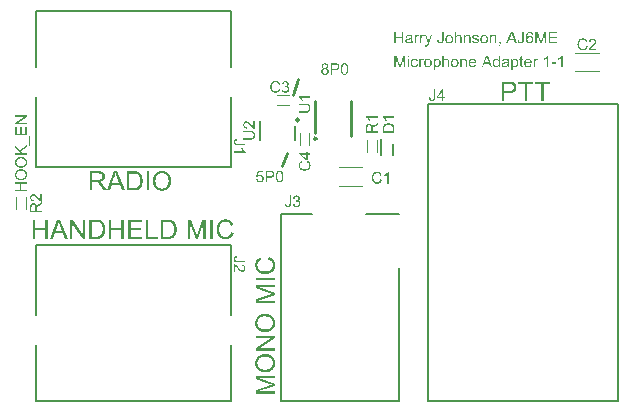
<source format=gto>
G04*
G04 #@! TF.GenerationSoftware,Altium Limited,Altium Designer,20.2.4 (192)*
G04*
G04 Layer_Color=65535*
%FSLAX25Y25*%
%MOIN*%
G70*
G04*
G04 #@! TF.SameCoordinates,A5F6943D-DC98-46DD-BCD6-D067057649BF*
G04*
G04*
G04 #@! TF.FilePolarity,Positive*
G04*
G01*
G75*
%ADD10C,0.01000*%
%ADD11C,0.00394*%
%ADD12C,0.00787*%
%ADD13C,0.00591*%
%ADD14C,0.00197*%
%ADD15C,0.00800*%
%ADD16C,0.00600*%
%ADD17C,0.00500*%
G36*
X169215Y140438D02*
X166218D01*
X166220Y140436D01*
X166226Y140430D01*
X166234Y140422D01*
X166245Y140408D01*
X166259Y140391D01*
X166279Y140369D01*
X166298Y140344D01*
X166320Y140319D01*
X166342Y140286D01*
X166370Y140253D01*
X166395Y140217D01*
X166425Y140178D01*
X166453Y140134D01*
X166483Y140089D01*
X166544Y139989D01*
X166547Y139987D01*
X166553Y139978D01*
X166561Y139962D01*
X166569Y139942D01*
X166583Y139920D01*
X166600Y139892D01*
X166616Y139859D01*
X166636Y139826D01*
X166675Y139749D01*
X166713Y139665D01*
X166752Y139579D01*
X166785Y139496D01*
X166331D01*
X166328Y139502D01*
X166323Y139513D01*
X166312Y139535D01*
X166298Y139563D01*
X166281Y139596D01*
X166259Y139638D01*
X166234Y139682D01*
X166207Y139729D01*
X166173Y139782D01*
X166140Y139837D01*
X166062Y139953D01*
X165977Y140073D01*
X165882Y140186D01*
X165880Y140189D01*
X165871Y140200D01*
X165858Y140214D01*
X165838Y140233D01*
X165813Y140258D01*
X165786Y140286D01*
X165752Y140316D01*
X165719Y140350D01*
X165680Y140383D01*
X165639Y140419D01*
X165553Y140488D01*
X165461Y140552D01*
X165414Y140579D01*
X165367Y140604D01*
Y140909D01*
X169215D01*
Y140438D01*
D02*
G37*
G36*
X167691Y138480D02*
X167741D01*
X167797Y138477D01*
X167860Y138471D01*
X167927Y138466D01*
X167999Y138458D01*
X168073Y138449D01*
X168226Y138427D01*
X168303Y138411D01*
X168375Y138394D01*
X168447Y138372D01*
X168514Y138350D01*
X168517Y138347D01*
X168528Y138344D01*
X168547Y138336D01*
X168569Y138325D01*
X168600Y138308D01*
X168633Y138292D01*
X168669Y138269D01*
X168711Y138242D01*
X168755Y138211D01*
X168799Y138178D01*
X168844Y138139D01*
X168891Y138095D01*
X168938Y138048D01*
X168982Y137998D01*
X169026Y137940D01*
X169068Y137879D01*
X169071Y137876D01*
X169076Y137862D01*
X169087Y137843D01*
X169101Y137818D01*
X169118Y137782D01*
X169134Y137743D01*
X169154Y137693D01*
X169173Y137641D01*
X169193Y137577D01*
X169212Y137510D01*
X169229Y137438D01*
X169245Y137358D01*
X169259Y137272D01*
X169270Y137181D01*
X169276Y137086D01*
X169278Y136984D01*
Y136931D01*
X169276Y136895D01*
X169273Y136848D01*
X169267Y136796D01*
X169262Y136735D01*
X169256Y136671D01*
X169245Y136602D01*
X169234Y136530D01*
X169218Y136458D01*
X169201Y136383D01*
X169179Y136311D01*
X169154Y136236D01*
X169126Y136167D01*
X169093Y136100D01*
X169090Y136098D01*
X169085Y136087D01*
X169073Y136067D01*
X169060Y136045D01*
X169040Y136017D01*
X169015Y135984D01*
X168988Y135951D01*
X168957Y135912D01*
X168921Y135873D01*
X168880Y135832D01*
X168838Y135790D01*
X168788Y135751D01*
X168738Y135713D01*
X168680Y135677D01*
X168622Y135643D01*
X168558Y135613D01*
X168553Y135610D01*
X168542Y135607D01*
X168522Y135599D01*
X168494Y135591D01*
X168458Y135580D01*
X168414Y135569D01*
X168364Y135555D01*
X168306Y135541D01*
X168240Y135527D01*
X168168Y135513D01*
X168090Y135502D01*
X168004Y135491D01*
X167913Y135483D01*
X167813Y135474D01*
X167708Y135472D01*
X167597Y135469D01*
X165381D01*
Y135976D01*
X167594D01*
X167600D01*
X167616D01*
X167641D01*
X167675Y135978D01*
X167716D01*
X167763Y135981D01*
X167816Y135984D01*
X167874Y135987D01*
X167932Y135992D01*
X167993Y135998D01*
X168115Y136014D01*
X168173Y136026D01*
X168231Y136037D01*
X168284Y136050D01*
X168331Y136067D01*
X168334D01*
X168342Y136073D01*
X168353Y136078D01*
X168370Y136087D01*
X168389Y136095D01*
X168411Y136109D01*
X168464Y136142D01*
X168522Y136186D01*
X168553Y136211D01*
X168583Y136242D01*
X168614Y136272D01*
X168641Y136308D01*
X168669Y136344D01*
X168694Y136386D01*
Y136389D01*
X168700Y136397D01*
X168705Y136408D01*
X168713Y136427D01*
X168724Y136449D01*
X168736Y136474D01*
X168747Y136505D01*
X168758Y136541D01*
X168769Y136580D01*
X168780Y136621D01*
X168791Y136665D01*
X168802Y136715D01*
X168810Y136768D01*
X168816Y136823D01*
X168819Y136879D01*
X168821Y136940D01*
Y136965D01*
X168819Y136992D01*
Y137031D01*
X168813Y137078D01*
X168807Y137128D01*
X168799Y137186D01*
X168791Y137250D01*
X168777Y137314D01*
X168760Y137380D01*
X168738Y137447D01*
X168716Y137513D01*
X168686Y137577D01*
X168652Y137635D01*
X168614Y137690D01*
X168569Y137738D01*
X168567Y137740D01*
X168558Y137749D01*
X168542Y137760D01*
X168519Y137774D01*
X168489Y137793D01*
X168450Y137812D01*
X168406Y137834D01*
X168351Y137857D01*
X168290Y137879D01*
X168220Y137901D01*
X168140Y137920D01*
X168051Y137940D01*
X167952Y137953D01*
X167844Y137965D01*
X167725Y137973D01*
X167594Y137976D01*
X165381D01*
Y138483D01*
X167597D01*
X167600D01*
X167603D01*
X167611D01*
X167622D01*
X167636D01*
X167652D01*
X167691Y138480D01*
D02*
G37*
G36*
X197199Y133749D02*
X194202D01*
X194205Y133747D01*
X194211Y133741D01*
X194219Y133733D01*
X194230Y133719D01*
X194244Y133702D01*
X194263Y133680D01*
X194282Y133655D01*
X194305Y133630D01*
X194327Y133597D01*
X194355Y133564D01*
X194379Y133528D01*
X194410Y133489D01*
X194438Y133445D01*
X194468Y133400D01*
X194529Y133301D01*
X194532Y133298D01*
X194537Y133290D01*
X194546Y133273D01*
X194554Y133254D01*
X194568Y133231D01*
X194585Y133204D01*
X194601Y133170D01*
X194621Y133137D01*
X194659Y133060D01*
X194698Y132977D01*
X194737Y132891D01*
X194770Y132808D01*
X194316D01*
X194313Y132813D01*
X194307Y132824D01*
X194296Y132846D01*
X194282Y132874D01*
X194266Y132907D01*
X194244Y132949D01*
X194219Y132993D01*
X194191Y133040D01*
X194158Y133093D01*
X194125Y133148D01*
X194047Y133265D01*
X193961Y133384D01*
X193867Y133497D01*
X193864Y133500D01*
X193856Y133511D01*
X193842Y133525D01*
X193823Y133545D01*
X193798Y133569D01*
X193770Y133597D01*
X193737Y133628D01*
X193704Y133661D01*
X193665Y133694D01*
X193623Y133730D01*
X193537Y133799D01*
X193446Y133863D01*
X193399Y133891D01*
X193352Y133916D01*
Y134220D01*
X197199D01*
Y133749D01*
D02*
G37*
G36*
X195338Y131938D02*
X195374D01*
X195418Y131935D01*
X195468Y131932D01*
X195524Y131927D01*
X195582Y131921D01*
X195645Y131916D01*
X195776Y131896D01*
X195908Y131871D01*
X196039Y131838D01*
X196042D01*
X196053Y131833D01*
X196072Y131827D01*
X196094Y131819D01*
X196122Y131810D01*
X196155Y131797D01*
X196194Y131783D01*
X196233Y131766D01*
X196321Y131730D01*
X196415Y131683D01*
X196507Y131633D01*
X196596Y131575D01*
X196598Y131572D01*
X196604Y131567D01*
X196618Y131558D01*
X196632Y131547D01*
X196651Y131534D01*
X196673Y131514D01*
X196723Y131473D01*
X196778Y131420D01*
X196836Y131362D01*
X196892Y131295D01*
X196944Y131226D01*
Y131223D01*
X196950Y131218D01*
X196956Y131207D01*
X196964Y131193D01*
X196975Y131173D01*
X196986Y131151D01*
X197000Y131126D01*
X197014Y131099D01*
X197030Y131065D01*
X197047Y131032D01*
X197061Y130993D01*
X197078Y130955D01*
X197108Y130866D01*
X197136Y130769D01*
Y130766D01*
X197138Y130758D01*
X197141Y130741D01*
X197147Y130722D01*
X197150Y130697D01*
X197155Y130666D01*
X197161Y130630D01*
X197166Y130592D01*
X197174Y130547D01*
X197180Y130500D01*
X197186Y130450D01*
X197188Y130395D01*
X197194Y130340D01*
X197197Y130279D01*
X197199Y130154D01*
Y128772D01*
X193366D01*
Y130165D01*
X193368Y130201D01*
Y130245D01*
X193371Y130292D01*
Y130345D01*
X193379Y130456D01*
X193388Y130570D01*
X193396Y130625D01*
X193402Y130677D01*
X193410Y130727D01*
X193421Y130774D01*
Y130777D01*
X193424Y130788D01*
X193429Y130805D01*
X193435Y130830D01*
X193446Y130858D01*
X193457Y130891D01*
X193468Y130927D01*
X193485Y130968D01*
X193521Y131054D01*
X193571Y131148D01*
X193626Y131243D01*
X193659Y131290D01*
X193695Y131334D01*
X193698Y131337D01*
X193706Y131348D01*
X193723Y131365D01*
X193742Y131384D01*
X193767Y131409D01*
X193798Y131439D01*
X193834Y131470D01*
X193873Y131506D01*
X193920Y131542D01*
X193970Y131578D01*
X194022Y131617D01*
X194080Y131655D01*
X194144Y131691D01*
X194208Y131725D01*
X194280Y131758D01*
X194352Y131788D01*
X194357Y131791D01*
X194371Y131794D01*
X194391Y131802D01*
X194421Y131813D01*
X194460Y131824D01*
X194504Y131835D01*
X194557Y131849D01*
X194615Y131866D01*
X194679Y131880D01*
X194751Y131894D01*
X194825Y131905D01*
X194906Y131916D01*
X194989Y131927D01*
X195078Y131935D01*
X195169Y131938D01*
X195263Y131941D01*
X195269D01*
X195282D01*
X195305D01*
X195338Y131938D01*
D02*
G37*
G36*
X79680Y105854D02*
X79677D01*
X79671D01*
X79663D01*
X79652D01*
X79635D01*
X79619Y105857D01*
X79574Y105859D01*
X79527Y105865D01*
X79472Y105873D01*
X79414Y105887D01*
X79356Y105906D01*
X79353D01*
X79344Y105912D01*
X79331Y105917D01*
X79311Y105926D01*
X79286Y105934D01*
X79259Y105948D01*
X79228Y105965D01*
X79195Y105981D01*
X79156Y106000D01*
X79117Y106026D01*
X79031Y106078D01*
X78940Y106142D01*
X78846Y106217D01*
X78843Y106219D01*
X78835Y106228D01*
X78821Y106239D01*
X78802Y106255D01*
X78777Y106278D01*
X78749Y106305D01*
X78716Y106336D01*
X78680Y106375D01*
X78638Y106416D01*
X78594Y106460D01*
X78547Y106510D01*
X78494Y106566D01*
X78442Y106627D01*
X78386Y106690D01*
X78328Y106760D01*
X78267Y106832D01*
X78264Y106834D01*
X78261Y106840D01*
X78253Y106848D01*
X78245Y106859D01*
X78231Y106873D01*
X78217Y106890D01*
X78181Y106931D01*
X78140Y106984D01*
X78087Y107039D01*
X78031Y107103D01*
X77971Y107169D01*
X77907Y107241D01*
X77840Y107311D01*
X77774Y107383D01*
X77705Y107449D01*
X77638Y107516D01*
X77574Y107574D01*
X77511Y107629D01*
X77453Y107674D01*
X77450Y107676D01*
X77439Y107682D01*
X77422Y107693D01*
X77403Y107710D01*
X77375Y107726D01*
X77345Y107743D01*
X77309Y107765D01*
X77270Y107784D01*
X77228Y107804D01*
X77184Y107826D01*
X77087Y107862D01*
X77037Y107876D01*
X76987Y107887D01*
X76937Y107893D01*
X76888Y107895D01*
X76885D01*
X76874D01*
X76860D01*
X76840Y107893D01*
X76815Y107890D01*
X76788Y107884D01*
X76757Y107879D01*
X76724Y107870D01*
X76688Y107859D01*
X76649Y107845D01*
X76610Y107829D01*
X76572Y107809D01*
X76530Y107787D01*
X76491Y107759D01*
X76453Y107729D01*
X76417Y107693D01*
X76414Y107690D01*
X76408Y107685D01*
X76400Y107674D01*
X76386Y107657D01*
X76372Y107638D01*
X76356Y107613D01*
X76336Y107585D01*
X76320Y107554D01*
X76300Y107518D01*
X76284Y107480D01*
X76267Y107435D01*
X76253Y107391D01*
X76239Y107341D01*
X76231Y107289D01*
X76226Y107233D01*
X76223Y107175D01*
Y107142D01*
X76226Y107120D01*
X76228Y107089D01*
X76234Y107056D01*
X76239Y107020D01*
X76248Y106978D01*
X76259Y106937D01*
X76273Y106893D01*
X76289Y106848D01*
X76309Y106801D01*
X76333Y106757D01*
X76361Y106712D01*
X76392Y106668D01*
X76428Y106629D01*
X76430Y106627D01*
X76436Y106621D01*
X76450Y106610D01*
X76464Y106599D01*
X76486Y106582D01*
X76511Y106566D01*
X76541Y106546D01*
X76574Y106530D01*
X76610Y106510D01*
X76655Y106491D01*
X76699Y106474D01*
X76749Y106458D01*
X76804Y106447D01*
X76863Y106435D01*
X76924Y106430D01*
X76990Y106427D01*
X76940Y105942D01*
X76937D01*
X76935D01*
X76926Y105945D01*
X76915D01*
X76888Y105948D01*
X76851Y105956D01*
X76807Y105965D01*
X76754Y105976D01*
X76696Y105990D01*
X76635Y106006D01*
X76569Y106028D01*
X76503Y106053D01*
X76433Y106084D01*
X76364Y106120D01*
X76297Y106158D01*
X76234Y106205D01*
X76173Y106255D01*
X76117Y106314D01*
X76115Y106316D01*
X76106Y106327D01*
X76090Y106347D01*
X76073Y106372D01*
X76051Y106405D01*
X76026Y106444D01*
X76001Y106491D01*
X75973Y106544D01*
X75949Y106604D01*
X75924Y106668D01*
X75899Y106740D01*
X75876Y106818D01*
X75857Y106901D01*
X75843Y106989D01*
X75835Y107084D01*
X75832Y107183D01*
Y107208D01*
X75835Y107236D01*
X75838Y107275D01*
X75840Y107322D01*
X75849Y107375D01*
X75857Y107435D01*
X75871Y107499D01*
X75888Y107568D01*
X75907Y107638D01*
X75932Y107712D01*
X75962Y107784D01*
X75998Y107856D01*
X76037Y107926D01*
X76084Y107992D01*
X76140Y108056D01*
X76142Y108059D01*
X76153Y108070D01*
X76170Y108086D01*
X76195Y108106D01*
X76223Y108131D01*
X76259Y108158D01*
X76300Y108189D01*
X76347Y108219D01*
X76400Y108247D01*
X76458Y108277D01*
X76522Y108305D01*
X76588Y108330D01*
X76660Y108350D01*
X76735Y108366D01*
X76815Y108377D01*
X76899Y108380D01*
X76901D01*
X76910D01*
X76921D01*
X76937D01*
X76960Y108377D01*
X76982Y108374D01*
X77009Y108372D01*
X77040Y108369D01*
X77109Y108358D01*
X77187Y108341D01*
X77267Y108316D01*
X77350Y108286D01*
X77353D01*
X77361Y108280D01*
X77372Y108275D01*
X77389Y108266D01*
X77408Y108258D01*
X77433Y108244D01*
X77461Y108230D01*
X77491Y108211D01*
X77525Y108192D01*
X77561Y108169D01*
X77641Y108114D01*
X77683Y108084D01*
X77727Y108050D01*
X77771Y108012D01*
X77818Y107973D01*
X77821Y107970D01*
X77829Y107962D01*
X77843Y107951D01*
X77863Y107931D01*
X77887Y107906D01*
X77918Y107876D01*
X77954Y107843D01*
X77996Y107801D01*
X78040Y107754D01*
X78090Y107699D01*
X78145Y107640D01*
X78206Y107574D01*
X78270Y107502D01*
X78339Y107424D01*
X78414Y107338D01*
X78491Y107247D01*
X78494Y107241D01*
X78508Y107228D01*
X78525Y107208D01*
X78549Y107181D01*
X78577Y107145D01*
X78610Y107108D01*
X78646Y107067D01*
X78685Y107023D01*
X78766Y106929D01*
X78807Y106884D01*
X78846Y106840D01*
X78885Y106798D01*
X78918Y106762D01*
X78948Y106729D01*
X78976Y106704D01*
X78982Y106699D01*
X78998Y106685D01*
X79023Y106663D01*
X79054Y106635D01*
X79092Y106604D01*
X79134Y106571D01*
X79181Y106538D01*
X79228Y106507D01*
Y108386D01*
X79680D01*
Y105854D01*
D02*
G37*
G36*
Y104981D02*
X78882Y104474D01*
X78879Y104472D01*
X78868Y104463D01*
X78849Y104452D01*
X78826Y104438D01*
X78796Y104419D01*
X78763Y104397D01*
X78727Y104372D01*
X78688Y104347D01*
X78602Y104289D01*
X78513Y104228D01*
X78430Y104167D01*
X78392Y104136D01*
X78356Y104109D01*
X78353Y104106D01*
X78347Y104103D01*
X78339Y104095D01*
X78325Y104084D01*
X78292Y104056D01*
X78253Y104023D01*
X78212Y103981D01*
X78167Y103940D01*
X78128Y103895D01*
X78098Y103851D01*
X78095Y103846D01*
X78087Y103832D01*
X78073Y103809D01*
X78059Y103779D01*
X78043Y103746D01*
X78023Y103707D01*
X78009Y103665D01*
X77996Y103621D01*
Y103618D01*
X77993Y103604D01*
X77990Y103582D01*
X77984Y103555D01*
X77982Y103516D01*
X77979Y103466D01*
X77976Y103408D01*
Y102751D01*
X79680D01*
Y102244D01*
X75846D01*
Y103992D01*
X75849Y104025D01*
Y104070D01*
X75852Y104120D01*
X75854Y104172D01*
X75860Y104233D01*
X75865Y104294D01*
X75871Y104358D01*
X75890Y104488D01*
X75901Y104549D01*
X75915Y104610D01*
X75932Y104668D01*
X75951Y104721D01*
Y104724D01*
X75957Y104732D01*
X75962Y104746D01*
X75971Y104765D01*
X75982Y104787D01*
X75998Y104812D01*
X76015Y104843D01*
X76034Y104873D01*
X76059Y104906D01*
X76084Y104942D01*
X76115Y104978D01*
X76148Y105014D01*
X76187Y105048D01*
X76226Y105084D01*
X76270Y105117D01*
X76317Y105147D01*
X76320Y105150D01*
X76328Y105156D01*
X76342Y105161D01*
X76361Y105172D01*
X76386Y105183D01*
X76417Y105197D01*
X76450Y105214D01*
X76486Y105228D01*
X76527Y105242D01*
X76572Y105258D01*
X76619Y105272D01*
X76669Y105283D01*
X76721Y105294D01*
X76777Y105303D01*
X76835Y105305D01*
X76893Y105308D01*
X76899D01*
X76910D01*
X76932Y105305D01*
X76962D01*
X76995Y105300D01*
X77037Y105294D01*
X77081Y105286D01*
X77131Y105275D01*
X77184Y105261D01*
X77239Y105244D01*
X77298Y105222D01*
X77356Y105197D01*
X77414Y105167D01*
X77469Y105131D01*
X77527Y105089D01*
X77580Y105042D01*
X77583Y105039D01*
X77591Y105031D01*
X77605Y105014D01*
X77624Y104992D01*
X77646Y104965D01*
X77671Y104929D01*
X77699Y104890D01*
X77730Y104843D01*
X77760Y104787D01*
X77790Y104729D01*
X77818Y104660D01*
X77849Y104588D01*
X77874Y104508D01*
X77899Y104422D01*
X77918Y104327D01*
X77935Y104228D01*
Y104230D01*
X77940Y104236D01*
X77943Y104247D01*
X77951Y104261D01*
X77960Y104278D01*
X77971Y104297D01*
X77996Y104341D01*
X78023Y104391D01*
X78056Y104441D01*
X78090Y104488D01*
X78126Y104532D01*
X78128Y104535D01*
X78134Y104543D01*
X78148Y104555D01*
X78162Y104571D01*
X78184Y104591D01*
X78206Y104613D01*
X78234Y104640D01*
X78267Y104668D01*
X78303Y104699D01*
X78342Y104732D01*
X78383Y104768D01*
X78428Y104804D01*
X78478Y104840D01*
X78527Y104879D01*
X78638Y104954D01*
X79680Y105615D01*
Y104981D01*
D02*
G37*
G36*
X144927Y126211D02*
X144921D01*
X144907D01*
X144885Y126208D01*
X144855Y126206D01*
X144819Y126203D01*
X144780Y126198D01*
X144736Y126192D01*
X144686Y126184D01*
X144586Y126164D01*
X144486Y126137D01*
X144442Y126117D01*
X144398Y126098D01*
X144359Y126073D01*
X144326Y126048D01*
X144323Y126045D01*
X144320Y126042D01*
X144312Y126031D01*
X144301Y126020D01*
X144290Y126006D01*
X144276Y125987D01*
X144259Y125968D01*
X144246Y125943D01*
X144232Y125915D01*
X144215Y125884D01*
X144201Y125851D01*
X144190Y125815D01*
X144179Y125774D01*
X144174Y125732D01*
X144168Y125688D01*
X144165Y125641D01*
Y125621D01*
X144168Y125608D01*
Y125591D01*
X144171Y125572D01*
X144176Y125527D01*
X144187Y125477D01*
X144201Y125422D01*
X144223Y125364D01*
X144251Y125311D01*
Y125308D01*
X144257Y125305D01*
X144268Y125289D01*
X144287Y125264D01*
X144315Y125236D01*
X144348Y125203D01*
X144390Y125173D01*
X144437Y125142D01*
X144489Y125120D01*
X144492D01*
X144498Y125117D01*
X144506Y125114D01*
X144517Y125112D01*
X144534Y125109D01*
X144553Y125103D01*
X144578Y125098D01*
X144606Y125092D01*
X144636Y125090D01*
X144672Y125084D01*
X144711Y125078D01*
X144755Y125076D01*
X144802Y125073D01*
X144852Y125070D01*
X144907Y125067D01*
X144968D01*
X147611D01*
Y124560D01*
X144999D01*
X144993D01*
X144977D01*
X144952D01*
X144919Y124563D01*
X144880D01*
X144833Y124566D01*
X144780Y124572D01*
X144725Y124574D01*
X144667Y124583D01*
X144606Y124588D01*
X144481Y124610D01*
X144420Y124624D01*
X144362Y124641D01*
X144307Y124657D01*
X144254Y124680D01*
X144251D01*
X144243Y124685D01*
X144229Y124691D01*
X144210Y124702D01*
X144187Y124713D01*
X144162Y124729D01*
X144135Y124749D01*
X144104Y124768D01*
X144074Y124793D01*
X144041Y124821D01*
X144007Y124851D01*
X143974Y124884D01*
X143941Y124920D01*
X143910Y124959D01*
X143880Y125001D01*
X143852Y125048D01*
X143849Y125051D01*
X143847Y125059D01*
X143838Y125073D01*
X143830Y125092D01*
X143819Y125117D01*
X143808Y125145D01*
X143797Y125178D01*
X143783Y125217D01*
X143769Y125258D01*
X143758Y125303D01*
X143747Y125353D01*
X143736Y125402D01*
X143728Y125458D01*
X143719Y125516D01*
X143717Y125574D01*
X143714Y125638D01*
Y125660D01*
X143717Y125685D01*
X143719Y125721D01*
X143722Y125763D01*
X143730Y125812D01*
X143739Y125868D01*
X143750Y125926D01*
X143766Y125987D01*
X143783Y126051D01*
X143808Y126114D01*
X143836Y126178D01*
X143869Y126242D01*
X143908Y126303D01*
X143952Y126361D01*
X144002Y126414D01*
X144004Y126416D01*
X144016Y126425D01*
X144032Y126438D01*
X144057Y126455D01*
X144088Y126474D01*
X144124Y126497D01*
X144168Y126522D01*
X144218Y126544D01*
X144276Y126569D01*
X144340Y126594D01*
X144412Y126613D01*
X144489Y126632D01*
X144572Y126649D01*
X144664Y126660D01*
X144761Y126668D01*
X144863D01*
X144927Y126211D01*
D02*
G37*
G36*
X146664Y123558D02*
X146669Y123547D01*
X146680Y123524D01*
X146694Y123497D01*
X146711Y123463D01*
X146733Y123422D01*
X146758Y123378D01*
X146786Y123330D01*
X146819Y123278D01*
X146852Y123222D01*
X146930Y123106D01*
X147016Y122987D01*
X147110Y122873D01*
X147113Y122871D01*
X147121Y122860D01*
X147135Y122846D01*
X147154Y122826D01*
X147179Y122801D01*
X147207Y122774D01*
X147240Y122743D01*
X147273Y122710D01*
X147312Y122677D01*
X147353Y122641D01*
X147439Y122572D01*
X147531Y122508D01*
X147578Y122480D01*
X147625Y122455D01*
Y122151D01*
X143777D01*
Y122621D01*
X146774D01*
X146772Y122624D01*
X146766Y122630D01*
X146758Y122638D01*
X146747Y122652D01*
X146733Y122669D01*
X146714Y122691D01*
X146694Y122716D01*
X146672Y122740D01*
X146650Y122774D01*
X146622Y122807D01*
X146597Y122843D01*
X146567Y122882D01*
X146539Y122926D01*
X146509Y122970D01*
X146448Y123070D01*
X146445Y123073D01*
X146439Y123081D01*
X146431Y123098D01*
X146423Y123117D01*
X146409Y123139D01*
X146392Y123167D01*
X146376Y123200D01*
X146356Y123234D01*
X146318Y123311D01*
X146279Y123394D01*
X146240Y123480D01*
X146207Y123563D01*
X146661D01*
X146664Y123558D01*
D02*
G37*
G36*
X144927Y87192D02*
X144921D01*
X144907D01*
X144885Y87189D01*
X144855Y87186D01*
X144819Y87183D01*
X144780Y87178D01*
X144736Y87172D01*
X144686Y87164D01*
X144586Y87145D01*
X144486Y87117D01*
X144442Y87098D01*
X144398Y87078D01*
X144359Y87053D01*
X144326Y87028D01*
X144323Y87025D01*
X144320Y87023D01*
X144312Y87012D01*
X144301Y87001D01*
X144290Y86987D01*
X144276Y86967D01*
X144259Y86948D01*
X144246Y86923D01*
X144232Y86895D01*
X144215Y86865D01*
X144201Y86832D01*
X144190Y86796D01*
X144179Y86754D01*
X144174Y86712D01*
X144168Y86668D01*
X144165Y86621D01*
Y86602D01*
X144168Y86588D01*
Y86571D01*
X144171Y86552D01*
X144176Y86507D01*
X144187Y86458D01*
X144201Y86402D01*
X144223Y86344D01*
X144251Y86291D01*
Y86289D01*
X144257Y86286D01*
X144268Y86269D01*
X144287Y86244D01*
X144315Y86217D01*
X144348Y86183D01*
X144390Y86153D01*
X144437Y86122D01*
X144489Y86100D01*
X144492D01*
X144498Y86098D01*
X144506Y86095D01*
X144517Y86092D01*
X144534Y86089D01*
X144553Y86084D01*
X144578Y86078D01*
X144606Y86073D01*
X144636Y86070D01*
X144672Y86064D01*
X144711Y86059D01*
X144755Y86056D01*
X144802Y86053D01*
X144852Y86050D01*
X144907Y86048D01*
X144968D01*
X147611D01*
Y85541D01*
X144999D01*
X144993D01*
X144977D01*
X144952D01*
X144919Y85544D01*
X144880D01*
X144833Y85546D01*
X144780Y85552D01*
X144725Y85555D01*
X144667Y85563D01*
X144606Y85568D01*
X144481Y85591D01*
X144420Y85604D01*
X144362Y85621D01*
X144306Y85638D01*
X144254Y85660D01*
X144251D01*
X144243Y85665D01*
X144229Y85671D01*
X144210Y85682D01*
X144187Y85693D01*
X144162Y85710D01*
X144135Y85729D01*
X144104Y85748D01*
X144074Y85773D01*
X144041Y85801D01*
X144007Y85832D01*
X143974Y85865D01*
X143941Y85901D01*
X143910Y85940D01*
X143880Y85981D01*
X143852Y86028D01*
X143849Y86031D01*
X143847Y86039D01*
X143838Y86053D01*
X143830Y86073D01*
X143819Y86098D01*
X143808Y86125D01*
X143797Y86159D01*
X143783Y86197D01*
X143769Y86239D01*
X143758Y86283D01*
X143747Y86333D01*
X143736Y86383D01*
X143728Y86438D01*
X143719Y86496D01*
X143716Y86555D01*
X143714Y86618D01*
Y86640D01*
X143716Y86665D01*
X143719Y86701D01*
X143722Y86743D01*
X143730Y86793D01*
X143739Y86848D01*
X143750Y86906D01*
X143766Y86967D01*
X143783Y87031D01*
X143808Y87095D01*
X143835Y87158D01*
X143869Y87222D01*
X143908Y87283D01*
X143952Y87341D01*
X144002Y87394D01*
X144004Y87397D01*
X144016Y87405D01*
X144032Y87419D01*
X144057Y87435D01*
X144088Y87455D01*
X144124Y87477D01*
X144168Y87502D01*
X144218Y87524D01*
X144276Y87549D01*
X144340Y87574D01*
X144412Y87593D01*
X144489Y87613D01*
X144572Y87629D01*
X144664Y87640D01*
X144761Y87649D01*
X144863D01*
X144927Y87192D01*
D02*
G37*
G36*
X143838Y84959D02*
X143883Y84956D01*
X143930Y84951D01*
X143985Y84942D01*
X144043Y84929D01*
X144102Y84909D01*
X144104D01*
X144113Y84904D01*
X144126Y84898D01*
X144146Y84890D01*
X144171Y84882D01*
X144198Y84868D01*
X144229Y84851D01*
X144262Y84834D01*
X144301Y84815D01*
X144340Y84790D01*
X144426Y84737D01*
X144517Y84674D01*
X144611Y84599D01*
X144614Y84596D01*
X144622Y84588D01*
X144636Y84577D01*
X144656Y84560D01*
X144680Y84538D01*
X144708Y84510D01*
X144741Y84480D01*
X144777Y84441D01*
X144819Y84399D01*
X144863Y84355D01*
X144910Y84305D01*
X144963Y84250D01*
X145016Y84189D01*
X145071Y84125D01*
X145129Y84056D01*
X145190Y83984D01*
X145193Y83981D01*
X145196Y83976D01*
X145204Y83967D01*
X145212Y83956D01*
X145226Y83942D01*
X145240Y83926D01*
X145276Y83884D01*
X145317Y83832D01*
X145370Y83776D01*
X145425Y83713D01*
X145486Y83646D01*
X145550Y83574D01*
X145617Y83505D01*
X145683Y83433D01*
X145752Y83366D01*
X145819Y83300D01*
X145883Y83242D01*
X145946Y83186D01*
X146004Y83142D01*
X146007Y83139D01*
X146018Y83134D01*
X146035Y83122D01*
X146054Y83106D01*
X146082Y83089D01*
X146113Y83073D01*
X146149Y83051D01*
X146187Y83031D01*
X146229Y83012D01*
X146273Y82990D01*
X146370Y82954D01*
X146420Y82940D01*
X146470Y82929D01*
X146520Y82923D01*
X146570Y82920D01*
X146572D01*
X146583D01*
X146597D01*
X146617Y82923D01*
X146642Y82926D01*
X146669Y82931D01*
X146700Y82937D01*
X146733Y82945D01*
X146769Y82956D01*
X146808Y82970D01*
X146846Y82987D01*
X146885Y83006D01*
X146927Y83028D01*
X146966Y83056D01*
X147004Y83087D01*
X147040Y83122D01*
X147043Y83125D01*
X147049Y83131D01*
X147057Y83142D01*
X147071Y83158D01*
X147085Y83178D01*
X147101Y83203D01*
X147121Y83231D01*
X147137Y83261D01*
X147157Y83297D01*
X147173Y83336D01*
X147190Y83380D01*
X147204Y83425D01*
X147218Y83474D01*
X147226Y83527D01*
X147232Y83582D01*
X147234Y83640D01*
Y83674D01*
X147232Y83696D01*
X147229Y83726D01*
X147223Y83760D01*
X147218Y83796D01*
X147209Y83837D01*
X147198Y83879D01*
X147185Y83923D01*
X147168Y83967D01*
X147149Y84014D01*
X147124Y84059D01*
X147096Y84103D01*
X147065Y84147D01*
X147029Y84186D01*
X147027Y84189D01*
X147021Y84194D01*
X147007Y84206D01*
X146993Y84217D01*
X146971Y84233D01*
X146946Y84250D01*
X146916Y84269D01*
X146882Y84286D01*
X146846Y84305D01*
X146802Y84325D01*
X146758Y84341D01*
X146708Y84358D01*
X146653Y84369D01*
X146595Y84380D01*
X146534Y84386D01*
X146467Y84388D01*
X146517Y84873D01*
X146520D01*
X146522D01*
X146531Y84870D01*
X146542D01*
X146570Y84868D01*
X146606Y84859D01*
X146650Y84851D01*
X146703Y84840D01*
X146761Y84826D01*
X146822Y84809D01*
X146888Y84787D01*
X146955Y84762D01*
X147024Y84732D01*
X147093Y84696D01*
X147160Y84657D01*
X147223Y84610D01*
X147284Y84560D01*
X147340Y84502D01*
X147342Y84499D01*
X147351Y84488D01*
X147367Y84469D01*
X147384Y84444D01*
X147406Y84411D01*
X147431Y84372D01*
X147456Y84325D01*
X147484Y84272D01*
X147509Y84211D01*
X147534Y84147D01*
X147558Y84075D01*
X147581Y83998D01*
X147600Y83915D01*
X147614Y83826D01*
X147622Y83732D01*
X147625Y83632D01*
Y83607D01*
X147622Y83580D01*
X147619Y83541D01*
X147617Y83494D01*
X147608Y83441D01*
X147600Y83380D01*
X147586Y83316D01*
X147570Y83247D01*
X147550Y83178D01*
X147525Y83103D01*
X147495Y83031D01*
X147459Y82959D01*
X147420Y82890D01*
X147373Y82823D01*
X147317Y82760D01*
X147315Y82757D01*
X147304Y82746D01*
X147287Y82729D01*
X147262Y82710D01*
X147234Y82685D01*
X147198Y82657D01*
X147157Y82627D01*
X147110Y82596D01*
X147057Y82569D01*
X146999Y82538D01*
X146935Y82510D01*
X146869Y82485D01*
X146797Y82466D01*
X146722Y82449D01*
X146642Y82438D01*
X146558Y82436D01*
X146556D01*
X146547D01*
X146536D01*
X146520D01*
X146497Y82438D01*
X146475Y82441D01*
X146448Y82444D01*
X146417Y82447D01*
X146348Y82458D01*
X146270Y82474D01*
X146190Y82499D01*
X146107Y82530D01*
X146104D01*
X146096Y82535D01*
X146085Y82541D01*
X146068Y82549D01*
X146049Y82557D01*
X146024Y82571D01*
X145996Y82585D01*
X145966Y82604D01*
X145932Y82624D01*
X145896Y82646D01*
X145816Y82701D01*
X145774Y82732D01*
X145730Y82765D01*
X145686Y82804D01*
X145639Y82843D01*
X145636Y82845D01*
X145628Y82854D01*
X145614Y82865D01*
X145595Y82884D01*
X145570Y82909D01*
X145539Y82940D01*
X145503Y82973D01*
X145461Y83015D01*
X145417Y83062D01*
X145367Y83117D01*
X145312Y83175D01*
X145251Y83242D01*
X145187Y83314D01*
X145118Y83391D01*
X145043Y83477D01*
X144966Y83569D01*
X144963Y83574D01*
X144949Y83588D01*
X144932Y83607D01*
X144907Y83635D01*
X144880Y83671D01*
X144847Y83707D01*
X144811Y83749D01*
X144772Y83793D01*
X144692Y83887D01*
X144650Y83931D01*
X144611Y83976D01*
X144572Y84017D01*
X144539Y84053D01*
X144509Y84087D01*
X144481Y84111D01*
X144475Y84117D01*
X144459Y84131D01*
X144434Y84153D01*
X144403Y84181D01*
X144365Y84211D01*
X144323Y84244D01*
X144276Y84278D01*
X144229Y84308D01*
Y82430D01*
X143777D01*
Y84962D01*
X143780D01*
X143786D01*
X143794D01*
X143805D01*
X143822D01*
X143838Y84959D01*
D02*
G37*
G36*
X150711Y130066D02*
X150708D01*
X150703D01*
X150694D01*
X150683D01*
X150666D01*
X150650Y130069D01*
X150605Y130072D01*
X150558Y130077D01*
X150503Y130086D01*
X150445Y130100D01*
X150387Y130119D01*
X150384D01*
X150376Y130124D01*
X150362Y130130D01*
X150342Y130138D01*
X150318Y130147D01*
X150290Y130160D01*
X150259Y130177D01*
X150226Y130194D01*
X150187Y130213D01*
X150148Y130238D01*
X150063Y130291D01*
X149971Y130354D01*
X149877Y130429D01*
X149874Y130432D01*
X149866Y130440D01*
X149852Y130451D01*
X149833Y130468D01*
X149808Y130490D01*
X149780Y130518D01*
X149747Y130548D01*
X149711Y130587D01*
X149669Y130629D01*
X149625Y130673D01*
X149578Y130723D01*
X149525Y130778D01*
X149473Y130839D01*
X149417Y130903D01*
X149359Y130972D01*
X149298Y131044D01*
X149295Y131047D01*
X149293Y131052D01*
X149284Y131061D01*
X149276Y131072D01*
X149262Y131086D01*
X149248Y131102D01*
X149212Y131144D01*
X149171Y131196D01*
X149118Y131252D01*
X149063Y131316D01*
X149002Y131382D01*
X148938Y131454D01*
X148872Y131523D01*
X148805Y131595D01*
X148736Y131662D01*
X148669Y131728D01*
X148606Y131787D01*
X148542Y131842D01*
X148484Y131886D01*
X148481Y131889D01*
X148470Y131895D01*
X148453Y131906D01*
X148434Y131922D01*
X148406Y131939D01*
X148376Y131956D01*
X148340Y131978D01*
X148301Y131997D01*
X148259Y132016D01*
X148215Y132039D01*
X148118Y132075D01*
X148068Y132088D01*
X148018Y132099D01*
X147968Y132105D01*
X147919Y132108D01*
X147916D01*
X147905D01*
X147891D01*
X147872Y132105D01*
X147847Y132102D01*
X147819Y132097D01*
X147788Y132091D01*
X147755Y132083D01*
X147719Y132072D01*
X147680Y132058D01*
X147642Y132041D01*
X147603Y132022D01*
X147561Y132000D01*
X147522Y131972D01*
X147484Y131942D01*
X147448Y131906D01*
X147445Y131903D01*
X147439Y131897D01*
X147431Y131886D01*
X147417Y131870D01*
X147403Y131850D01*
X147387Y131825D01*
X147367Y131798D01*
X147351Y131767D01*
X147331Y131731D01*
X147315Y131692D01*
X147298Y131648D01*
X147284Y131604D01*
X147271Y131554D01*
X147262Y131501D01*
X147257Y131446D01*
X147254Y131388D01*
Y131354D01*
X147257Y131332D01*
X147259Y131302D01*
X147265Y131269D01*
X147271Y131233D01*
X147279Y131191D01*
X147290Y131149D01*
X147304Y131105D01*
X147320Y131061D01*
X147340Y131014D01*
X147365Y130969D01*
X147392Y130925D01*
X147423Y130881D01*
X147459Y130842D01*
X147462Y130839D01*
X147467Y130834D01*
X147481Y130823D01*
X147495Y130811D01*
X147517Y130795D01*
X147542Y130778D01*
X147572Y130759D01*
X147606Y130742D01*
X147642Y130723D01*
X147686Y130703D01*
X147730Y130687D01*
X147780Y130670D01*
X147836Y130659D01*
X147894Y130648D01*
X147955Y130642D01*
X148021Y130640D01*
X147971Y130155D01*
X147968D01*
X147966D01*
X147957Y130158D01*
X147946D01*
X147919Y130160D01*
X147883Y130169D01*
X147838Y130177D01*
X147786Y130188D01*
X147728Y130202D01*
X147667Y130219D01*
X147600Y130241D01*
X147534Y130266D01*
X147464Y130296D01*
X147395Y130332D01*
X147329Y130371D01*
X147265Y130418D01*
X147204Y130468D01*
X147149Y130526D01*
X147146Y130529D01*
X147137Y130540D01*
X147121Y130559D01*
X147104Y130584D01*
X147082Y130618D01*
X147057Y130656D01*
X147032Y130703D01*
X147004Y130756D01*
X146980Y130817D01*
X146955Y130881D01*
X146930Y130953D01*
X146908Y131030D01*
X146888Y131113D01*
X146874Y131202D01*
X146866Y131296D01*
X146863Y131396D01*
Y131421D01*
X146866Y131449D01*
X146869Y131487D01*
X146872Y131534D01*
X146880Y131587D01*
X146888Y131648D01*
X146902Y131712D01*
X146919Y131781D01*
X146938Y131850D01*
X146963Y131925D01*
X146994Y131997D01*
X147029Y132069D01*
X147068Y132138D01*
X147115Y132205D01*
X147171Y132269D01*
X147174Y132271D01*
X147185Y132282D01*
X147201Y132299D01*
X147226Y132318D01*
X147254Y132343D01*
X147290Y132371D01*
X147331Y132401D01*
X147379Y132432D01*
X147431Y132460D01*
X147489Y132490D01*
X147553Y132518D01*
X147619Y132543D01*
X147692Y132562D01*
X147766Y132579D01*
X147847Y132590D01*
X147930Y132593D01*
X147933D01*
X147941D01*
X147952D01*
X147968D01*
X147991Y132590D01*
X148013Y132587D01*
X148040Y132584D01*
X148071Y132581D01*
X148140Y132570D01*
X148218Y132554D01*
X148298Y132529D01*
X148381Y132498D01*
X148384D01*
X148392Y132493D01*
X148403Y132487D01*
X148420Y132479D01*
X148439Y132471D01*
X148464Y132457D01*
X148492Y132443D01*
X148522Y132424D01*
X148556Y132404D01*
X148592Y132382D01*
X148672Y132327D01*
X148714Y132296D01*
X148758Y132263D01*
X148802Y132224D01*
X148849Y132185D01*
X148852Y132183D01*
X148860Y132174D01*
X148874Y132163D01*
X148894Y132144D01*
X148919Y132119D01*
X148949Y132088D01*
X148985Y132055D01*
X149027Y132014D01*
X149071Y131966D01*
X149121Y131911D01*
X149176Y131853D01*
X149237Y131787D01*
X149301Y131714D01*
X149370Y131637D01*
X149445Y131551D01*
X149522Y131460D01*
X149525Y131454D01*
X149539Y131440D01*
X149556Y131421D01*
X149581Y131393D01*
X149608Y131357D01*
X149642Y131321D01*
X149678Y131280D01*
X149716Y131235D01*
X149797Y131141D01*
X149838Y131097D01*
X149877Y131052D01*
X149916Y131011D01*
X149949Y130975D01*
X149979Y130942D01*
X150007Y130917D01*
X150013Y130911D01*
X150029Y130897D01*
X150054Y130875D01*
X150085Y130848D01*
X150124Y130817D01*
X150165Y130784D01*
X150212Y130751D01*
X150259Y130720D01*
Y132598D01*
X150711D01*
Y130066D01*
D02*
G37*
G36*
X149187Y129468D02*
X149237D01*
X149293Y129465D01*
X149356Y129460D01*
X149423Y129454D01*
X149495Y129446D01*
X149570Y129437D01*
X149722Y129415D01*
X149800Y129399D01*
X149872Y129382D01*
X149943Y129360D01*
X150010Y129338D01*
X150013Y129335D01*
X150024Y129332D01*
X150043Y129324D01*
X150065Y129313D01*
X150096Y129296D01*
X150129Y129280D01*
X150165Y129258D01*
X150207Y129230D01*
X150251Y129199D01*
X150295Y129166D01*
X150340Y129127D01*
X150387Y129083D01*
X150434Y129036D01*
X150478Y128986D01*
X150522Y128928D01*
X150564Y128867D01*
X150567Y128864D01*
X150572Y128850D01*
X150583Y128831D01*
X150597Y128806D01*
X150614Y128770D01*
X150630Y128731D01*
X150650Y128681D01*
X150669Y128629D01*
X150689Y128565D01*
X150708Y128498D01*
X150725Y128427D01*
X150741Y128346D01*
X150755Y128260D01*
X150766Y128169D01*
X150772Y128075D01*
X150775Y127972D01*
Y127920D01*
X150772Y127884D01*
X150769Y127837D01*
X150763Y127784D01*
X150758Y127723D01*
X150752Y127659D01*
X150741Y127590D01*
X150730Y127518D01*
X150714Y127446D01*
X150697Y127371D01*
X150675Y127299D01*
X150650Y127224D01*
X150622Y127155D01*
X150589Y127089D01*
X150586Y127086D01*
X150581Y127075D01*
X150569Y127055D01*
X150556Y127033D01*
X150536Y127006D01*
X150511Y126972D01*
X150484Y126939D01*
X150453Y126900D01*
X150417Y126861D01*
X150376Y126820D01*
X150334Y126778D01*
X150284Y126740D01*
X150234Y126701D01*
X150176Y126665D01*
X150118Y126631D01*
X150054Y126601D01*
X150049Y126598D01*
X150038Y126595D01*
X150018Y126587D01*
X149991Y126579D01*
X149955Y126568D01*
X149910Y126557D01*
X149860Y126543D01*
X149802Y126529D01*
X149736Y126515D01*
X149664Y126501D01*
X149586Y126490D01*
X149500Y126479D01*
X149409Y126471D01*
X149309Y126463D01*
X149204Y126460D01*
X149093Y126457D01*
X146877D01*
Y126964D01*
X149090D01*
X149096D01*
X149112D01*
X149137D01*
X149171Y126967D01*
X149212D01*
X149259Y126970D01*
X149312Y126972D01*
X149370Y126975D01*
X149428Y126980D01*
X149489Y126986D01*
X149611Y127003D01*
X149669Y127014D01*
X149727Y127025D01*
X149780Y127039D01*
X149827Y127055D01*
X149830D01*
X149838Y127061D01*
X149849Y127066D01*
X149866Y127075D01*
X149885Y127083D01*
X149908Y127097D01*
X149960Y127130D01*
X150018Y127174D01*
X150049Y127199D01*
X150079Y127230D01*
X150110Y127260D01*
X150137Y127296D01*
X150165Y127332D01*
X150190Y127374D01*
Y127377D01*
X150196Y127385D01*
X150201Y127396D01*
X150209Y127415D01*
X150221Y127438D01*
X150232Y127462D01*
X150243Y127493D01*
X150254Y127529D01*
X150265Y127568D01*
X150276Y127609D01*
X150287Y127654D01*
X150298Y127703D01*
X150306Y127756D01*
X150312Y127812D01*
X150315Y127867D01*
X150318Y127928D01*
Y127953D01*
X150315Y127980D01*
Y128019D01*
X150309Y128066D01*
X150304Y128116D01*
X150295Y128174D01*
X150287Y128238D01*
X150273Y128302D01*
X150257Y128368D01*
X150234Y128435D01*
X150212Y128501D01*
X150182Y128565D01*
X150148Y128623D01*
X150110Y128679D01*
X150065Y128726D01*
X150063Y128728D01*
X150054Y128737D01*
X150038Y128748D01*
X150015Y128762D01*
X149985Y128781D01*
X149946Y128800D01*
X149902Y128823D01*
X149847Y128845D01*
X149786Y128867D01*
X149716Y128889D01*
X149636Y128909D01*
X149547Y128928D01*
X149448Y128942D01*
X149340Y128953D01*
X149221Y128961D01*
X149090Y128964D01*
X146877D01*
Y129471D01*
X149093D01*
X149096D01*
X149099D01*
X149107D01*
X149118D01*
X149132D01*
X149148D01*
X149187Y129468D01*
D02*
G37*
G36*
X260133Y160247D02*
X260175Y160244D01*
X260225Y160241D01*
X260280Y160233D01*
X260344Y160225D01*
X260416Y160214D01*
X260491Y160197D01*
X260568Y160178D01*
X260649Y160155D01*
X260729Y160125D01*
X260809Y160092D01*
X260892Y160053D01*
X260970Y160009D01*
X261045Y159956D01*
X261050Y159953D01*
X261061Y159942D01*
X261084Y159926D01*
X261108Y159901D01*
X261142Y159873D01*
X261178Y159834D01*
X261216Y159793D01*
X261261Y159743D01*
X261305Y159687D01*
X261352Y159626D01*
X261397Y159557D01*
X261441Y159485D01*
X261485Y159405D01*
X261524Y159319D01*
X261563Y159228D01*
X261593Y159131D01*
X261095Y159014D01*
X261092Y159020D01*
X261089Y159034D01*
X261081Y159053D01*
X261070Y159083D01*
X261056Y159117D01*
X261039Y159155D01*
X261017Y159200D01*
X260995Y159247D01*
X260970Y159297D01*
X260940Y159347D01*
X260909Y159397D01*
X260873Y159449D01*
X260834Y159496D01*
X260795Y159543D01*
X260751Y159585D01*
X260704Y159624D01*
X260701Y159626D01*
X260693Y159632D01*
X260679Y159640D01*
X260660Y159654D01*
X260635Y159668D01*
X260604Y159685D01*
X260568Y159701D01*
X260529Y159721D01*
X260485Y159737D01*
X260438Y159754D01*
X260385Y159770D01*
X260330Y159784D01*
X260269Y159798D01*
X260206Y159806D01*
X260139Y159812D01*
X260067Y159815D01*
X260025D01*
X259995Y159812D01*
X259956Y159809D01*
X259912Y159804D01*
X259862Y159798D01*
X259809Y159787D01*
X259751Y159776D01*
X259693Y159762D01*
X259632Y159746D01*
X259568Y159726D01*
X259507Y159701D01*
X259447Y159671D01*
X259385Y159640D01*
X259327Y159601D01*
X259325Y159599D01*
X259314Y159593D01*
X259300Y159579D01*
X259280Y159563D01*
X259255Y159540D01*
X259228Y159516D01*
X259197Y159485D01*
X259164Y159452D01*
X259131Y159413D01*
X259095Y159372D01*
X259061Y159325D01*
X259028Y159272D01*
X258995Y159219D01*
X258964Y159161D01*
X258937Y159100D01*
X258912Y159034D01*
Y159031D01*
X258906Y159017D01*
X258901Y158998D01*
X258892Y158973D01*
X258884Y158939D01*
X258873Y158901D01*
X258865Y158856D01*
X258854Y158807D01*
X258843Y158754D01*
X258832Y158696D01*
X258820Y158635D01*
X258812Y158571D01*
X258798Y158438D01*
X258795Y158369D01*
X258793Y158297D01*
Y158291D01*
Y158275D01*
Y158250D01*
X258795Y158214D01*
X258798Y158172D01*
X258801Y158122D01*
X258804Y158067D01*
X258809Y158009D01*
X258818Y157942D01*
X258826Y157873D01*
X258854Y157732D01*
X258868Y157657D01*
X258887Y157585D01*
X258909Y157513D01*
X258934Y157444D01*
X258937Y157441D01*
X258940Y157427D01*
X258948Y157410D01*
X258962Y157386D01*
X258976Y157355D01*
X258995Y157319D01*
X259017Y157280D01*
X259042Y157239D01*
X259072Y157197D01*
X259106Y157153D01*
X259142Y157106D01*
X259180Y157061D01*
X259225Y157017D01*
X259272Y156975D01*
X259322Y156937D01*
X259377Y156901D01*
X259380Y156898D01*
X259391Y156892D01*
X259408Y156884D01*
X259430Y156873D01*
X259457Y156859D01*
X259491Y156843D01*
X259530Y156829D01*
X259571Y156812D01*
X259618Y156793D01*
X259668Y156779D01*
X259723Y156762D01*
X259779Y156748D01*
X259840Y156737D01*
X259901Y156729D01*
X259964Y156723D01*
X260028Y156721D01*
X260048D01*
X260070Y156723D01*
X260100D01*
X260136Y156729D01*
X260178Y156735D01*
X260228Y156740D01*
X260278Y156751D01*
X260333Y156765D01*
X260391Y156782D01*
X260452Y156801D01*
X260513Y156823D01*
X260574Y156851D01*
X260635Y156884D01*
X260693Y156923D01*
X260751Y156964D01*
X260754Y156967D01*
X260765Y156975D01*
X260779Y156989D01*
X260798Y157011D01*
X260823Y157036D01*
X260851Y157067D01*
X260881Y157106D01*
X260912Y157147D01*
X260945Y157197D01*
X260978Y157250D01*
X261014Y157311D01*
X261045Y157377D01*
X261078Y157446D01*
X261106Y157524D01*
X261131Y157604D01*
X261153Y157693D01*
X261660Y157565D01*
Y157563D01*
X261657Y157557D01*
X261654Y157549D01*
X261651Y157538D01*
X261649Y157524D01*
X261643Y157505D01*
X261629Y157463D01*
X261610Y157410D01*
X261588Y157352D01*
X261560Y157286D01*
X261527Y157214D01*
X261491Y157136D01*
X261449Y157059D01*
X261402Y156981D01*
X261350Y156901D01*
X261291Y156823D01*
X261228Y156748D01*
X261158Y156679D01*
X261084Y156613D01*
X261078Y156610D01*
X261064Y156599D01*
X261042Y156582D01*
X261009Y156563D01*
X260970Y156538D01*
X260920Y156510D01*
X260865Y156480D01*
X260801Y156449D01*
X260732Y156419D01*
X260654Y156388D01*
X260571Y156361D01*
X260483Y156336D01*
X260385Y156316D01*
X260286Y156300D01*
X260180Y156289D01*
X260070Y156286D01*
X260028D01*
X260009Y156289D01*
X259967D01*
X259915Y156294D01*
X259854Y156300D01*
X259784Y156308D01*
X259712Y156316D01*
X259632Y156330D01*
X259552Y156347D01*
X259466Y156369D01*
X259383Y156391D01*
X259300Y156421D01*
X259217Y156455D01*
X259136Y156493D01*
X259061Y156538D01*
X259056Y156541D01*
X259045Y156549D01*
X259025Y156566D01*
X258998Y156585D01*
X258964Y156610D01*
X258928Y156643D01*
X258887Y156679D01*
X258843Y156723D01*
X258795Y156773D01*
X258748Y156826D01*
X258699Y156887D01*
X258649Y156951D01*
X258602Y157023D01*
X258555Y157097D01*
X258510Y157181D01*
X258471Y157266D01*
Y157269D01*
X258469Y157272D01*
X258463Y157289D01*
X258452Y157313D01*
X258441Y157350D01*
X258424Y157394D01*
X258408Y157446D01*
X258388Y157507D01*
X258372Y157574D01*
X258352Y157649D01*
X258333Y157729D01*
X258316Y157812D01*
X258300Y157904D01*
X258289Y157995D01*
X258278Y158092D01*
X258272Y158192D01*
X258269Y158294D01*
Y158297D01*
Y158302D01*
Y158311D01*
Y158322D01*
Y158336D01*
X258272Y158352D01*
Y158394D01*
X258278Y158446D01*
X258280Y158507D01*
X258289Y158577D01*
X258297Y158651D01*
X258311Y158729D01*
X258325Y158812D01*
X258344Y158901D01*
X258366Y158989D01*
X258391Y159078D01*
X258422Y159167D01*
X258458Y159252D01*
X258496Y159338D01*
X258499Y159344D01*
X258507Y159358D01*
X258521Y159380D01*
X258538Y159413D01*
X258563Y159449D01*
X258591Y159491D01*
X258627Y159540D01*
X258665Y159590D01*
X258707Y159643D01*
X258757Y159701D01*
X258809Y159757D01*
X258868Y159812D01*
X258931Y159867D01*
X258998Y159920D01*
X259070Y159970D01*
X259147Y160017D01*
X259153Y160020D01*
X259167Y160028D01*
X259189Y160039D01*
X259222Y160053D01*
X259261Y160072D01*
X259308Y160092D01*
X259363Y160111D01*
X259421Y160133D01*
X259488Y160155D01*
X259560Y160175D01*
X259638Y160197D01*
X259718Y160214D01*
X259804Y160228D01*
X259892Y160239D01*
X259984Y160247D01*
X260078Y160250D01*
X260117D01*
X260133Y160247D01*
D02*
G37*
G36*
X263416Y160194D02*
X263455Y160192D01*
X263502Y160189D01*
X263554Y160180D01*
X263615Y160172D01*
X263679Y160158D01*
X263748Y160142D01*
X263818Y160122D01*
X263892Y160097D01*
X263964Y160067D01*
X264036Y160031D01*
X264106Y159992D01*
X264172Y159945D01*
X264236Y159890D01*
X264239Y159887D01*
X264250Y159876D01*
X264266Y159859D01*
X264286Y159834D01*
X264311Y159806D01*
X264338Y159770D01*
X264369Y159729D01*
X264399Y159682D01*
X264427Y159629D01*
X264457Y159571D01*
X264485Y159507D01*
X264510Y159441D01*
X264529Y159369D01*
X264546Y159294D01*
X264557Y159214D01*
X264560Y159131D01*
Y159128D01*
Y159119D01*
Y159108D01*
Y159092D01*
X264557Y159070D01*
X264554Y159047D01*
X264552Y159020D01*
X264549Y158989D01*
X264538Y158920D01*
X264521Y158843D01*
X264496Y158762D01*
X264466Y158679D01*
Y158676D01*
X264460Y158668D01*
X264455Y158657D01*
X264446Y158640D01*
X264438Y158621D01*
X264424Y158596D01*
X264410Y158568D01*
X264391Y158538D01*
X264371Y158504D01*
X264349Y158468D01*
X264294Y158388D01*
X264264Y158347D01*
X264230Y158302D01*
X264192Y158258D01*
X264153Y158211D01*
X264150Y158208D01*
X264142Y158200D01*
X264130Y158186D01*
X264111Y158167D01*
X264086Y158142D01*
X264056Y158111D01*
X264022Y158075D01*
X263981Y158034D01*
X263934Y157989D01*
X263878Y157940D01*
X263820Y157884D01*
X263754Y157823D01*
X263682Y157759D01*
X263604Y157690D01*
X263518Y157615D01*
X263427Y157538D01*
X263421Y157535D01*
X263408Y157521D01*
X263388Y157505D01*
X263361Y157480D01*
X263324Y157452D01*
X263288Y157419D01*
X263247Y157383D01*
X263203Y157344D01*
X263108Y157264D01*
X263064Y157222D01*
X263020Y157183D01*
X262978Y157144D01*
X262942Y157111D01*
X262909Y157081D01*
X262884Y157053D01*
X262878Y157047D01*
X262865Y157031D01*
X262842Y157006D01*
X262815Y156975D01*
X262784Y156937D01*
X262751Y156895D01*
X262718Y156848D01*
X262687Y156801D01*
X264565D01*
Y156350D01*
X262034D01*
Y156352D01*
Y156358D01*
Y156366D01*
Y156377D01*
Y156394D01*
X262036Y156410D01*
X262039Y156455D01*
X262045Y156502D01*
X262053Y156557D01*
X262067Y156615D01*
X262086Y156674D01*
Y156676D01*
X262092Y156685D01*
X262097Y156699D01*
X262106Y156718D01*
X262114Y156743D01*
X262128Y156771D01*
X262144Y156801D01*
X262161Y156834D01*
X262180Y156873D01*
X262205Y156912D01*
X262258Y156998D01*
X262322Y157089D01*
X262397Y157183D01*
X262399Y157186D01*
X262408Y157194D01*
X262419Y157208D01*
X262435Y157228D01*
X262457Y157253D01*
X262485Y157280D01*
X262516Y157313D01*
X262554Y157350D01*
X262596Y157391D01*
X262640Y157435D01*
X262690Y157482D01*
X262745Y157535D01*
X262807Y157588D01*
X262870Y157643D01*
X262939Y157701D01*
X263012Y157762D01*
X263014Y157765D01*
X263020Y157768D01*
X263028Y157776D01*
X263039Y157784D01*
X263053Y157798D01*
X263070Y157812D01*
X263111Y157848D01*
X263164Y157890D01*
X263219Y157942D01*
X263283Y157998D01*
X263349Y158059D01*
X263421Y158122D01*
X263491Y158189D01*
X263563Y158255D01*
X263629Y158325D01*
X263696Y158391D01*
X263754Y158455D01*
X263809Y158518D01*
X263854Y158577D01*
X263856Y158579D01*
X263862Y158590D01*
X263873Y158607D01*
X263890Y158626D01*
X263906Y158654D01*
X263923Y158685D01*
X263945Y158721D01*
X263964Y158759D01*
X263984Y158801D01*
X264006Y158845D01*
X264042Y158942D01*
X264056Y158992D01*
X264067Y159042D01*
X264072Y159092D01*
X264075Y159142D01*
Y159144D01*
Y159155D01*
Y159169D01*
X264072Y159189D01*
X264070Y159214D01*
X264064Y159241D01*
X264058Y159272D01*
X264050Y159305D01*
X264039Y159341D01*
X264025Y159380D01*
X264009Y159419D01*
X263989Y159457D01*
X263967Y159499D01*
X263939Y159538D01*
X263909Y159576D01*
X263873Y159613D01*
X263870Y159615D01*
X263865Y159621D01*
X263854Y159629D01*
X263837Y159643D01*
X263818Y159657D01*
X263793Y159674D01*
X263765Y159693D01*
X263734Y159710D01*
X263698Y159729D01*
X263660Y159746D01*
X263615Y159762D01*
X263571Y159776D01*
X263521Y159790D01*
X263469Y159798D01*
X263413Y159804D01*
X263355Y159806D01*
X263322D01*
X263299Y159804D01*
X263269Y159801D01*
X263236Y159795D01*
X263200Y159790D01*
X263158Y159782D01*
X263117Y159770D01*
X263072Y159757D01*
X263028Y159740D01*
X262981Y159721D01*
X262937Y159696D01*
X262892Y159668D01*
X262848Y159637D01*
X262809Y159601D01*
X262807Y159599D01*
X262801Y159593D01*
X262790Y159579D01*
X262779Y159565D01*
X262762Y159543D01*
X262745Y159518D01*
X262726Y159488D01*
X262709Y159455D01*
X262690Y159419D01*
X262671Y159374D01*
X262654Y159330D01*
X262637Y159280D01*
X262626Y159225D01*
X262615Y159167D01*
X262610Y159106D01*
X262607Y159039D01*
X262122Y159089D01*
Y159092D01*
Y159095D01*
X262125Y159103D01*
Y159114D01*
X262128Y159142D01*
X262136Y159178D01*
X262144Y159222D01*
X262156Y159275D01*
X262169Y159333D01*
X262186Y159394D01*
X262208Y159460D01*
X262233Y159527D01*
X262264Y159596D01*
X262300Y159665D01*
X262338Y159732D01*
X262385Y159795D01*
X262435Y159856D01*
X262493Y159912D01*
X262496Y159915D01*
X262507Y159923D01*
X262527Y159939D01*
X262552Y159956D01*
X262585Y159978D01*
X262624Y160003D01*
X262671Y160028D01*
X262723Y160056D01*
X262784Y160081D01*
X262848Y160106D01*
X262920Y160131D01*
X262998Y160153D01*
X263081Y160172D01*
X263169Y160186D01*
X263264Y160194D01*
X263363Y160197D01*
X263388D01*
X263416Y160194D01*
D02*
G37*
G36*
X168324Y121934D02*
X169241D01*
Y121463D01*
X168324D01*
Y119801D01*
X167892D01*
X165407Y121549D01*
Y121934D01*
X167892D01*
Y122452D01*
X168324D01*
Y121934D01*
D02*
G37*
G36*
X168033Y119518D02*
X168042Y119516D01*
X168053Y119513D01*
X168067Y119510D01*
X168086Y119505D01*
X168128Y119491D01*
X168180Y119471D01*
X168238Y119449D01*
X168305Y119422D01*
X168377Y119388D01*
X168454Y119352D01*
X168532Y119311D01*
X168609Y119264D01*
X168690Y119211D01*
X168767Y119153D01*
X168842Y119089D01*
X168911Y119020D01*
X168978Y118945D01*
X168981Y118940D01*
X168992Y118926D01*
X169008Y118904D01*
X169028Y118870D01*
X169053Y118832D01*
X169080Y118782D01*
X169111Y118726D01*
X169141Y118663D01*
X169172Y118593D01*
X169202Y118516D01*
X169230Y118433D01*
X169255Y118344D01*
X169274Y118247D01*
X169291Y118147D01*
X169302Y118042D01*
X169305Y117931D01*
Y117890D01*
X169302Y117870D01*
Y117829D01*
X169297Y117776D01*
X169291Y117715D01*
X169283Y117646D01*
X169274Y117574D01*
X169260Y117494D01*
X169244Y117413D01*
X169222Y117327D01*
X169200Y117244D01*
X169169Y117161D01*
X169136Y117078D01*
X169097Y116998D01*
X169053Y116923D01*
X169050Y116918D01*
X169042Y116906D01*
X169025Y116887D01*
X169006Y116859D01*
X168981Y116826D01*
X168947Y116790D01*
X168911Y116748D01*
X168867Y116704D01*
X168817Y116657D01*
X168765Y116610D01*
X168704Y116560D01*
X168640Y116510D01*
X168568Y116463D01*
X168493Y116416D01*
X168410Y116372D01*
X168324Y116333D01*
X168321D01*
X168319Y116330D01*
X168302Y116325D01*
X168277Y116314D01*
X168241Y116303D01*
X168197Y116286D01*
X168144Y116269D01*
X168083Y116250D01*
X168017Y116233D01*
X167942Y116214D01*
X167862Y116194D01*
X167779Y116178D01*
X167687Y116161D01*
X167596Y116150D01*
X167499Y116139D01*
X167399Y116133D01*
X167297Y116131D01*
X167294D01*
X167288D01*
X167280D01*
X167269D01*
X167255D01*
X167238Y116133D01*
X167197D01*
X167144Y116139D01*
X167083Y116142D01*
X167014Y116150D01*
X166939Y116158D01*
X166862Y116172D01*
X166779Y116186D01*
X166690Y116206D01*
X166601Y116228D01*
X166513Y116253D01*
X166424Y116283D01*
X166338Y116319D01*
X166252Y116358D01*
X166247Y116361D01*
X166233Y116369D01*
X166211Y116383D01*
X166177Y116400D01*
X166141Y116424D01*
X166100Y116452D01*
X166050Y116488D01*
X166000Y116527D01*
X165947Y116568D01*
X165889Y116618D01*
X165834Y116671D01*
X165779Y116729D01*
X165723Y116793D01*
X165671Y116859D01*
X165621Y116931D01*
X165574Y117009D01*
X165571Y117014D01*
X165562Y117028D01*
X165551Y117050D01*
X165538Y117084D01*
X165518Y117122D01*
X165499Y117169D01*
X165479Y117225D01*
X165457Y117283D01*
X165435Y117350D01*
X165416Y117422D01*
X165393Y117499D01*
X165377Y117579D01*
X165363Y117665D01*
X165352Y117754D01*
X165344Y117845D01*
X165341Y117940D01*
Y117978D01*
X165344Y117995D01*
X165346Y118036D01*
X165349Y118086D01*
X165357Y118142D01*
X165366Y118205D01*
X165377Y118278D01*
X165393Y118352D01*
X165413Y118430D01*
X165435Y118510D01*
X165465Y118590D01*
X165499Y118671D01*
X165538Y118754D01*
X165582Y118832D01*
X165635Y118906D01*
X165637Y118912D01*
X165648Y118923D01*
X165665Y118945D01*
X165690Y118970D01*
X165718Y119003D01*
X165756Y119039D01*
X165798Y119078D01*
X165848Y119122D01*
X165903Y119167D01*
X165964Y119214D01*
X166033Y119258D01*
X166105Y119302D01*
X166186Y119347D01*
X166272Y119386D01*
X166363Y119424D01*
X166460Y119455D01*
X166576Y118956D01*
X166571Y118953D01*
X166557Y118951D01*
X166537Y118942D01*
X166507Y118931D01*
X166474Y118917D01*
X166435Y118901D01*
X166391Y118879D01*
X166344Y118856D01*
X166294Y118832D01*
X166244Y118801D01*
X166194Y118771D01*
X166141Y118735D01*
X166094Y118696D01*
X166047Y118657D01*
X166006Y118613D01*
X165967Y118566D01*
X165964Y118563D01*
X165959Y118554D01*
X165950Y118541D01*
X165936Y118521D01*
X165923Y118496D01*
X165906Y118466D01*
X165889Y118430D01*
X165870Y118391D01*
X165853Y118347D01*
X165837Y118300D01*
X165820Y118247D01*
X165806Y118192D01*
X165792Y118131D01*
X165784Y118067D01*
X165779Y118000D01*
X165776Y117929D01*
Y117887D01*
X165779Y117857D01*
X165781Y117818D01*
X165787Y117773D01*
X165792Y117724D01*
X165804Y117671D01*
X165815Y117613D01*
X165828Y117554D01*
X165845Y117494D01*
X165864Y117430D01*
X165889Y117369D01*
X165920Y117308D01*
X165950Y117247D01*
X165989Y117189D01*
X165992Y117186D01*
X165997Y117175D01*
X166011Y117161D01*
X166028Y117142D01*
X166050Y117117D01*
X166075Y117089D01*
X166105Y117059D01*
X166139Y117025D01*
X166177Y116992D01*
X166219Y116956D01*
X166266Y116923D01*
X166319Y116890D01*
X166371Y116857D01*
X166429Y116826D01*
X166490Y116798D01*
X166557Y116773D01*
X166560D01*
X166574Y116768D01*
X166593Y116762D01*
X166618Y116754D01*
X166651Y116746D01*
X166690Y116735D01*
X166734Y116726D01*
X166784Y116715D01*
X166837Y116704D01*
X166895Y116693D01*
X166956Y116682D01*
X167019Y116674D01*
X167153Y116660D01*
X167222Y116657D01*
X167294Y116654D01*
X167299D01*
X167316D01*
X167341D01*
X167377Y116657D01*
X167418Y116660D01*
X167468Y116663D01*
X167524Y116665D01*
X167582Y116671D01*
X167648Y116679D01*
X167718Y116688D01*
X167859Y116715D01*
X167934Y116729D01*
X168006Y116748D01*
X168078Y116771D01*
X168147Y116796D01*
X168150Y116798D01*
X168164Y116801D01*
X168180Y116809D01*
X168205Y116823D01*
X168236Y116837D01*
X168272Y116857D01*
X168310Y116879D01*
X168352Y116904D01*
X168393Y116934D01*
X168438Y116967D01*
X168485Y117003D01*
X168529Y117042D01*
X168573Y117086D01*
X168615Y117133D01*
X168654Y117183D01*
X168690Y117239D01*
X168693Y117242D01*
X168698Y117253D01*
X168706Y117269D01*
X168718Y117291D01*
X168731Y117319D01*
X168748Y117352D01*
X168762Y117391D01*
X168779Y117433D01*
X168798Y117480D01*
X168812Y117530D01*
X168828Y117585D01*
X168842Y117640D01*
X168853Y117701D01*
X168862Y117762D01*
X168867Y117826D01*
X168870Y117890D01*
Y117909D01*
X168867Y117931D01*
Y117962D01*
X168862Y117998D01*
X168856Y118039D01*
X168851Y118089D01*
X168839Y118139D01*
X168825Y118194D01*
X168809Y118253D01*
X168790Y118314D01*
X168767Y118375D01*
X168740Y118435D01*
X168706Y118496D01*
X168668Y118554D01*
X168626Y118613D01*
X168623Y118615D01*
X168615Y118626D01*
X168601Y118640D01*
X168579Y118660D01*
X168554Y118685D01*
X168524Y118712D01*
X168485Y118743D01*
X168443Y118773D01*
X168393Y118807D01*
X168341Y118840D01*
X168280Y118876D01*
X168213Y118906D01*
X168144Y118940D01*
X168067Y118967D01*
X167986Y118992D01*
X167898Y119014D01*
X168025Y119521D01*
X168028D01*
X168033Y119518D01*
D02*
G37*
G36*
X210904Y140675D02*
Y140670D01*
Y140653D01*
Y140628D01*
X210901Y140595D01*
Y140556D01*
X210898Y140509D01*
X210892Y140456D01*
X210890Y140401D01*
X210881Y140343D01*
X210876Y140282D01*
X210854Y140157D01*
X210840Y140096D01*
X210823Y140038D01*
X210806Y139983D01*
X210784Y139930D01*
Y139927D01*
X210779Y139919D01*
X210773Y139905D01*
X210762Y139886D01*
X210751Y139864D01*
X210735Y139839D01*
X210715Y139811D01*
X210696Y139780D01*
X210671Y139750D01*
X210643Y139717D01*
X210613Y139683D01*
X210579Y139650D01*
X210543Y139617D01*
X210505Y139587D01*
X210463Y139556D01*
X210416Y139528D01*
X210413Y139526D01*
X210405Y139523D01*
X210391Y139515D01*
X210372Y139506D01*
X210347Y139495D01*
X210319Y139484D01*
X210286Y139473D01*
X210247Y139459D01*
X210206Y139445D01*
X210161Y139434D01*
X210111Y139423D01*
X210061Y139412D01*
X210006Y139404D01*
X209948Y139395D01*
X209890Y139393D01*
X209826Y139390D01*
X209804D01*
X209779Y139393D01*
X209743Y139395D01*
X209701Y139398D01*
X209651Y139407D01*
X209596Y139415D01*
X209538Y139426D01*
X209477Y139443D01*
X209413Y139459D01*
X209349Y139484D01*
X209286Y139512D01*
X209222Y139545D01*
X209161Y139584D01*
X209103Y139628D01*
X209050Y139678D01*
X209048Y139681D01*
X209039Y139692D01*
X209025Y139708D01*
X209009Y139733D01*
X208989Y139764D01*
X208967Y139800D01*
X208942Y139844D01*
X208920Y139894D01*
X208895Y139952D01*
X208870Y140016D01*
X208851Y140088D01*
X208832Y140165D01*
X208815Y140249D01*
X208804Y140340D01*
X208795Y140437D01*
Y140539D01*
X209253Y140603D01*
Y140598D01*
Y140584D01*
X209255Y140562D01*
X209258Y140531D01*
X209261Y140495D01*
X209266Y140456D01*
X209272Y140412D01*
X209280Y140362D01*
X209300Y140262D01*
X209327Y140163D01*
X209347Y140118D01*
X209366Y140074D01*
X209391Y140035D01*
X209416Y140002D01*
X209419Y139999D01*
X209421Y139997D01*
X209433Y139988D01*
X209444Y139977D01*
X209457Y139966D01*
X209477Y139952D01*
X209496Y139936D01*
X209521Y139922D01*
X209549Y139908D01*
X209579Y139891D01*
X209613Y139877D01*
X209649Y139866D01*
X209690Y139855D01*
X209732Y139850D01*
X209776Y139844D01*
X209823Y139841D01*
X209843D01*
X209856Y139844D01*
X209873D01*
X209892Y139847D01*
X209937Y139852D01*
X209987Y139864D01*
X210042Y139877D01*
X210100Y139900D01*
X210153Y139927D01*
X210156D01*
X210158Y139933D01*
X210175Y139944D01*
X210200Y139963D01*
X210228Y139991D01*
X210261Y140024D01*
X210291Y140066D01*
X210322Y140113D01*
X210344Y140165D01*
Y140168D01*
X210347Y140174D01*
X210349Y140182D01*
X210352Y140193D01*
X210355Y140210D01*
X210361Y140229D01*
X210366Y140254D01*
X210372Y140282D01*
X210374Y140312D01*
X210380Y140348D01*
X210385Y140387D01*
X210388Y140431D01*
X210391Y140479D01*
X210394Y140528D01*
X210397Y140584D01*
Y140645D01*
Y143287D01*
X210904D01*
Y140675D01*
D02*
G37*
G36*
X213521Y140803D02*
X214039D01*
Y140371D01*
X213521D01*
Y139454D01*
X213050D01*
Y140371D01*
X211388D01*
Y140803D01*
X213136Y143287D01*
X213521D01*
Y140803D01*
D02*
G37*
G36*
X164686Y107889D02*
X164714D01*
X164747Y107883D01*
X164783Y107880D01*
X164822Y107875D01*
X164866Y107867D01*
X164910Y107858D01*
X165007Y107833D01*
X165060Y107819D01*
X165110Y107800D01*
X165160Y107781D01*
X165210Y107756D01*
X165212Y107753D01*
X165221Y107750D01*
X165235Y107742D01*
X165254Y107731D01*
X165276Y107717D01*
X165301Y107700D01*
X165329Y107681D01*
X165359Y107659D01*
X165426Y107606D01*
X165492Y107542D01*
X165556Y107470D01*
X165586Y107429D01*
X165614Y107387D01*
X165617Y107385D01*
X165620Y107376D01*
X165628Y107365D01*
X165636Y107346D01*
X165647Y107326D01*
X165658Y107299D01*
X165672Y107271D01*
X165686Y107238D01*
X165697Y107202D01*
X165711Y107166D01*
X165733Y107083D01*
X165750Y106991D01*
X165753Y106944D01*
X165755Y106894D01*
Y106892D01*
Y106883D01*
Y106869D01*
X165753Y106853D01*
Y106831D01*
X165747Y106806D01*
X165744Y106775D01*
X165739Y106745D01*
X165722Y106673D01*
X165697Y106598D01*
X165683Y106559D01*
X165664Y106518D01*
X165645Y106479D01*
X165620Y106440D01*
X165617Y106437D01*
X165614Y106432D01*
X165606Y106421D01*
X165595Y106407D01*
X165581Y106390D01*
X165564Y106371D01*
X165545Y106349D01*
X165520Y106324D01*
X165495Y106299D01*
X165464Y106274D01*
X165434Y106246D01*
X165398Y106218D01*
X165359Y106193D01*
X165318Y106166D01*
X165273Y106141D01*
X165226Y106119D01*
X165229D01*
X165240Y106116D01*
X165260Y106110D01*
X165282Y106102D01*
X165312Y106094D01*
X165345Y106080D01*
X165381Y106066D01*
X165420Y106047D01*
X165462Y106027D01*
X165506Y106002D01*
X165550Y105977D01*
X165595Y105947D01*
X165636Y105914D01*
X165678Y105878D01*
X165719Y105836D01*
X165755Y105792D01*
X165758Y105789D01*
X165764Y105781D01*
X165772Y105767D01*
X165786Y105747D01*
X165800Y105723D01*
X165816Y105695D01*
X165833Y105662D01*
X165849Y105623D01*
X165866Y105578D01*
X165885Y105531D01*
X165899Y105482D01*
X165913Y105426D01*
X165927Y105368D01*
X165935Y105307D01*
X165941Y105243D01*
X165944Y105174D01*
Y105169D01*
Y105152D01*
X165941Y105124D01*
X165938Y105091D01*
X165933Y105047D01*
X165924Y104997D01*
X165913Y104941D01*
X165897Y104880D01*
X165877Y104814D01*
X165855Y104747D01*
X165825Y104675D01*
X165789Y104604D01*
X165747Y104531D01*
X165697Y104459D01*
X165639Y104390D01*
X165575Y104324D01*
X165570Y104321D01*
X165559Y104310D01*
X165539Y104290D01*
X165509Y104268D01*
X165473Y104243D01*
X165431Y104213D01*
X165379Y104182D01*
X165323Y104149D01*
X165260Y104116D01*
X165188Y104086D01*
X165113Y104055D01*
X165030Y104030D01*
X164944Y104008D01*
X164849Y103989D01*
X164753Y103977D01*
X164650Y103975D01*
X164628D01*
X164600Y103977D01*
X164567Y103980D01*
X164523Y103983D01*
X164473Y103991D01*
X164417Y104000D01*
X164357Y104014D01*
X164293Y104027D01*
X164224Y104047D01*
X164154Y104072D01*
X164082Y104102D01*
X164013Y104135D01*
X163944Y104174D01*
X163874Y104221D01*
X163811Y104274D01*
X163808Y104277D01*
X163797Y104288D01*
X163780Y104304D01*
X163758Y104329D01*
X163733Y104360D01*
X163703Y104396D01*
X163672Y104437D01*
X163639Y104484D01*
X163606Y104537D01*
X163573Y104598D01*
X163542Y104662D01*
X163512Y104731D01*
X163487Y104806D01*
X163462Y104883D01*
X163445Y104966D01*
X163434Y105055D01*
X163905Y105119D01*
Y105113D01*
X163908Y105102D01*
X163913Y105080D01*
X163922Y105052D01*
X163930Y105019D01*
X163941Y104983D01*
X163955Y104941D01*
X163969Y104897D01*
X164007Y104800D01*
X164055Y104706D01*
X164082Y104659D01*
X164113Y104615D01*
X164143Y104576D01*
X164179Y104540D01*
X164182Y104537D01*
X164188Y104531D01*
X164199Y104523D01*
X164215Y104512D01*
X164232Y104498D01*
X164257Y104484D01*
X164282Y104468D01*
X164312Y104454D01*
X164345Y104437D01*
X164381Y104421D01*
X164420Y104407D01*
X164462Y104393D01*
X164506Y104382D01*
X164553Y104374D01*
X164600Y104368D01*
X164653Y104365D01*
X164667D01*
X164686Y104368D01*
X164708D01*
X164739Y104374D01*
X164772Y104376D01*
X164808Y104385D01*
X164849Y104393D01*
X164891Y104407D01*
X164938Y104421D01*
X164985Y104440D01*
X165032Y104462D01*
X165079Y104490D01*
X165127Y104520D01*
X165171Y104554D01*
X165215Y104595D01*
X165218Y104598D01*
X165226Y104606D01*
X165237Y104617D01*
X165251Y104637D01*
X165268Y104659D01*
X165287Y104687D01*
X165309Y104717D01*
X165331Y104753D01*
X165351Y104792D01*
X165373Y104836D01*
X165392Y104880D01*
X165409Y104933D01*
X165423Y104986D01*
X165434Y105041D01*
X165442Y105102D01*
X165445Y105163D01*
Y105166D01*
Y105177D01*
Y105193D01*
X165442Y105218D01*
X165440Y105243D01*
X165434Y105277D01*
X165428Y105313D01*
X165417Y105351D01*
X165406Y105393D01*
X165392Y105437D01*
X165376Y105482D01*
X165356Y105526D01*
X165331Y105570D01*
X165301Y105614D01*
X165271Y105656D01*
X165232Y105698D01*
X165229Y105700D01*
X165224Y105706D01*
X165210Y105717D01*
X165193Y105731D01*
X165174Y105747D01*
X165149Y105764D01*
X165118Y105783D01*
X165085Y105803D01*
X165049Y105822D01*
X165007Y105842D01*
X164963Y105858D01*
X164916Y105875D01*
X164866Y105889D01*
X164811Y105900D01*
X164755Y105905D01*
X164694Y105908D01*
X164670D01*
X164642Y105905D01*
X164603Y105903D01*
X164553Y105897D01*
X164498Y105886D01*
X164434Y105875D01*
X164362Y105858D01*
X164415Y106271D01*
X164423D01*
X164431Y106268D01*
X164442D01*
X164467Y106265D01*
X164520D01*
X164539Y106268D01*
X164567Y106271D01*
X164597Y106274D01*
X164631Y106279D01*
X164670Y106285D01*
X164711Y106293D01*
X164753Y106304D01*
X164844Y106332D01*
X164891Y106349D01*
X164938Y106371D01*
X164985Y106393D01*
X165030Y106421D01*
X165032Y106423D01*
X165041Y106429D01*
X165052Y106437D01*
X165068Y106451D01*
X165085Y106468D01*
X165107Y106487D01*
X165127Y106512D01*
X165152Y106540D01*
X165174Y106573D01*
X165196Y106609D01*
X165215Y106648D01*
X165232Y106692D01*
X165248Y106739D01*
X165260Y106792D01*
X165268Y106847D01*
X165271Y106905D01*
Y106908D01*
Y106916D01*
Y106930D01*
X165268Y106950D01*
X165265Y106969D01*
X165262Y106997D01*
X165257Y107025D01*
X165248Y107055D01*
X165226Y107121D01*
X165212Y107157D01*
X165196Y107193D01*
X165176Y107229D01*
X165152Y107265D01*
X165124Y107299D01*
X165093Y107332D01*
X165091Y107335D01*
X165085Y107340D01*
X165077Y107349D01*
X165063Y107360D01*
X165043Y107371D01*
X165024Y107387D01*
X164999Y107401D01*
X164971Y107418D01*
X164941Y107434D01*
X164908Y107448D01*
X164869Y107465D01*
X164830Y107476D01*
X164786Y107487D01*
X164742Y107495D01*
X164692Y107501D01*
X164642Y107504D01*
X164614D01*
X164597Y107501D01*
X164573Y107498D01*
X164545Y107495D01*
X164514Y107490D01*
X164481Y107482D01*
X164409Y107462D01*
X164373Y107448D01*
X164334Y107429D01*
X164295Y107410D01*
X164257Y107387D01*
X164221Y107360D01*
X164185Y107329D01*
X164182Y107326D01*
X164176Y107321D01*
X164168Y107310D01*
X164154Y107296D01*
X164140Y107279D01*
X164124Y107257D01*
X164107Y107229D01*
X164088Y107202D01*
X164068Y107166D01*
X164049Y107127D01*
X164027Y107085D01*
X164010Y107038D01*
X163991Y106988D01*
X163977Y106936D01*
X163963Y106878D01*
X163952Y106814D01*
X163481Y106897D01*
Y106900D01*
Y106903D01*
X163487Y106919D01*
X163492Y106941D01*
X163500Y106975D01*
X163512Y107016D01*
X163525Y107061D01*
X163542Y107110D01*
X163561Y107166D01*
X163586Y107224D01*
X163614Y107285D01*
X163647Y107346D01*
X163683Y107407D01*
X163722Y107468D01*
X163767Y107526D01*
X163816Y107581D01*
X163872Y107631D01*
X163874Y107634D01*
X163886Y107642D01*
X163902Y107656D01*
X163927Y107673D01*
X163958Y107692D01*
X163994Y107714D01*
X164035Y107736D01*
X164082Y107761D01*
X164135Y107786D01*
X164193Y107808D01*
X164254Y107831D01*
X164321Y107850D01*
X164392Y107867D01*
X164470Y107880D01*
X164550Y107889D01*
X164634Y107891D01*
X164664D01*
X164686Y107889D01*
D02*
G37*
G36*
X162794Y105265D02*
Y105260D01*
Y105243D01*
Y105218D01*
X162791Y105185D01*
Y105146D01*
X162789Y105099D01*
X162783Y105047D01*
X162780Y104991D01*
X162772Y104933D01*
X162767Y104872D01*
X162744Y104747D01*
X162731Y104687D01*
X162714Y104628D01*
X162697Y104573D01*
X162675Y104520D01*
Y104518D01*
X162670Y104509D01*
X162664Y104495D01*
X162653Y104476D01*
X162642Y104454D01*
X162625Y104429D01*
X162606Y104401D01*
X162586Y104371D01*
X162562Y104340D01*
X162534Y104307D01*
X162503Y104274D01*
X162470Y104241D01*
X162434Y104207D01*
X162395Y104177D01*
X162354Y104146D01*
X162307Y104119D01*
X162304Y104116D01*
X162296Y104113D01*
X162282Y104105D01*
X162262Y104097D01*
X162237Y104086D01*
X162210Y104074D01*
X162177Y104063D01*
X162138Y104050D01*
X162096Y104036D01*
X162052Y104025D01*
X162002Y104014D01*
X161952Y104002D01*
X161897Y103994D01*
X161839Y103986D01*
X161780Y103983D01*
X161717Y103980D01*
X161695D01*
X161670Y103983D01*
X161634Y103986D01*
X161592Y103989D01*
X161542Y103997D01*
X161487Y104005D01*
X161429Y104016D01*
X161368Y104033D01*
X161304Y104050D01*
X161240Y104074D01*
X161177Y104102D01*
X161113Y104135D01*
X161052Y104174D01*
X160994Y104218D01*
X160941Y104268D01*
X160938Y104271D01*
X160930Y104282D01*
X160916Y104299D01*
X160899Y104324D01*
X160880Y104354D01*
X160858Y104390D01*
X160833Y104435D01*
X160811Y104484D01*
X160786Y104543D01*
X160761Y104606D01*
X160742Y104678D01*
X160722Y104756D01*
X160706Y104839D01*
X160695Y104930D01*
X160686Y105027D01*
Y105130D01*
X161143Y105193D01*
Y105188D01*
Y105174D01*
X161146Y105152D01*
X161149Y105122D01*
X161152Y105085D01*
X161157Y105047D01*
X161163Y105002D01*
X161171Y104953D01*
X161190Y104853D01*
X161218Y104753D01*
X161238Y104709D01*
X161257Y104664D01*
X161282Y104626D01*
X161307Y104592D01*
X161310Y104590D01*
X161312Y104587D01*
X161323Y104578D01*
X161334Y104568D01*
X161348Y104556D01*
X161368Y104543D01*
X161387Y104526D01*
X161412Y104512D01*
X161440Y104498D01*
X161470Y104482D01*
X161503Y104468D01*
X161539Y104457D01*
X161581Y104446D01*
X161623Y104440D01*
X161667Y104435D01*
X161714Y104432D01*
X161733D01*
X161747Y104435D01*
X161764D01*
X161783Y104437D01*
X161828Y104443D01*
X161877Y104454D01*
X161933Y104468D01*
X161991Y104490D01*
X162043Y104518D01*
X162046D01*
X162049Y104523D01*
X162066Y104534D01*
X162091Y104554D01*
X162118Y104581D01*
X162152Y104615D01*
X162182Y104656D01*
X162213Y104703D01*
X162235Y104756D01*
Y104759D01*
X162237Y104764D01*
X162240Y104772D01*
X162243Y104783D01*
X162246Y104800D01*
X162251Y104820D01*
X162257Y104844D01*
X162262Y104872D01*
X162265Y104903D01*
X162271Y104939D01*
X162276Y104977D01*
X162279Y105022D01*
X162282Y105069D01*
X162285Y105119D01*
X162287Y105174D01*
Y105235D01*
Y107878D01*
X162794D01*
Y105265D01*
D02*
G37*
G36*
X191586Y115759D02*
X191628Y115756D01*
X191678Y115753D01*
X191733Y115745D01*
X191797Y115736D01*
X191869Y115726D01*
X191944Y115709D01*
X192021Y115690D01*
X192101Y115667D01*
X192182Y115637D01*
X192262Y115604D01*
X192345Y115565D01*
X192423Y115521D01*
X192498Y115468D01*
X192503Y115465D01*
X192514Y115454D01*
X192536Y115437D01*
X192561Y115412D01*
X192595Y115385D01*
X192631Y115346D01*
X192669Y115304D01*
X192714Y115255D01*
X192758Y115199D01*
X192805Y115138D01*
X192849Y115069D01*
X192894Y114997D01*
X192938Y114917D01*
X192977Y114831D01*
X193016Y114739D01*
X193046Y114642D01*
X192547Y114526D01*
X192545Y114532D01*
X192542Y114545D01*
X192534Y114565D01*
X192523Y114595D01*
X192509Y114629D01*
X192492Y114667D01*
X192470Y114712D01*
X192448Y114759D01*
X192423Y114809D01*
X192392Y114858D01*
X192362Y114908D01*
X192326Y114961D01*
X192287Y115008D01*
X192248Y115055D01*
X192204Y115097D01*
X192157Y115135D01*
X192154Y115138D01*
X192146Y115144D01*
X192132Y115152D01*
X192113Y115166D01*
X192088Y115180D01*
X192057Y115196D01*
X192021Y115213D01*
X191982Y115232D01*
X191938Y115249D01*
X191891Y115266D01*
X191838Y115282D01*
X191783Y115296D01*
X191722Y115310D01*
X191658Y115318D01*
X191592Y115324D01*
X191520Y115327D01*
X191478D01*
X191448Y115324D01*
X191409Y115321D01*
X191365Y115315D01*
X191315Y115310D01*
X191262Y115299D01*
X191204Y115288D01*
X191146Y115274D01*
X191085Y115257D01*
X191021Y115238D01*
X190960Y115213D01*
X190899Y115182D01*
X190838Y115152D01*
X190780Y115113D01*
X190777Y115111D01*
X190766Y115105D01*
X190752Y115091D01*
X190733Y115075D01*
X190708Y115052D01*
X190680Y115027D01*
X190650Y114997D01*
X190617Y114964D01*
X190583Y114925D01*
X190547Y114883D01*
X190514Y114836D01*
X190481Y114784D01*
X190448Y114731D01*
X190417Y114673D01*
X190390Y114612D01*
X190365Y114545D01*
Y114543D01*
X190359Y114529D01*
X190354Y114509D01*
X190345Y114485D01*
X190337Y114451D01*
X190326Y114412D01*
X190317Y114368D01*
X190306Y114318D01*
X190295Y114266D01*
X190284Y114207D01*
X190273Y114147D01*
X190265Y114083D01*
X190251Y113950D01*
X190248Y113881D01*
X190245Y113809D01*
Y113803D01*
Y113786D01*
Y113761D01*
X190248Y113725D01*
X190251Y113684D01*
X190254Y113634D01*
X190257Y113579D01*
X190262Y113521D01*
X190270Y113454D01*
X190279Y113385D01*
X190306Y113243D01*
X190320Y113169D01*
X190340Y113097D01*
X190362Y113025D01*
X190387Y112955D01*
X190390Y112953D01*
X190392Y112939D01*
X190401Y112922D01*
X190415Y112897D01*
X190428Y112867D01*
X190448Y112831D01*
X190470Y112792D01*
X190495Y112750D01*
X190525Y112709D01*
X190559Y112665D01*
X190594Y112618D01*
X190633Y112573D01*
X190678Y112529D01*
X190725Y112487D01*
X190775Y112449D01*
X190830Y112413D01*
X190833Y112410D01*
X190844Y112404D01*
X190860Y112396D01*
X190883Y112385D01*
X190910Y112371D01*
X190944Y112354D01*
X190982Y112340D01*
X191024Y112324D01*
X191071Y112304D01*
X191121Y112291D01*
X191176Y112274D01*
X191232Y112260D01*
X191293Y112249D01*
X191353Y112241D01*
X191417Y112235D01*
X191481Y112232D01*
X191500D01*
X191523Y112235D01*
X191553D01*
X191589Y112241D01*
X191630Y112246D01*
X191680Y112252D01*
X191730Y112263D01*
X191786Y112277D01*
X191844Y112293D01*
X191905Y112313D01*
X191966Y112335D01*
X192027Y112363D01*
X192088Y112396D01*
X192146Y112435D01*
X192204Y112476D01*
X192207Y112479D01*
X192218Y112487D01*
X192232Y112501D01*
X192251Y112523D01*
X192276Y112548D01*
X192304Y112579D01*
X192334Y112618D01*
X192365Y112659D01*
X192398Y112709D01*
X192431Y112762D01*
X192467Y112822D01*
X192498Y112889D01*
X192531Y112958D01*
X192559Y113036D01*
X192583Y113116D01*
X192605Y113205D01*
X193113Y113077D01*
Y113075D01*
X193110Y113069D01*
X193107Y113061D01*
X193104Y113050D01*
X193101Y113036D01*
X193096Y113016D01*
X193082Y112975D01*
X193063Y112922D01*
X193040Y112864D01*
X193013Y112798D01*
X192980Y112725D01*
X192944Y112648D01*
X192902Y112570D01*
X192855Y112493D01*
X192802Y112413D01*
X192744Y112335D01*
X192680Y112260D01*
X192611Y112191D01*
X192536Y112125D01*
X192531Y112122D01*
X192517Y112111D01*
X192495Y112094D01*
X192462Y112075D01*
X192423Y112050D01*
X192373Y112022D01*
X192317Y111992D01*
X192254Y111961D01*
X192184Y111931D01*
X192107Y111900D01*
X192024Y111872D01*
X191935Y111847D01*
X191838Y111828D01*
X191738Y111811D01*
X191633Y111800D01*
X191523Y111798D01*
X191481D01*
X191462Y111800D01*
X191420D01*
X191367Y111806D01*
X191306Y111811D01*
X191237Y111820D01*
X191165Y111828D01*
X191085Y111842D01*
X191005Y111858D01*
X190919Y111881D01*
X190835Y111903D01*
X190752Y111933D01*
X190669Y111967D01*
X190589Y112005D01*
X190514Y112050D01*
X190509Y112052D01*
X190498Y112061D01*
X190478Y112077D01*
X190451Y112097D01*
X190417Y112122D01*
X190381Y112155D01*
X190340Y112191D01*
X190295Y112235D01*
X190248Y112285D01*
X190201Y112338D01*
X190151Y112399D01*
X190102Y112462D01*
X190054Y112534D01*
X190007Y112609D01*
X189963Y112692D01*
X189924Y112778D01*
Y112781D01*
X189921Y112784D01*
X189916Y112800D01*
X189905Y112825D01*
X189894Y112861D01*
X189877Y112906D01*
X189860Y112958D01*
X189841Y113019D01*
X189824Y113086D01*
X189805Y113160D01*
X189786Y113241D01*
X189769Y113324D01*
X189752Y113415D01*
X189741Y113507D01*
X189730Y113604D01*
X189725Y113703D01*
X189722Y113806D01*
Y113809D01*
Y113814D01*
Y113822D01*
Y113833D01*
Y113847D01*
X189725Y113864D01*
Y113906D01*
X189730Y113958D01*
X189733Y114019D01*
X189741Y114088D01*
X189750Y114163D01*
X189763Y114241D01*
X189777Y114324D01*
X189797Y114412D01*
X189819Y114501D01*
X189844Y114590D01*
X189874Y114678D01*
X189910Y114764D01*
X189949Y114850D01*
X189952Y114856D01*
X189960Y114869D01*
X189974Y114892D01*
X189991Y114925D01*
X190016Y114961D01*
X190043Y115003D01*
X190079Y115052D01*
X190118Y115102D01*
X190160Y115155D01*
X190209Y115213D01*
X190262Y115268D01*
X190320Y115324D01*
X190384Y115379D01*
X190451Y115432D01*
X190523Y115482D01*
X190600Y115529D01*
X190606Y115532D01*
X190620Y115540D01*
X190642Y115551D01*
X190675Y115565D01*
X190714Y115584D01*
X190761Y115604D01*
X190816Y115623D01*
X190874Y115645D01*
X190941Y115667D01*
X191013Y115687D01*
X191090Y115709D01*
X191171Y115726D01*
X191257Y115739D01*
X191345Y115750D01*
X191437Y115759D01*
X191531Y115761D01*
X191570D01*
X191586Y115759D01*
D02*
G37*
G36*
X195317Y111861D02*
X194846D01*
Y114858D01*
X194844Y114856D01*
X194838Y114850D01*
X194830Y114842D01*
X194816Y114831D01*
X194799Y114817D01*
X194777Y114797D01*
X194752Y114778D01*
X194727Y114756D01*
X194694Y114734D01*
X194661Y114706D01*
X194625Y114681D01*
X194586Y114651D01*
X194542Y114623D01*
X194498Y114593D01*
X194398Y114532D01*
X194395Y114529D01*
X194387Y114523D01*
X194370Y114515D01*
X194351Y114507D01*
X194328Y114493D01*
X194301Y114476D01*
X194268Y114460D01*
X194234Y114440D01*
X194157Y114401D01*
X194074Y114363D01*
X193988Y114324D01*
X193905Y114291D01*
Y114745D01*
X193910Y114748D01*
X193921Y114753D01*
X193944Y114764D01*
X193971Y114778D01*
X194004Y114795D01*
X194046Y114817D01*
X194090Y114842D01*
X194137Y114869D01*
X194190Y114903D01*
X194245Y114936D01*
X194362Y115014D01*
X194481Y115099D01*
X194594Y115194D01*
X194597Y115196D01*
X194608Y115205D01*
X194622Y115219D01*
X194641Y115238D01*
X194666Y115263D01*
X194694Y115291D01*
X194725Y115324D01*
X194758Y115357D01*
X194791Y115396D01*
X194827Y115437D01*
X194896Y115523D01*
X194960Y115615D01*
X194988Y115662D01*
X195013Y115709D01*
X195317D01*
Y111861D01*
D02*
G37*
G36*
X191688Y133745D02*
X188690D01*
X188693Y133742D01*
X188699Y133737D01*
X188707Y133729D01*
X188718Y133715D01*
X188732Y133698D01*
X188751Y133676D01*
X188771Y133651D01*
X188793Y133626D01*
X188815Y133593D01*
X188843Y133560D01*
X188868Y133524D01*
X188898Y133485D01*
X188926Y133441D01*
X188956Y133396D01*
X189017Y133297D01*
X189020Y133294D01*
X189026Y133285D01*
X189034Y133269D01*
X189042Y133249D01*
X189056Y133227D01*
X189073Y133200D01*
X189089Y133166D01*
X189109Y133133D01*
X189147Y133056D01*
X189186Y132973D01*
X189225Y132887D01*
X189258Y132803D01*
X188804D01*
X188801Y132809D01*
X188796Y132820D01*
X188785Y132842D01*
X188771Y132870D01*
X188754Y132903D01*
X188732Y132945D01*
X188707Y132989D01*
X188679Y133036D01*
X188646Y133089D01*
X188613Y133144D01*
X188535Y133261D01*
X188449Y133380D01*
X188355Y133493D01*
X188352Y133496D01*
X188344Y133507D01*
X188330Y133521D01*
X188311Y133540D01*
X188286Y133565D01*
X188258Y133593D01*
X188225Y133623D01*
X188192Y133657D01*
X188153Y133690D01*
X188111Y133726D01*
X188026Y133795D01*
X187934Y133859D01*
X187887Y133887D01*
X187840Y133912D01*
Y134216D01*
X191688D01*
Y133745D01*
D02*
G37*
G36*
Y131513D02*
X190890Y131006D01*
X190887Y131003D01*
X190876Y130995D01*
X190857Y130984D01*
X190834Y130970D01*
X190804Y130950D01*
X190771Y130928D01*
X190735Y130903D01*
X190696Y130878D01*
X190610Y130820D01*
X190521Y130759D01*
X190438Y130698D01*
X190400Y130668D01*
X190364Y130640D01*
X190361Y130637D01*
X190355Y130635D01*
X190347Y130626D01*
X190333Y130615D01*
X190300Y130587D01*
X190261Y130554D01*
X190219Y130513D01*
X190175Y130471D01*
X190136Y130427D01*
X190106Y130383D01*
X190103Y130377D01*
X190095Y130363D01*
X190081Y130341D01*
X190067Y130310D01*
X190050Y130277D01*
X190031Y130238D01*
X190017Y130197D01*
X190003Y130153D01*
Y130150D01*
X190001Y130136D01*
X189998Y130114D01*
X189992Y130086D01*
X189989Y130047D01*
X189987Y129998D01*
X189984Y129939D01*
Y129283D01*
X191688D01*
Y128776D01*
X187854D01*
Y130524D01*
X187857Y130557D01*
Y130601D01*
X187859Y130651D01*
X187862Y130704D01*
X187868Y130765D01*
X187873Y130826D01*
X187879Y130889D01*
X187898Y131020D01*
X187909Y131081D01*
X187923Y131141D01*
X187940Y131200D01*
X187959Y131252D01*
Y131255D01*
X187965Y131263D01*
X187970Y131277D01*
X187978Y131297D01*
X187990Y131319D01*
X188006Y131344D01*
X188023Y131374D01*
X188042Y131405D01*
X188067Y131438D01*
X188092Y131474D01*
X188122Y131510D01*
X188156Y131546D01*
X188195Y131579D01*
X188233Y131615D01*
X188278Y131648D01*
X188325Y131679D01*
X188328Y131682D01*
X188336Y131687D01*
X188350Y131693D01*
X188369Y131704D01*
X188394Y131715D01*
X188425Y131729D01*
X188458Y131745D01*
X188494Y131759D01*
X188535Y131773D01*
X188580Y131790D01*
X188627Y131804D01*
X188677Y131815D01*
X188729Y131826D01*
X188785Y131834D01*
X188843Y131837D01*
X188901Y131840D01*
X188906D01*
X188918D01*
X188940Y131837D01*
X188970D01*
X189003Y131831D01*
X189045Y131826D01*
X189089Y131817D01*
X189139Y131806D01*
X189192Y131792D01*
X189247Y131776D01*
X189305Y131754D01*
X189364Y131729D01*
X189422Y131698D01*
X189477Y131662D01*
X189535Y131621D01*
X189588Y131574D01*
X189591Y131571D01*
X189599Y131563D01*
X189613Y131546D01*
X189632Y131524D01*
X189654Y131496D01*
X189679Y131460D01*
X189707Y131421D01*
X189737Y131374D01*
X189768Y131319D01*
X189798Y131261D01*
X189826Y131191D01*
X189857Y131119D01*
X189882Y131039D01*
X189906Y130953D01*
X189926Y130859D01*
X189942Y130759D01*
Y130762D01*
X189948Y130768D01*
X189951Y130779D01*
X189959Y130792D01*
X189967Y130809D01*
X189978Y130828D01*
X190003Y130873D01*
X190031Y130923D01*
X190064Y130973D01*
X190098Y131020D01*
X190134Y131064D01*
X190136Y131067D01*
X190142Y131075D01*
X190156Y131086D01*
X190170Y131103D01*
X190192Y131122D01*
X190214Y131144D01*
X190242Y131172D01*
X190275Y131200D01*
X190311Y131230D01*
X190350Y131263D01*
X190391Y131299D01*
X190436Y131335D01*
X190485Y131371D01*
X190535Y131410D01*
X190646Y131485D01*
X191688Y132147D01*
Y131513D01*
D02*
G37*
G36*
X157752Y146076D02*
X157793Y146074D01*
X157843Y146071D01*
X157899Y146063D01*
X157962Y146054D01*
X158034Y146043D01*
X158109Y146027D01*
X158187Y146007D01*
X158267Y145985D01*
X158347Y145955D01*
X158428Y145921D01*
X158511Y145882D01*
X158588Y145838D01*
X158663Y145786D01*
X158669Y145783D01*
X158680Y145772D01*
X158702Y145755D01*
X158727Y145730D01*
X158760Y145703D01*
X158796Y145664D01*
X158835Y145622D01*
X158879Y145572D01*
X158923Y145517D01*
X158971Y145456D01*
X159015Y145387D01*
X159059Y145315D01*
X159104Y145234D01*
X159142Y145149D01*
X159181Y145057D01*
X159212Y144960D01*
X158713Y144844D01*
X158710Y144849D01*
X158707Y144863D01*
X158699Y144883D01*
X158688Y144913D01*
X158674Y144946D01*
X158658Y144985D01*
X158635Y145029D01*
X158613Y145077D01*
X158588Y145126D01*
X158558Y145176D01*
X158527Y145226D01*
X158491Y145279D01*
X158453Y145326D01*
X158414Y145373D01*
X158370Y145414D01*
X158323Y145453D01*
X158320Y145456D01*
X158311Y145461D01*
X158298Y145470D01*
X158278Y145484D01*
X158253Y145498D01*
X158223Y145514D01*
X158187Y145531D01*
X158148Y145550D01*
X158104Y145567D01*
X158056Y145583D01*
X158004Y145600D01*
X157949Y145614D01*
X157888Y145628D01*
X157824Y145636D01*
X157757Y145642D01*
X157685Y145644D01*
X157644D01*
X157613Y145642D01*
X157574Y145639D01*
X157530Y145633D01*
X157480Y145628D01*
X157428Y145617D01*
X157370Y145606D01*
X157311Y145592D01*
X157250Y145575D01*
X157187Y145556D01*
X157126Y145531D01*
X157065Y145500D01*
X157004Y145470D01*
X156946Y145431D01*
X156943Y145428D01*
X156932Y145423D01*
X156918Y145409D01*
X156899Y145392D01*
X156874Y145370D01*
X156846Y145345D01*
X156816Y145315D01*
X156782Y145281D01*
X156749Y145243D01*
X156713Y145201D01*
X156680Y145154D01*
X156647Y145101D01*
X156613Y145049D01*
X156583Y144991D01*
X156555Y144930D01*
X156530Y144863D01*
Y144860D01*
X156525Y144847D01*
X156519Y144827D01*
X156511Y144802D01*
X156503Y144769D01*
X156491Y144730D01*
X156483Y144686D01*
X156472Y144636D01*
X156461Y144583D01*
X156450Y144525D01*
X156439Y144464D01*
X156430Y144401D01*
X156417Y144268D01*
X156414Y144198D01*
X156411Y144126D01*
Y144121D01*
Y144104D01*
Y144079D01*
X156414Y144043D01*
X156417Y144002D01*
X156420Y143952D01*
X156422Y143896D01*
X156428Y143838D01*
X156436Y143772D01*
X156444Y143702D01*
X156472Y143561D01*
X156486Y143486D01*
X156505Y143414D01*
X156527Y143342D01*
X156552Y143273D01*
X156555Y143270D01*
X156558Y143257D01*
X156566Y143240D01*
X156580Y143215D01*
X156594Y143184D01*
X156613Y143149D01*
X156635Y143110D01*
X156660Y143068D01*
X156691Y143027D01*
X156724Y142982D01*
X156760Y142935D01*
X156799Y142891D01*
X156843Y142847D01*
X156890Y142805D01*
X156940Y142766D01*
X156996Y142730D01*
X156998Y142727D01*
X157009Y142722D01*
X157026Y142714D01*
X157048Y142703D01*
X157076Y142689D01*
X157109Y142672D01*
X157148Y142658D01*
X157190Y142642D01*
X157237Y142622D01*
X157287Y142608D01*
X157342Y142592D01*
X157397Y142578D01*
X157458Y142567D01*
X157519Y142559D01*
X157583Y142553D01*
X157647Y142550D01*
X157666D01*
X157688Y142553D01*
X157719D01*
X157755Y142559D01*
X157796Y142564D01*
X157846Y142570D01*
X157896Y142581D01*
X157951Y142595D01*
X158009Y142611D01*
X158070Y142631D01*
X158131Y142653D01*
X158192Y142680D01*
X158253Y142714D01*
X158311Y142752D01*
X158370Y142794D01*
X158372Y142797D01*
X158383Y142805D01*
X158397Y142819D01*
X158417Y142841D01*
X158442Y142866D01*
X158469Y142896D01*
X158500Y142935D01*
X158530Y142977D01*
X158563Y143027D01*
X158597Y143079D01*
X158633Y143140D01*
X158663Y143207D01*
X158696Y143276D01*
X158724Y143353D01*
X158749Y143434D01*
X158771Y143523D01*
X159278Y143395D01*
Y143392D01*
X159275Y143387D01*
X159273Y143378D01*
X159270Y143367D01*
X159267Y143353D01*
X159262Y143334D01*
X159248Y143293D01*
X159228Y143240D01*
X159206Y143182D01*
X159178Y143115D01*
X159145Y143043D01*
X159109Y142966D01*
X159068Y142888D01*
X159020Y142811D01*
X158968Y142730D01*
X158910Y142653D01*
X158846Y142578D01*
X158777Y142509D01*
X158702Y142442D01*
X158696Y142439D01*
X158683Y142428D01*
X158660Y142412D01*
X158627Y142392D01*
X158588Y142367D01*
X158538Y142340D01*
X158483Y142309D01*
X158419Y142279D01*
X158350Y142248D01*
X158273Y142218D01*
X158189Y142190D01*
X158101Y142165D01*
X158004Y142146D01*
X157904Y142129D01*
X157799Y142118D01*
X157688Y142115D01*
X157647D01*
X157627Y142118D01*
X157586D01*
X157533Y142124D01*
X157472Y142129D01*
X157403Y142138D01*
X157331Y142146D01*
X157250Y142160D01*
X157170Y142176D01*
X157084Y142198D01*
X157001Y142221D01*
X156918Y142251D01*
X156835Y142284D01*
X156755Y142323D01*
X156680Y142367D01*
X156674Y142370D01*
X156663Y142378D01*
X156644Y142395D01*
X156616Y142414D01*
X156583Y142439D01*
X156547Y142473D01*
X156505Y142509D01*
X156461Y142553D01*
X156414Y142603D01*
X156367Y142656D01*
X156317Y142716D01*
X156267Y142780D01*
X156220Y142852D01*
X156173Y142927D01*
X156129Y143010D01*
X156090Y143096D01*
Y143099D01*
X156087Y143101D01*
X156081Y143118D01*
X156070Y143143D01*
X156059Y143179D01*
X156043Y143223D01*
X156026Y143276D01*
X156007Y143337D01*
X155990Y143403D01*
X155971Y143478D01*
X155951Y143559D01*
X155935Y143642D01*
X155918Y143733D01*
X155907Y143824D01*
X155896Y143921D01*
X155890Y144021D01*
X155888Y144124D01*
Y144126D01*
Y144132D01*
Y144140D01*
Y144151D01*
Y144165D01*
X155890Y144182D01*
Y144223D01*
X155896Y144276D01*
X155899Y144337D01*
X155907Y144406D01*
X155915Y144481D01*
X155929Y144559D01*
X155943Y144642D01*
X155962Y144730D01*
X155985Y144819D01*
X156009Y144907D01*
X156040Y144996D01*
X156076Y145082D01*
X156115Y145168D01*
X156117Y145173D01*
X156126Y145187D01*
X156140Y145209D01*
X156156Y145243D01*
X156181Y145279D01*
X156209Y145320D01*
X156245Y145370D01*
X156284Y145420D01*
X156325Y145473D01*
X156375Y145531D01*
X156428Y145586D01*
X156486Y145642D01*
X156550Y145697D01*
X156616Y145750D01*
X156688Y145799D01*
X156766Y145846D01*
X156771Y145849D01*
X156785Y145858D01*
X156807Y145869D01*
X156841Y145882D01*
X156879Y145902D01*
X156926Y145921D01*
X156982Y145941D01*
X157040Y145963D01*
X157106Y145985D01*
X157178Y146004D01*
X157256Y146027D01*
X157336Y146043D01*
X157422Y146057D01*
X157511Y146068D01*
X157602Y146076D01*
X157696Y146079D01*
X157735D01*
X157752Y146076D01*
D02*
G37*
G36*
X160965Y146024D02*
X160993D01*
X161026Y146018D01*
X161062Y146016D01*
X161101Y146010D01*
X161145Y146002D01*
X161189Y145993D01*
X161286Y145968D01*
X161339Y145955D01*
X161389Y145935D01*
X161439Y145916D01*
X161489Y145891D01*
X161491Y145888D01*
X161500Y145885D01*
X161513Y145877D01*
X161533Y145866D01*
X161555Y145852D01*
X161580Y145835D01*
X161608Y145816D01*
X161638Y145794D01*
X161705Y145741D01*
X161771Y145677D01*
X161835Y145606D01*
X161865Y145564D01*
X161893Y145522D01*
X161896Y145520D01*
X161899Y145511D01*
X161907Y145500D01*
X161915Y145481D01*
X161926Y145461D01*
X161937Y145434D01*
X161951Y145406D01*
X161965Y145373D01*
X161976Y145337D01*
X161990Y145301D01*
X162012Y145218D01*
X162029Y145126D01*
X162031Y145079D01*
X162034Y145029D01*
Y145027D01*
Y145018D01*
Y145004D01*
X162031Y144988D01*
Y144966D01*
X162026Y144941D01*
X162023Y144910D01*
X162018Y144880D01*
X162001Y144808D01*
X161976Y144733D01*
X161962Y144694D01*
X161943Y144653D01*
X161924Y144614D01*
X161899Y144575D01*
X161896Y144572D01*
X161893Y144567D01*
X161885Y144556D01*
X161874Y144542D01*
X161860Y144525D01*
X161843Y144506D01*
X161824Y144484D01*
X161799Y144459D01*
X161774Y144434D01*
X161743Y144409D01*
X161713Y144381D01*
X161677Y144353D01*
X161638Y144329D01*
X161597Y144301D01*
X161552Y144276D01*
X161505Y144254D01*
X161508D01*
X161519Y144251D01*
X161538Y144246D01*
X161561Y144237D01*
X161591Y144229D01*
X161624Y144215D01*
X161660Y144201D01*
X161699Y144182D01*
X161741Y144162D01*
X161785Y144137D01*
X161829Y144113D01*
X161874Y144082D01*
X161915Y144049D01*
X161957Y144013D01*
X161998Y143971D01*
X162034Y143927D01*
X162037Y143924D01*
X162043Y143916D01*
X162051Y143902D01*
X162065Y143883D01*
X162079Y143858D01*
X162095Y143830D01*
X162112Y143797D01*
X162128Y143758D01*
X162145Y143714D01*
X162164Y143667D01*
X162178Y143617D01*
X162192Y143561D01*
X162206Y143503D01*
X162214Y143442D01*
X162220Y143378D01*
X162223Y143309D01*
Y143304D01*
Y143287D01*
X162220Y143259D01*
X162217Y143226D01*
X162212Y143182D01*
X162203Y143132D01*
X162192Y143077D01*
X162176Y143016D01*
X162156Y142949D01*
X162134Y142883D01*
X162103Y142811D01*
X162067Y142739D01*
X162026Y142667D01*
X161976Y142595D01*
X161918Y142525D01*
X161854Y142459D01*
X161849Y142456D01*
X161838Y142445D01*
X161818Y142426D01*
X161788Y142403D01*
X161752Y142378D01*
X161710Y142348D01*
X161658Y142317D01*
X161602Y142284D01*
X161538Y142251D01*
X161466Y142221D01*
X161392Y142190D01*
X161309Y142165D01*
X161223Y142143D01*
X161128Y142124D01*
X161031Y142113D01*
X160929Y142110D01*
X160907D01*
X160879Y142113D01*
X160846Y142115D01*
X160802Y142118D01*
X160752Y142126D01*
X160696Y142135D01*
X160635Y142149D01*
X160572Y142162D01*
X160502Y142182D01*
X160433Y142207D01*
X160361Y142237D01*
X160292Y142271D01*
X160223Y142309D01*
X160153Y142356D01*
X160090Y142409D01*
X160087Y142412D01*
X160076Y142423D01*
X160059Y142439D01*
X160037Y142464D01*
X160012Y142495D01*
X159982Y142531D01*
X159951Y142572D01*
X159918Y142620D01*
X159885Y142672D01*
X159852Y142733D01*
X159821Y142797D01*
X159791Y142866D01*
X159766Y142941D01*
X159741Y143018D01*
X159724Y143101D01*
X159713Y143190D01*
X160184Y143254D01*
Y143248D01*
X160187Y143237D01*
X160192Y143215D01*
X160201Y143187D01*
X160209Y143154D01*
X160220Y143118D01*
X160234Y143077D01*
X160248Y143032D01*
X160286Y142935D01*
X160334Y142841D01*
X160361Y142794D01*
X160392Y142750D01*
X160422Y142711D01*
X160458Y142675D01*
X160461Y142672D01*
X160466Y142667D01*
X160477Y142658D01*
X160494Y142647D01*
X160511Y142633D01*
X160536Y142620D01*
X160561Y142603D01*
X160591Y142589D01*
X160624Y142572D01*
X160660Y142556D01*
X160699Y142542D01*
X160741Y142528D01*
X160785Y142517D01*
X160832Y142509D01*
X160879Y142503D01*
X160932Y142500D01*
X160946D01*
X160965Y142503D01*
X160987D01*
X161018Y142509D01*
X161051Y142511D01*
X161087Y142520D01*
X161128Y142528D01*
X161170Y142542D01*
X161217Y142556D01*
X161264Y142575D01*
X161311Y142597D01*
X161358Y142625D01*
X161406Y142656D01*
X161450Y142689D01*
X161494Y142730D01*
X161497Y142733D01*
X161505Y142741D01*
X161516Y142752D01*
X161530Y142772D01*
X161547Y142794D01*
X161566Y142822D01*
X161588Y142852D01*
X161610Y142888D01*
X161630Y142927D01*
X161652Y142971D01*
X161671Y143016D01*
X161688Y143068D01*
X161702Y143121D01*
X161713Y143176D01*
X161721Y143237D01*
X161724Y143298D01*
Y143301D01*
Y143312D01*
Y143329D01*
X161721Y143353D01*
X161718Y143378D01*
X161713Y143412D01*
X161707Y143448D01*
X161696Y143486D01*
X161685Y143528D01*
X161671Y143572D01*
X161655Y143617D01*
X161635Y143661D01*
X161610Y143705D01*
X161580Y143750D01*
X161549Y143791D01*
X161511Y143833D01*
X161508Y143835D01*
X161502Y143841D01*
X161489Y143852D01*
X161472Y143866D01*
X161452Y143883D01*
X161428Y143899D01*
X161397Y143919D01*
X161364Y143938D01*
X161328Y143957D01*
X161286Y143977D01*
X161242Y143993D01*
X161195Y144010D01*
X161145Y144024D01*
X161090Y144035D01*
X161034Y144041D01*
X160973Y144043D01*
X160948D01*
X160921Y144041D01*
X160882Y144038D01*
X160832Y144032D01*
X160777Y144021D01*
X160713Y144010D01*
X160641Y143993D01*
X160694Y144406D01*
X160702D01*
X160710Y144403D01*
X160721D01*
X160746Y144401D01*
X160799D01*
X160818Y144403D01*
X160846Y144406D01*
X160876Y144409D01*
X160910Y144414D01*
X160948Y144420D01*
X160990Y144428D01*
X161031Y144439D01*
X161123Y144467D01*
X161170Y144484D01*
X161217Y144506D01*
X161264Y144528D01*
X161309Y144556D01*
X161311Y144559D01*
X161320Y144564D01*
X161331Y144572D01*
X161347Y144586D01*
X161364Y144603D01*
X161386Y144622D01*
X161406Y144647D01*
X161430Y144675D01*
X161452Y144708D01*
X161475Y144744D01*
X161494Y144783D01*
X161511Y144827D01*
X161527Y144874D01*
X161538Y144927D01*
X161547Y144982D01*
X161549Y145041D01*
Y145043D01*
Y145052D01*
Y145065D01*
X161547Y145085D01*
X161544Y145104D01*
X161541Y145132D01*
X161536Y145160D01*
X161527Y145190D01*
X161505Y145256D01*
X161491Y145292D01*
X161475Y145328D01*
X161455Y145364D01*
X161430Y145401D01*
X161403Y145434D01*
X161372Y145467D01*
X161370Y145470D01*
X161364Y145475D01*
X161356Y145484D01*
X161342Y145495D01*
X161322Y145506D01*
X161303Y145522D01*
X161278Y145536D01*
X161250Y145553D01*
X161220Y145570D01*
X161187Y145583D01*
X161148Y145600D01*
X161109Y145611D01*
X161065Y145622D01*
X161020Y145631D01*
X160971Y145636D01*
X160921Y145639D01*
X160893D01*
X160876Y145636D01*
X160852Y145633D01*
X160824Y145631D01*
X160793Y145625D01*
X160760Y145617D01*
X160688Y145597D01*
X160652Y145583D01*
X160613Y145564D01*
X160574Y145545D01*
X160536Y145522D01*
X160500Y145495D01*
X160464Y145464D01*
X160461Y145461D01*
X160455Y145456D01*
X160447Y145445D01*
X160433Y145431D01*
X160419Y145414D01*
X160403Y145392D01*
X160386Y145364D01*
X160367Y145337D01*
X160347Y145301D01*
X160328Y145262D01*
X160306Y145220D01*
X160289Y145173D01*
X160270Y145124D01*
X160256Y145071D01*
X160242Y145013D01*
X160231Y144949D01*
X159760Y145032D01*
Y145035D01*
Y145038D01*
X159766Y145054D01*
X159771Y145077D01*
X159780Y145110D01*
X159791Y145151D01*
X159804Y145196D01*
X159821Y145245D01*
X159840Y145301D01*
X159865Y145359D01*
X159893Y145420D01*
X159926Y145481D01*
X159962Y145542D01*
X160001Y145603D01*
X160045Y145661D01*
X160095Y145716D01*
X160151Y145766D01*
X160153Y145769D01*
X160164Y145777D01*
X160181Y145791D01*
X160206Y145808D01*
X160237Y145827D01*
X160273Y145849D01*
X160314Y145871D01*
X160361Y145896D01*
X160414Y145921D01*
X160472Y145943D01*
X160533Y145966D01*
X160599Y145985D01*
X160671Y146002D01*
X160749Y146016D01*
X160829Y146024D01*
X160912Y146027D01*
X160943D01*
X160965Y146024D01*
D02*
G37*
G36*
X141128Y99914D02*
X141198Y99909D01*
X141281Y99904D01*
X141373Y99891D01*
X141479Y99877D01*
X141600Y99858D01*
X141724Y99831D01*
X141854Y99798D01*
X141988Y99761D01*
X142122Y99710D01*
X142255Y99655D01*
X142394Y99590D01*
X142524Y99516D01*
X142648Y99429D01*
X142657Y99424D01*
X142676Y99405D01*
X142713Y99378D01*
X142754Y99336D01*
X142810Y99290D01*
X142870Y99225D01*
X142935Y99156D01*
X143009Y99073D01*
X143082Y98980D01*
X143161Y98879D01*
X143235Y98763D01*
X143309Y98643D01*
X143383Y98509D01*
X143447Y98366D01*
X143512Y98213D01*
X143563Y98052D01*
X142731Y97858D01*
X142727Y97867D01*
X142722Y97890D01*
X142708Y97922D01*
X142690Y97973D01*
X142667Y98029D01*
X142639Y98093D01*
X142602Y98167D01*
X142565Y98246D01*
X142524Y98329D01*
X142473Y98412D01*
X142422Y98495D01*
X142362Y98583D01*
X142297Y98662D01*
X142232Y98740D01*
X142158Y98809D01*
X142080Y98874D01*
X142075Y98879D01*
X142061Y98888D01*
X142038Y98902D01*
X142006Y98925D01*
X141964Y98948D01*
X141914Y98976D01*
X141854Y99003D01*
X141789Y99036D01*
X141715Y99064D01*
X141636Y99091D01*
X141549Y99119D01*
X141456Y99142D01*
X141355Y99165D01*
X141248Y99179D01*
X141138Y99188D01*
X141017Y99193D01*
X140948D01*
X140897Y99188D01*
X140833Y99184D01*
X140759Y99174D01*
X140675Y99165D01*
X140588Y99147D01*
X140491Y99128D01*
X140394Y99105D01*
X140292Y99077D01*
X140186Y99045D01*
X140084Y99003D01*
X139982Y98953D01*
X139881Y98902D01*
X139784Y98837D01*
X139779Y98833D01*
X139761Y98823D01*
X139738Y98800D01*
X139705Y98773D01*
X139664Y98736D01*
X139618Y98694D01*
X139567Y98643D01*
X139511Y98588D01*
X139456Y98523D01*
X139396Y98454D01*
X139340Y98375D01*
X139285Y98287D01*
X139229Y98200D01*
X139179Y98103D01*
X139132Y98001D01*
X139091Y97890D01*
Y97886D01*
X139082Y97862D01*
X139072Y97830D01*
X139058Y97789D01*
X139045Y97733D01*
X139026Y97668D01*
X139012Y97594D01*
X138994Y97511D01*
X138975Y97423D01*
X138957Y97326D01*
X138938Y97225D01*
X138925Y97119D01*
X138901Y96897D01*
X138897Y96781D01*
X138892Y96661D01*
Y96652D01*
Y96624D01*
Y96583D01*
X138897Y96523D01*
X138901Y96453D01*
X138906Y96370D01*
X138911Y96278D01*
X138920Y96181D01*
X138934Y96070D01*
X138948Y95954D01*
X138994Y95719D01*
X139017Y95594D01*
X139049Y95474D01*
X139086Y95354D01*
X139128Y95238D01*
X139132Y95234D01*
X139137Y95210D01*
X139151Y95183D01*
X139174Y95141D01*
X139197Y95090D01*
X139229Y95030D01*
X139266Y94966D01*
X139308Y94896D01*
X139359Y94827D01*
X139414Y94753D01*
X139474Y94675D01*
X139539Y94601D01*
X139613Y94527D01*
X139691Y94458D01*
X139775Y94393D01*
X139867Y94333D01*
X139872Y94328D01*
X139890Y94319D01*
X139918Y94305D01*
X139955Y94287D01*
X140001Y94263D01*
X140056Y94236D01*
X140121Y94213D01*
X140190Y94185D01*
X140269Y94152D01*
X140352Y94129D01*
X140445Y94102D01*
X140537Y94079D01*
X140638Y94060D01*
X140740Y94046D01*
X140846Y94037D01*
X140953Y94032D01*
X140985D01*
X141022Y94037D01*
X141073D01*
X141133Y94046D01*
X141202Y94055D01*
X141285Y94065D01*
X141368Y94083D01*
X141461Y94106D01*
X141558Y94134D01*
X141659Y94166D01*
X141761Y94203D01*
X141863Y94250D01*
X141964Y94305D01*
X142061Y94370D01*
X142158Y94439D01*
X142163Y94444D01*
X142182Y94458D01*
X142205Y94481D01*
X142237Y94517D01*
X142279Y94559D01*
X142325Y94610D01*
X142376Y94675D01*
X142427Y94744D01*
X142482Y94827D01*
X142537Y94915D01*
X142597Y95016D01*
X142648Y95127D01*
X142704Y95243D01*
X142750Y95372D01*
X142791Y95506D01*
X142828Y95654D01*
X143674Y95442D01*
Y95437D01*
X143669Y95428D01*
X143665Y95414D01*
X143660Y95395D01*
X143655Y95372D01*
X143646Y95340D01*
X143623Y95271D01*
X143591Y95183D01*
X143554Y95086D01*
X143508Y94975D01*
X143452Y94855D01*
X143392Y94725D01*
X143323Y94596D01*
X143244Y94467D01*
X143156Y94333D01*
X143059Y94203D01*
X142953Y94079D01*
X142838Y93963D01*
X142713Y93852D01*
X142704Y93848D01*
X142681Y93829D01*
X142644Y93801D01*
X142588Y93769D01*
X142524Y93727D01*
X142440Y93681D01*
X142348Y93630D01*
X142242Y93580D01*
X142126Y93529D01*
X141997Y93478D01*
X141858Y93432D01*
X141710Y93390D01*
X141549Y93358D01*
X141382Y93330D01*
X141207Y93312D01*
X141022Y93307D01*
X140953D01*
X140920Y93312D01*
X140851D01*
X140763Y93321D01*
X140662Y93330D01*
X140546Y93344D01*
X140426Y93358D01*
X140292Y93381D01*
X140158Y93409D01*
X140015Y93446D01*
X139876Y93483D01*
X139738Y93533D01*
X139599Y93589D01*
X139465Y93654D01*
X139340Y93727D01*
X139331Y93732D01*
X139313Y93746D01*
X139280Y93774D01*
X139234Y93806D01*
X139179Y93848D01*
X139119Y93903D01*
X139049Y93963D01*
X138975Y94037D01*
X138897Y94120D01*
X138818Y94208D01*
X138735Y94310D01*
X138652Y94416D01*
X138573Y94536D01*
X138495Y94661D01*
X138421Y94799D01*
X138356Y94943D01*
Y94947D01*
X138352Y94952D01*
X138342Y94980D01*
X138324Y95021D01*
X138305Y95081D01*
X138278Y95155D01*
X138250Y95243D01*
X138218Y95345D01*
X138190Y95455D01*
X138158Y95580D01*
X138125Y95714D01*
X138098Y95853D01*
X138070Y96005D01*
X138051Y96158D01*
X138033Y96319D01*
X138024Y96486D01*
X138019Y96657D01*
Y96661D01*
Y96671D01*
Y96684D01*
Y96703D01*
Y96726D01*
X138024Y96754D01*
Y96823D01*
X138033Y96911D01*
X138038Y97012D01*
X138051Y97128D01*
X138065Y97253D01*
X138088Y97382D01*
X138111Y97521D01*
X138144Y97668D01*
X138181Y97816D01*
X138222Y97964D01*
X138273Y98112D01*
X138333Y98255D01*
X138398Y98398D01*
X138402Y98408D01*
X138416Y98431D01*
X138439Y98468D01*
X138467Y98523D01*
X138509Y98583D01*
X138555Y98652D01*
X138615Y98736D01*
X138680Y98819D01*
X138749Y98906D01*
X138832Y99003D01*
X138920Y99096D01*
X139017Y99188D01*
X139123Y99281D01*
X139234Y99369D01*
X139354Y99452D01*
X139483Y99530D01*
X139493Y99535D01*
X139516Y99549D01*
X139553Y99567D01*
X139608Y99590D01*
X139673Y99623D01*
X139752Y99655D01*
X139844Y99687D01*
X139941Y99724D01*
X140052Y99761D01*
X140172Y99794D01*
X140301Y99831D01*
X140435Y99858D01*
X140578Y99881D01*
X140726Y99900D01*
X140879Y99914D01*
X141036Y99918D01*
X141101D01*
X141128Y99914D01*
D02*
G37*
G36*
X107083Y93413D02*
X106238D01*
Y96426D01*
X102921D01*
Y93413D01*
X102075D01*
Y99807D01*
X102921D01*
Y97179D01*
X106238D01*
Y99807D01*
X107083D01*
Y93413D01*
D02*
G37*
G36*
X81780D02*
X80934D01*
Y96426D01*
X77617D01*
Y93413D01*
X76772D01*
Y99807D01*
X77617D01*
Y97179D01*
X80934D01*
Y99807D01*
X81780D01*
Y93413D01*
D02*
G37*
G36*
X94171D02*
X93297D01*
X89948Y98431D01*
Y93413D01*
X89135D01*
Y99807D01*
X90003D01*
X93357Y94785D01*
Y99807D01*
X94171D01*
Y93413D01*
D02*
G37*
G36*
X134425D02*
X133607D01*
Y98763D01*
X131745Y93413D01*
X130978D01*
X129135Y98856D01*
Y93413D01*
X128317D01*
Y99807D01*
X129587D01*
X131103Y95280D01*
X131107Y95271D01*
X131112Y95252D01*
X131121Y95220D01*
X131135Y95178D01*
X131154Y95123D01*
X131172Y95063D01*
X131195Y94998D01*
X131218Y94924D01*
X131269Y94772D01*
X131320Y94614D01*
X131343Y94536D01*
X131366Y94462D01*
X131389Y94397D01*
X131408Y94333D01*
Y94337D01*
X131412Y94351D01*
X131422Y94370D01*
X131431Y94397D01*
X131440Y94434D01*
X131454Y94481D01*
X131473Y94531D01*
X131491Y94591D01*
X131514Y94661D01*
X131542Y94735D01*
X131570Y94818D01*
X131597Y94910D01*
X131634Y95012D01*
X131667Y95118D01*
X131708Y95234D01*
X131750Y95358D01*
X133283Y99807D01*
X134425D01*
Y93413D01*
D02*
G37*
G36*
X136772D02*
X135926D01*
Y99807D01*
X136772D01*
Y93413D01*
D02*
G37*
G36*
X121798Y99803D02*
X121872D01*
X121951Y99798D01*
X122038D01*
X122223Y99784D01*
X122413Y99770D01*
X122505Y99757D01*
X122593Y99747D01*
X122676Y99734D01*
X122755Y99715D01*
X122759D01*
X122778Y99710D01*
X122805Y99701D01*
X122847Y99692D01*
X122893Y99673D01*
X122949Y99655D01*
X123009Y99637D01*
X123078Y99609D01*
X123221Y99549D01*
X123378Y99466D01*
X123535Y99373D01*
X123614Y99318D01*
X123688Y99258D01*
X123692Y99253D01*
X123711Y99239D01*
X123739Y99212D01*
X123771Y99179D01*
X123812Y99138D01*
X123863Y99087D01*
X123914Y99027D01*
X123974Y98962D01*
X124034Y98883D01*
X124094Y98800D01*
X124159Y98712D01*
X124224Y98615D01*
X124284Y98509D01*
X124339Y98403D01*
X124395Y98283D01*
X124445Y98163D01*
X124450Y98154D01*
X124455Y98130D01*
X124469Y98098D01*
X124487Y98047D01*
X124505Y97983D01*
X124524Y97909D01*
X124547Y97821D01*
X124575Y97724D01*
X124598Y97618D01*
X124621Y97497D01*
X124639Y97373D01*
X124658Y97239D01*
X124676Y97100D01*
X124690Y96952D01*
X124695Y96800D01*
X124699Y96643D01*
Y96633D01*
Y96610D01*
Y96573D01*
X124695Y96518D01*
Y96458D01*
X124690Y96384D01*
X124686Y96301D01*
X124676Y96209D01*
X124667Y96111D01*
X124658Y96005D01*
X124626Y95788D01*
X124584Y95566D01*
X124529Y95349D01*
Y95345D01*
X124519Y95326D01*
X124510Y95294D01*
X124496Y95257D01*
X124482Y95210D01*
X124459Y95155D01*
X124436Y95090D01*
X124408Y95026D01*
X124348Y94878D01*
X124270Y94721D01*
X124187Y94568D01*
X124090Y94420D01*
X124085Y94416D01*
X124076Y94407D01*
X124062Y94384D01*
X124044Y94361D01*
X124020Y94328D01*
X123988Y94291D01*
X123919Y94208D01*
X123831Y94116D01*
X123734Y94019D01*
X123623Y93926D01*
X123508Y93838D01*
X123503D01*
X123494Y93829D01*
X123475Y93820D01*
X123452Y93806D01*
X123420Y93788D01*
X123383Y93769D01*
X123341Y93746D01*
X123295Y93723D01*
X123240Y93695D01*
X123184Y93667D01*
X123119Y93644D01*
X123055Y93617D01*
X122907Y93566D01*
X122745Y93520D01*
X122741D01*
X122727Y93515D01*
X122699Y93510D01*
X122667Y93501D01*
X122625Y93497D01*
X122574Y93487D01*
X122514Y93478D01*
X122450Y93469D01*
X122376Y93455D01*
X122297Y93446D01*
X122214Y93436D01*
X122122Y93432D01*
X122029Y93423D01*
X121927Y93418D01*
X121720Y93413D01*
X119414D01*
Y99807D01*
X121738D01*
X121798Y99803D01*
D02*
G37*
G36*
X115261Y94166D02*
X118407D01*
Y93413D01*
X114415D01*
Y99807D01*
X115261D01*
Y94166D01*
D02*
G37*
G36*
X113131Y99054D02*
X109356D01*
Y97096D01*
X112891D01*
Y96342D01*
X109356D01*
Y94166D01*
X113279D01*
Y93413D01*
X108511D01*
Y99807D01*
X113131D01*
Y99054D01*
D02*
G37*
G36*
X97977Y99803D02*
X98051D01*
X98130Y99798D01*
X98218D01*
X98403Y99784D01*
X98592Y99770D01*
X98684Y99757D01*
X98772Y99747D01*
X98855Y99734D01*
X98934Y99715D01*
X98938D01*
X98957Y99710D01*
X98985Y99701D01*
X99026Y99692D01*
X99072Y99673D01*
X99128Y99655D01*
X99188Y99637D01*
X99257Y99609D01*
X99400Y99549D01*
X99558Y99466D01*
X99715Y99373D01*
X99793Y99318D01*
X99867Y99258D01*
X99872Y99253D01*
X99890Y99239D01*
X99918Y99212D01*
X99950Y99179D01*
X99992Y99138D01*
X100043Y99087D01*
X100093Y99027D01*
X100154Y98962D01*
X100214Y98883D01*
X100274Y98800D01*
X100338Y98712D01*
X100403Y98615D01*
X100463Y98509D01*
X100518Y98403D01*
X100574Y98283D01*
X100625Y98163D01*
X100629Y98154D01*
X100634Y98130D01*
X100648Y98098D01*
X100666Y98047D01*
X100685Y97983D01*
X100703Y97909D01*
X100726Y97821D01*
X100754Y97724D01*
X100777Y97618D01*
X100800Y97497D01*
X100819Y97373D01*
X100837Y97239D01*
X100856Y97100D01*
X100870Y96952D01*
X100874Y96800D01*
X100879Y96643D01*
Y96633D01*
Y96610D01*
Y96573D01*
X100874Y96518D01*
Y96458D01*
X100870Y96384D01*
X100865Y96301D01*
X100856Y96209D01*
X100847Y96111D01*
X100837Y96005D01*
X100805Y95788D01*
X100763Y95566D01*
X100708Y95349D01*
Y95345D01*
X100699Y95326D01*
X100689Y95294D01*
X100675Y95257D01*
X100662Y95210D01*
X100639Y95155D01*
X100616Y95090D01*
X100588Y95026D01*
X100528Y94878D01*
X100449Y94721D01*
X100366Y94568D01*
X100269Y94420D01*
X100264Y94416D01*
X100255Y94407D01*
X100241Y94384D01*
X100223Y94361D01*
X100200Y94328D01*
X100167Y94291D01*
X100098Y94208D01*
X100010Y94116D01*
X99913Y94019D01*
X99802Y93926D01*
X99687Y93838D01*
X99682D01*
X99673Y93829D01*
X99655Y93820D01*
X99631Y93806D01*
X99599Y93788D01*
X99562Y93769D01*
X99520Y93746D01*
X99474Y93723D01*
X99419Y93695D01*
X99363Y93667D01*
X99299Y93644D01*
X99234Y93617D01*
X99086Y93566D01*
X98924Y93520D01*
X98920D01*
X98906Y93515D01*
X98878Y93510D01*
X98846Y93501D01*
X98804Y93497D01*
X98754Y93487D01*
X98694Y93478D01*
X98629Y93469D01*
X98555Y93455D01*
X98476Y93446D01*
X98393Y93436D01*
X98301Y93432D01*
X98208Y93423D01*
X98107Y93418D01*
X97899Y93413D01*
X95594D01*
Y99807D01*
X97917D01*
X97977Y99803D01*
D02*
G37*
G36*
X88469Y93413D02*
X87508D01*
X86769Y95349D01*
X84085D01*
X83388Y93413D01*
X82496D01*
X84949Y99807D01*
X85855D01*
X88469Y93413D01*
D02*
G37*
G36*
X202133Y153963D02*
X201662D01*
Y154504D01*
X202133D01*
Y153963D01*
D02*
G37*
G36*
X232470Y150670D02*
X232032D01*
Y151022D01*
X232030Y151016D01*
X232021Y151005D01*
X232005Y150983D01*
X231983Y150958D01*
X231955Y150925D01*
X231922Y150892D01*
X231880Y150853D01*
X231836Y150817D01*
X231783Y150778D01*
X231725Y150739D01*
X231661Y150706D01*
X231592Y150673D01*
X231517Y150648D01*
X231434Y150626D01*
X231348Y150615D01*
X231254Y150609D01*
X231221D01*
X231199Y150612D01*
X231168Y150615D01*
X231135Y150620D01*
X231096Y150626D01*
X231055Y150631D01*
X231008Y150642D01*
X230960Y150653D01*
X230911Y150667D01*
X230858Y150687D01*
X230805Y150706D01*
X230750Y150731D01*
X230697Y150759D01*
X230645Y150792D01*
X230642Y150795D01*
X230634Y150800D01*
X230617Y150811D01*
X230600Y150825D01*
X230575Y150845D01*
X230548Y150867D01*
X230520Y150894D01*
X230487Y150925D01*
X230454Y150958D01*
X230418Y150997D01*
X230382Y151038D01*
X230346Y151085D01*
X230312Y151133D01*
X230276Y151185D01*
X230246Y151243D01*
X230215Y151302D01*
X230213Y151304D01*
X230210Y151315D01*
X230202Y151335D01*
X230190Y151360D01*
X230179Y151390D01*
X230168Y151426D01*
X230154Y151470D01*
X230141Y151518D01*
X230124Y151570D01*
X230110Y151628D01*
X230099Y151692D01*
X230088Y151759D01*
X230077Y151828D01*
X230069Y151900D01*
X230066Y151977D01*
X230063Y152055D01*
Y152060D01*
Y152074D01*
Y152096D01*
X230066Y152124D01*
X230069Y152163D01*
X230071Y152205D01*
X230074Y152252D01*
X230080Y152304D01*
X230088Y152363D01*
X230096Y152421D01*
X230121Y152548D01*
X230135Y152614D01*
X230154Y152678D01*
X230174Y152745D01*
X230199Y152808D01*
X230202Y152811D01*
X230204Y152822D01*
X230213Y152842D01*
X230224Y152864D01*
X230240Y152892D01*
X230257Y152925D01*
X230279Y152961D01*
X230304Y153000D01*
X230329Y153041D01*
X230362Y153083D01*
X230395Y153127D01*
X230432Y153168D01*
X230473Y153213D01*
X230517Y153252D01*
X230564Y153290D01*
X230614Y153326D01*
X230617Y153329D01*
X230628Y153335D01*
X230642Y153343D01*
X230664Y153354D01*
X230689Y153368D01*
X230719Y153385D01*
X230755Y153401D01*
X230794Y153418D01*
X230839Y153434D01*
X230886Y153451D01*
X230938Y153468D01*
X230991Y153481D01*
X231049Y153493D01*
X231107Y153501D01*
X231168Y153507D01*
X231232Y153509D01*
X231257D01*
X231274Y153507D01*
X231296D01*
X231323Y153504D01*
X231351Y153501D01*
X231382Y153495D01*
X231451Y153484D01*
X231526Y153465D01*
X231603Y153437D01*
X231678Y153401D01*
X231681D01*
X231686Y153396D01*
X231697Y153390D01*
X231711Y153382D01*
X231728Y153371D01*
X231747Y153360D01*
X231791Y153326D01*
X231844Y153288D01*
X231897Y153241D01*
X231949Y153185D01*
X231999Y153124D01*
Y154504D01*
X232470D01*
Y150670D01*
D02*
G37*
G36*
X237484Y153507D02*
X237514Y153504D01*
X237550Y153498D01*
X237589Y153493D01*
X237633Y153487D01*
X237681Y153476D01*
X237730Y153465D01*
X237783Y153448D01*
X237836Y153432D01*
X237891Y153410D01*
X237944Y153385D01*
X237996Y153357D01*
X238049Y153324D01*
X238052Y153321D01*
X238060Y153315D01*
X238074Y153304D01*
X238093Y153290D01*
X238118Y153271D01*
X238143Y153249D01*
X238171Y153221D01*
X238204Y153191D01*
X238237Y153157D01*
X238271Y153119D01*
X238304Y153074D01*
X238340Y153030D01*
X238373Y152980D01*
X238404Y152925D01*
X238434Y152869D01*
X238462Y152808D01*
X238464Y152806D01*
X238467Y152795D01*
X238475Y152775D01*
X238484Y152750D01*
X238495Y152720D01*
X238506Y152684D01*
X238517Y152639D01*
X238531Y152592D01*
X238545Y152540D01*
X238556Y152484D01*
X238567Y152423D01*
X238578Y152360D01*
X238586Y152293D01*
X238595Y152224D01*
X238597Y152155D01*
X238600Y152080D01*
Y152074D01*
Y152060D01*
Y152038D01*
X238597Y152008D01*
X238595Y151972D01*
X238592Y151928D01*
X238586Y151878D01*
X238581Y151825D01*
X238573Y151767D01*
X238561Y151706D01*
X238534Y151576D01*
X238517Y151509D01*
X238498Y151443D01*
X238473Y151376D01*
X238445Y151313D01*
X238442Y151310D01*
X238437Y151299D01*
X238428Y151279D01*
X238417Y151257D01*
X238401Y151227D01*
X238381Y151196D01*
X238359Y151157D01*
X238332Y151119D01*
X238304Y151077D01*
X238271Y151036D01*
X238234Y150991D01*
X238193Y150947D01*
X238152Y150905D01*
X238104Y150864D01*
X238054Y150825D01*
X238002Y150789D01*
X237999Y150786D01*
X237988Y150781D01*
X237974Y150773D01*
X237952Y150761D01*
X237924Y150748D01*
X237894Y150731D01*
X237858Y150717D01*
X237816Y150700D01*
X237772Y150681D01*
X237725Y150667D01*
X237675Y150651D01*
X237622Y150637D01*
X237567Y150626D01*
X237509Y150617D01*
X237451Y150612D01*
X237390Y150609D01*
X237368D01*
X237351Y150612D01*
X237329D01*
X237307Y150615D01*
X237279Y150617D01*
X237248Y150620D01*
X237182Y150634D01*
X237113Y150651D01*
X237038Y150673D01*
X236966Y150706D01*
X236963D01*
X236958Y150712D01*
X236949Y150717D01*
X236935Y150725D01*
X236919Y150734D01*
X236902Y150745D01*
X236858Y150775D01*
X236811Y150811D01*
X236758Y150856D01*
X236708Y150903D01*
X236661Y150958D01*
Y149606D01*
X236190D01*
Y153448D01*
X236620D01*
Y153085D01*
X236622Y153088D01*
X236625Y153094D01*
X236633Y153105D01*
X236647Y153121D01*
X236661Y153138D01*
X236678Y153157D01*
X236719Y153205D01*
X236769Y153254D01*
X236827Y153307D01*
X236891Y153357D01*
X236960Y153401D01*
X236963D01*
X236969Y153407D01*
X236980Y153412D01*
X236994Y153418D01*
X237013Y153426D01*
X237035Y153434D01*
X237060Y153445D01*
X237090Y153457D01*
X237121Y153465D01*
X237157Y153476D01*
X237196Y153484D01*
X237237Y153493D01*
X237326Y153504D01*
X237423Y153509D01*
X237456D01*
X237484Y153507D01*
D02*
G37*
G36*
X211582Y153507D02*
X211612Y153504D01*
X211648Y153498D01*
X211687Y153493D01*
X211731Y153487D01*
X211778Y153476D01*
X211828Y153465D01*
X211881Y153448D01*
X211933Y153432D01*
X211989Y153410D01*
X212041Y153385D01*
X212094Y153357D01*
X212147Y153324D01*
X212150Y153321D01*
X212158Y153315D01*
X212172Y153304D01*
X212191Y153290D01*
X212216Y153271D01*
X212241Y153249D01*
X212269Y153221D01*
X212302Y153191D01*
X212335Y153157D01*
X212368Y153119D01*
X212402Y153074D01*
X212438Y153030D01*
X212471Y152980D01*
X212501Y152925D01*
X212532Y152869D01*
X212559Y152808D01*
X212562Y152806D01*
X212565Y152795D01*
X212573Y152775D01*
X212582Y152750D01*
X212593Y152720D01*
X212604Y152684D01*
X212615Y152639D01*
X212629Y152592D01*
X212643Y152540D01*
X212654Y152484D01*
X212665Y152423D01*
X212676Y152360D01*
X212684Y152293D01*
X212692Y152224D01*
X212695Y152155D01*
X212698Y152080D01*
Y152074D01*
Y152060D01*
Y152038D01*
X212695Y152008D01*
X212692Y151972D01*
X212690Y151928D01*
X212684Y151878D01*
X212679Y151825D01*
X212670Y151767D01*
X212659Y151706D01*
X212631Y151576D01*
X212615Y151509D01*
X212595Y151443D01*
X212571Y151376D01*
X212543Y151313D01*
X212540Y151310D01*
X212534Y151299D01*
X212526Y151279D01*
X212515Y151257D01*
X212498Y151227D01*
X212479Y151196D01*
X212457Y151157D01*
X212429Y151119D01*
X212402Y151077D01*
X212368Y151036D01*
X212332Y150991D01*
X212291Y150947D01*
X212249Y150905D01*
X212202Y150864D01*
X212152Y150825D01*
X212100Y150789D01*
X212097Y150786D01*
X212086Y150781D01*
X212072Y150773D01*
X212050Y150761D01*
X212022Y150748D01*
X211992Y150731D01*
X211956Y150717D01*
X211914Y150700D01*
X211870Y150681D01*
X211823Y150667D01*
X211773Y150651D01*
X211720Y150637D01*
X211665Y150626D01*
X211607Y150617D01*
X211548Y150612D01*
X211487Y150609D01*
X211465D01*
X211449Y150612D01*
X211426D01*
X211404Y150615D01*
X211377Y150617D01*
X211346Y150620D01*
X211280Y150634D01*
X211210Y150651D01*
X211136Y150673D01*
X211064Y150706D01*
X211061D01*
X211055Y150712D01*
X211047Y150717D01*
X211033Y150725D01*
X211017Y150734D01*
X211000Y150745D01*
X210956Y150775D01*
X210909Y150811D01*
X210856Y150856D01*
X210806Y150903D01*
X210759Y150958D01*
Y149606D01*
X210288D01*
Y153448D01*
X210717D01*
Y153085D01*
X210720Y153088D01*
X210723Y153094D01*
X210731Y153105D01*
X210745Y153121D01*
X210759Y153138D01*
X210775Y153157D01*
X210817Y153205D01*
X210867Y153254D01*
X210925Y153307D01*
X210989Y153357D01*
X211058Y153401D01*
X211061D01*
X211066Y153407D01*
X211077Y153412D01*
X211091Y153418D01*
X211111Y153426D01*
X211133Y153434D01*
X211158Y153445D01*
X211188Y153457D01*
X211219Y153465D01*
X211255Y153476D01*
X211294Y153484D01*
X211335Y153493D01*
X211424Y153504D01*
X211521Y153509D01*
X211554D01*
X211582Y153507D01*
D02*
G37*
G36*
X220592D02*
X220620Y153504D01*
X220648Y153501D01*
X220681Y153498D01*
X220750Y153487D01*
X220828Y153471D01*
X220908Y153448D01*
X220988Y153418D01*
X220991D01*
X220997Y153415D01*
X221008Y153410D01*
X221024Y153401D01*
X221041Y153393D01*
X221061Y153382D01*
X221108Y153354D01*
X221158Y153321D01*
X221210Y153279D01*
X221260Y153232D01*
X221304Y153180D01*
Y153177D01*
X221310Y153174D01*
X221315Y153166D01*
X221321Y153155D01*
X221329Y153141D01*
X221340Y153124D01*
X221362Y153083D01*
X221387Y153033D01*
X221410Y152972D01*
X221432Y152905D01*
X221451Y152833D01*
Y152831D01*
Y152828D01*
X221454Y152820D01*
X221457Y152808D01*
Y152795D01*
X221459Y152775D01*
X221462Y152753D01*
X221465Y152728D01*
X221468Y152698D01*
X221470Y152664D01*
X221473Y152628D01*
Y152587D01*
X221476Y152540D01*
X221479Y152490D01*
Y152435D01*
Y152376D01*
Y150670D01*
X221008D01*
Y152357D01*
Y152360D01*
Y152371D01*
Y152385D01*
Y152404D01*
X221005Y152429D01*
Y152457D01*
X221002Y152487D01*
Y152518D01*
X220994Y152590D01*
X220986Y152659D01*
X220972Y152728D01*
X220964Y152759D01*
X220953Y152786D01*
Y152789D01*
X220950Y152792D01*
X220947Y152800D01*
X220941Y152811D01*
X220928Y152836D01*
X220908Y152869D01*
X220881Y152905D01*
X220847Y152944D01*
X220806Y152983D01*
X220756Y153016D01*
X220753D01*
X220750Y153019D01*
X220742Y153024D01*
X220731Y153030D01*
X220703Y153044D01*
X220664Y153060D01*
X220615Y153074D01*
X220559Y153088D01*
X220498Y153099D01*
X220429Y153102D01*
X220398D01*
X220379Y153099D01*
X220351Y153096D01*
X220321Y153091D01*
X220288Y153085D01*
X220252Y153077D01*
X220210Y153069D01*
X220169Y153055D01*
X220127Y153041D01*
X220083Y153022D01*
X220038Y152999D01*
X219994Y152975D01*
X219950Y152944D01*
X219908Y152911D01*
X219905Y152908D01*
X219900Y152903D01*
X219889Y152889D01*
X219875Y152872D01*
X219858Y152850D01*
X219839Y152822D01*
X219820Y152789D01*
X219800Y152747D01*
X219781Y152703D01*
X219761Y152650D01*
X219742Y152590D01*
X219725Y152523D01*
X219712Y152451D01*
X219701Y152371D01*
X219695Y152282D01*
X219692Y152185D01*
Y150670D01*
X219221D01*
Y153448D01*
X219645D01*
Y153052D01*
X219648Y153058D01*
X219659Y153072D01*
X219678Y153094D01*
X219701Y153124D01*
X219734Y153157D01*
X219773Y153196D01*
X219817Y153238D01*
X219869Y153282D01*
X219928Y153324D01*
X219994Y153365D01*
X220066Y153404D01*
X220146Y153437D01*
X220232Y153468D01*
X220324Y153490D01*
X220424Y153504D01*
X220529Y153509D01*
X220570D01*
X220592Y153507D01*
D02*
G37*
G36*
X244694Y153507D02*
X244716Y153504D01*
X244741Y153501D01*
X244769Y153495D01*
X244802Y153490D01*
X244838Y153481D01*
X244877Y153473D01*
X244957Y153445D01*
X245002Y153429D01*
X245046Y153407D01*
X245090Y153385D01*
X245137Y153357D01*
X244971Y152922D01*
X244968D01*
X244963Y152927D01*
X244955Y152930D01*
X244941Y152939D01*
X244927Y152944D01*
X244907Y152953D01*
X244863Y152972D01*
X244813Y152991D01*
X244755Y153005D01*
X244691Y153016D01*
X244628Y153022D01*
X244603D01*
X244572Y153016D01*
X244536Y153011D01*
X244495Y153000D01*
X244448Y152983D01*
X244401Y152958D01*
X244354Y152927D01*
X244348Y152922D01*
X244334Y152911D01*
X244312Y152889D01*
X244287Y152861D01*
X244256Y152825D01*
X244229Y152781D01*
X244201Y152728D01*
X244179Y152670D01*
Y152667D01*
X244176Y152659D01*
X244171Y152645D01*
X244168Y152626D01*
X244162Y152603D01*
X244154Y152576D01*
X244148Y152542D01*
X244140Y152509D01*
X244132Y152468D01*
X244126Y152426D01*
X244121Y152382D01*
X244112Y152335D01*
X244104Y152232D01*
X244101Y152121D01*
Y150670D01*
X243631D01*
Y153448D01*
X244054D01*
Y153022D01*
X244057Y153024D01*
X244063Y153036D01*
X244071Y153049D01*
X244082Y153069D01*
X244096Y153094D01*
X244112Y153121D01*
X244151Y153182D01*
X244198Y153246D01*
X244248Y153313D01*
X244273Y153340D01*
X244298Y153368D01*
X244326Y153393D01*
X244351Y153412D01*
X244354D01*
X244356Y153418D01*
X244365Y153421D01*
X244376Y153429D01*
X244403Y153443D01*
X244439Y153462D01*
X244486Y153479D01*
X244536Y153495D01*
X244592Y153507D01*
X244653Y153509D01*
X244678D01*
X244694Y153507D01*
D02*
G37*
G36*
X206587Y153507D02*
X206610Y153504D01*
X206634Y153501D01*
X206662Y153495D01*
X206695Y153490D01*
X206731Y153481D01*
X206770Y153473D01*
X206851Y153445D01*
X206895Y153429D01*
X206939Y153407D01*
X206983Y153385D01*
X207031Y153357D01*
X206864Y152922D01*
X206861D01*
X206856Y152927D01*
X206848Y152930D01*
X206834Y152939D01*
X206820Y152944D01*
X206801Y152953D01*
X206756Y152972D01*
X206706Y152991D01*
X206648Y153005D01*
X206585Y153016D01*
X206521Y153022D01*
X206496D01*
X206465Y153016D01*
X206429Y153011D01*
X206388Y152999D01*
X206341Y152983D01*
X206294Y152958D01*
X206247Y152927D01*
X206241Y152922D01*
X206227Y152911D01*
X206205Y152889D01*
X206180Y152861D01*
X206150Y152825D01*
X206122Y152781D01*
X206094Y152728D01*
X206072Y152670D01*
Y152667D01*
X206069Y152659D01*
X206064Y152645D01*
X206061Y152626D01*
X206055Y152603D01*
X206047Y152576D01*
X206042Y152542D01*
X206033Y152509D01*
X206025Y152468D01*
X206019Y152426D01*
X206014Y152382D01*
X206006Y152335D01*
X205997Y152232D01*
X205995Y152121D01*
Y150670D01*
X205524D01*
Y153448D01*
X205947D01*
Y153022D01*
X205950Y153024D01*
X205956Y153036D01*
X205964Y153049D01*
X205975Y153069D01*
X205989Y153094D01*
X206006Y153121D01*
X206044Y153182D01*
X206091Y153246D01*
X206141Y153313D01*
X206166Y153340D01*
X206191Y153368D01*
X206219Y153393D01*
X206244Y153412D01*
X206247D01*
X206249Y153418D01*
X206258Y153421D01*
X206269Y153429D01*
X206296Y153443D01*
X206332Y153462D01*
X206380Y153479D01*
X206429Y153495D01*
X206485Y153507D01*
X206546Y153509D01*
X206571D01*
X206587Y153507D01*
D02*
G37*
G36*
X204014D02*
X204044D01*
X204083Y153501D01*
X204128Y153498D01*
X204177Y153490D01*
X204233Y153481D01*
X204291Y153468D01*
X204349Y153454D01*
X204410Y153434D01*
X204474Y153412D01*
X204535Y153387D01*
X204596Y153354D01*
X204654Y153321D01*
X204709Y153279D01*
X204712Y153277D01*
X204723Y153268D01*
X204737Y153254D01*
X204756Y153238D01*
X204779Y153213D01*
X204806Y153185D01*
X204834Y153152D01*
X204864Y153113D01*
X204895Y153069D01*
X204925Y153019D01*
X204959Y152966D01*
X204986Y152908D01*
X205017Y152847D01*
X205042Y152778D01*
X205064Y152709D01*
X205080Y152631D01*
X204623Y152562D01*
Y152565D01*
X204621Y152573D01*
X204615Y152590D01*
X204609Y152606D01*
X204604Y152631D01*
X204593Y152656D01*
X204582Y152687D01*
X204571Y152717D01*
X204538Y152786D01*
X204496Y152856D01*
X204449Y152922D01*
X204421Y152953D01*
X204391Y152980D01*
X204388Y152983D01*
X204382Y152986D01*
X204374Y152994D01*
X204360Y153002D01*
X204346Y153013D01*
X204327Y153024D01*
X204305Y153038D01*
X204277Y153052D01*
X204219Y153077D01*
X204152Y153099D01*
X204075Y153116D01*
X204033Y153119D01*
X203989Y153121D01*
X203972D01*
X203956Y153119D01*
X203931D01*
X203900Y153113D01*
X203864Y153108D01*
X203826Y153099D01*
X203784Y153091D01*
X203740Y153077D01*
X203693Y153060D01*
X203646Y153038D01*
X203596Y153013D01*
X203549Y152986D01*
X203502Y152950D01*
X203457Y152911D01*
X203413Y152867D01*
X203410Y152864D01*
X203405Y152856D01*
X203394Y152839D01*
X203380Y152820D01*
X203360Y152792D01*
X203344Y152756D01*
X203322Y152717D01*
X203302Y152670D01*
X203283Y152617D01*
X203260Y152559D01*
X203244Y152493D01*
X203227Y152418D01*
X203211Y152340D01*
X203200Y152254D01*
X203194Y152160D01*
X203191Y152060D01*
Y152058D01*
Y152055D01*
Y152047D01*
Y152036D01*
X203194Y152008D01*
Y151969D01*
X203197Y151922D01*
X203202Y151869D01*
X203208Y151811D01*
X203219Y151750D01*
X203230Y151684D01*
X203244Y151617D01*
X203260Y151548D01*
X203283Y151482D01*
X203305Y151418D01*
X203335Y151357D01*
X203366Y151299D01*
X203405Y151249D01*
X203407Y151246D01*
X203416Y151238D01*
X203427Y151227D01*
X203443Y151210D01*
X203466Y151191D01*
X203490Y151169D01*
X203521Y151146D01*
X203554Y151124D01*
X203593Y151099D01*
X203635Y151077D01*
X203682Y151055D01*
X203731Y151036D01*
X203784Y151019D01*
X203839Y151008D01*
X203900Y151000D01*
X203964Y150997D01*
X203992D01*
X204011Y151000D01*
X204033Y151002D01*
X204061Y151005D01*
X204092Y151011D01*
X204125Y151019D01*
X204200Y151038D01*
X204238Y151052D01*
X204277Y151069D01*
X204316Y151088D01*
X204355Y151110D01*
X204391Y151135D01*
X204427Y151166D01*
X204430Y151169D01*
X204435Y151174D01*
X204443Y151185D01*
X204457Y151199D01*
X204471Y151216D01*
X204488Y151238D01*
X204507Y151266D01*
X204526Y151296D01*
X204546Y151329D01*
X204565Y151368D01*
X204585Y151410D01*
X204604Y151459D01*
X204623Y151509D01*
X204637Y151565D01*
X204651Y151626D01*
X204662Y151689D01*
X205125Y151626D01*
Y151620D01*
X205122Y151603D01*
X205116Y151578D01*
X205108Y151545D01*
X205097Y151506D01*
X205083Y151459D01*
X205067Y151410D01*
X205047Y151351D01*
X205022Y151293D01*
X204995Y151232D01*
X204964Y151171D01*
X204928Y151108D01*
X204887Y151047D01*
X204842Y150986D01*
X204790Y150930D01*
X204734Y150878D01*
X204731Y150875D01*
X204720Y150867D01*
X204704Y150853D01*
X204679Y150836D01*
X204648Y150817D01*
X204612Y150792D01*
X204571Y150770D01*
X204521Y150745D01*
X204468Y150717D01*
X204410Y150695D01*
X204346Y150673D01*
X204280Y150651D01*
X204208Y150634D01*
X204130Y150620D01*
X204050Y150612D01*
X203967Y150609D01*
X203942D01*
X203911Y150612D01*
X203873Y150615D01*
X203826Y150620D01*
X203770Y150628D01*
X203707Y150639D01*
X203640Y150656D01*
X203568Y150675D01*
X203493Y150700D01*
X203418Y150731D01*
X203341Y150767D01*
X203266Y150809D01*
X203191Y150858D01*
X203119Y150914D01*
X203053Y150980D01*
X203050Y150986D01*
X203039Y150997D01*
X203019Y151019D01*
X203000Y151049D01*
X202973Y151088D01*
X202942Y151135D01*
X202911Y151191D01*
X202881Y151252D01*
X202848Y151324D01*
X202817Y151404D01*
X202787Y151493D01*
X202762Y151587D01*
X202740Y151689D01*
X202720Y151800D01*
X202709Y151919D01*
X202707Y152047D01*
Y152052D01*
Y152066D01*
Y152091D01*
X202709Y152121D01*
X202712Y152160D01*
X202715Y152207D01*
X202718Y152257D01*
X202726Y152313D01*
X202731Y152374D01*
X202743Y152437D01*
X202767Y152567D01*
X202784Y152637D01*
X202806Y152703D01*
X202828Y152770D01*
X202853Y152833D01*
X202856Y152836D01*
X202862Y152847D01*
X202870Y152867D01*
X202881Y152889D01*
X202898Y152917D01*
X202917Y152950D01*
X202939Y152986D01*
X202967Y153024D01*
X202997Y153063D01*
X203031Y153105D01*
X203067Y153149D01*
X203108Y153191D01*
X203152Y153229D01*
X203200Y153271D01*
X203252Y153307D01*
X203308Y153340D01*
X203310Y153343D01*
X203322Y153349D01*
X203338Y153357D01*
X203360Y153368D01*
X203388Y153379D01*
X203424Y153393D01*
X203463Y153410D01*
X203504Y153426D01*
X203551Y153440D01*
X203604Y153457D01*
X203657Y153471D01*
X203715Y153484D01*
X203776Y153493D01*
X203839Y153501D01*
X203903Y153507D01*
X203970Y153509D01*
X203989D01*
X204014Y153507D01*
D02*
G37*
G36*
X251148Y151820D02*
X249697D01*
Y152293D01*
X251148D01*
Y151820D01*
D02*
G37*
G36*
X200906Y150670D02*
X200416D01*
Y153878D01*
X199299Y150670D01*
X198840D01*
X197734Y153933D01*
Y150670D01*
X197244D01*
Y154504D01*
X198006D01*
X198914Y151789D01*
X198917Y151784D01*
X198920Y151772D01*
X198925Y151753D01*
X198934Y151728D01*
X198945Y151695D01*
X198956Y151659D01*
X198970Y151620D01*
X198984Y151576D01*
X199014Y151484D01*
X199045Y151390D01*
X199058Y151343D01*
X199072Y151299D01*
X199086Y151260D01*
X199097Y151221D01*
Y151224D01*
X199100Y151232D01*
X199106Y151243D01*
X199111Y151260D01*
X199117Y151282D01*
X199125Y151310D01*
X199136Y151340D01*
X199147Y151376D01*
X199161Y151418D01*
X199178Y151462D01*
X199194Y151512D01*
X199211Y151567D01*
X199233Y151628D01*
X199252Y151692D01*
X199277Y151761D01*
X199302Y151836D01*
X200222Y154504D01*
X200906D01*
Y150670D01*
D02*
G37*
G36*
X253309Y150670D02*
X252838D01*
Y153667D01*
X252835Y153664D01*
X252830Y153659D01*
X252821Y153650D01*
X252807Y153639D01*
X252791Y153626D01*
X252769Y153606D01*
X252744Y153587D01*
X252719Y153565D01*
X252686Y153542D01*
X252652Y153515D01*
X252616Y153490D01*
X252578Y153459D01*
X252533Y153432D01*
X252489Y153401D01*
X252389Y153340D01*
X252386Y153338D01*
X252378Y153332D01*
X252361Y153324D01*
X252342Y153315D01*
X252320Y153302D01*
X252292Y153285D01*
X252259Y153268D01*
X252226Y153249D01*
X252148Y153210D01*
X252065Y153171D01*
X251979Y153132D01*
X251896Y153099D01*
Y153554D01*
X251902Y153556D01*
X251913Y153562D01*
X251935Y153573D01*
X251963Y153587D01*
X251996Y153603D01*
X252038Y153626D01*
X252082Y153650D01*
X252129Y153678D01*
X252182Y153711D01*
X252237Y153745D01*
X252353Y153822D01*
X252472Y153908D01*
X252586Y154002D01*
X252589Y154005D01*
X252600Y154013D01*
X252614Y154027D01*
X252633Y154047D01*
X252658Y154072D01*
X252686Y154099D01*
X252716Y154132D01*
X252749Y154166D01*
X252783Y154204D01*
X252819Y154246D01*
X252888Y154332D01*
X252952Y154423D01*
X252979Y154470D01*
X253004Y154517D01*
X253309D01*
Y150670D01*
D02*
G37*
G36*
X248547D02*
X248076D01*
Y153667D01*
X248074Y153664D01*
X248068Y153659D01*
X248060Y153650D01*
X248046Y153639D01*
X248029Y153626D01*
X248007Y153606D01*
X247982Y153587D01*
X247957Y153565D01*
X247924Y153542D01*
X247891Y153515D01*
X247855Y153490D01*
X247816Y153459D01*
X247772Y153432D01*
X247727Y153401D01*
X247628Y153340D01*
X247625Y153338D01*
X247617Y153332D01*
X247600Y153324D01*
X247581Y153315D01*
X247558Y153302D01*
X247531Y153285D01*
X247497Y153268D01*
X247464Y153249D01*
X247387Y153210D01*
X247304Y153171D01*
X247218Y153132D01*
X247135Y153099D01*
Y153554D01*
X247140Y153556D01*
X247151Y153562D01*
X247173Y153573D01*
X247201Y153587D01*
X247234Y153603D01*
X247276Y153626D01*
X247320Y153650D01*
X247367Y153678D01*
X247420Y153711D01*
X247475Y153745D01*
X247592Y153822D01*
X247711Y153908D01*
X247824Y154002D01*
X247827Y154005D01*
X247838Y154013D01*
X247852Y154027D01*
X247871Y154047D01*
X247896Y154072D01*
X247924Y154099D01*
X247955Y154132D01*
X247988Y154166D01*
X248021Y154204D01*
X248057Y154246D01*
X248126Y154332D01*
X248190Y154423D01*
X248218Y154470D01*
X248243Y154517D01*
X248547D01*
Y150670D01*
D02*
G37*
G36*
X234476Y153507D02*
X234512Y153504D01*
X234550Y153501D01*
X234592Y153498D01*
X234683Y153487D01*
X234780Y153473D01*
X234875Y153451D01*
X234922Y153437D01*
X234963Y153423D01*
X234966D01*
X234974Y153421D01*
X234985Y153415D01*
X234999Y153410D01*
X235019Y153401D01*
X235038Y153390D01*
X235088Y153365D01*
X235140Y153335D01*
X235196Y153299D01*
X235246Y153260D01*
X235290Y153213D01*
Y153210D01*
X235296Y153207D01*
X235301Y153199D01*
X235307Y153191D01*
X235326Y153163D01*
X235348Y153124D01*
X235373Y153077D01*
X235395Y153024D01*
X235418Y152961D01*
X235437Y152892D01*
Y152886D01*
X235440Y152878D01*
Y152869D01*
X235442Y152856D01*
X235445Y152836D01*
X235448Y152817D01*
X235451Y152792D01*
Y152764D01*
X235454Y152734D01*
X235456Y152698D01*
X235459Y152659D01*
Y152614D01*
X235462Y152567D01*
Y152515D01*
Y152459D01*
Y151833D01*
Y151831D01*
Y151825D01*
Y151817D01*
Y151806D01*
Y151789D01*
Y151772D01*
Y151728D01*
Y151675D01*
X235465Y151617D01*
Y151551D01*
Y151484D01*
X235467Y151343D01*
X235470Y151274D01*
X235473Y151205D01*
X235476Y151144D01*
X235481Y151088D01*
X235484Y151041D01*
X235487Y151019D01*
X235490Y151002D01*
Y151000D01*
X235492Y150994D01*
Y150986D01*
X235495Y150972D01*
X235501Y150958D01*
X235503Y150939D01*
X235517Y150894D01*
X235534Y150845D01*
X235553Y150789D01*
X235581Y150731D01*
X235611Y150670D01*
X235121D01*
Y150673D01*
X235118Y150675D01*
X235113Y150684D01*
X235110Y150695D01*
X235102Y150709D01*
X235096Y150728D01*
X235080Y150767D01*
X235063Y150820D01*
X235046Y150878D01*
X235035Y150942D01*
X235024Y151014D01*
X235021Y151011D01*
X235013Y151002D01*
X234999Y150991D01*
X234980Y150978D01*
X234955Y150958D01*
X234927Y150939D01*
X234897Y150914D01*
X234863Y150889D01*
X234825Y150864D01*
X234786Y150839D01*
X234700Y150786D01*
X234611Y150736D01*
X234564Y150717D01*
X234520Y150698D01*
X234517D01*
X234509Y150695D01*
X234495Y150689D01*
X234478Y150684D01*
X234456Y150678D01*
X234429Y150670D01*
X234398Y150662D01*
X234365Y150653D01*
X234329Y150645D01*
X234287Y150637D01*
X234199Y150623D01*
X234104Y150612D01*
X234002Y150609D01*
X233983D01*
X233958Y150612D01*
X233927D01*
X233888Y150615D01*
X233844Y150620D01*
X233794Y150628D01*
X233742Y150637D01*
X233686Y150648D01*
X233631Y150664D01*
X233570Y150681D01*
X233512Y150703D01*
X233456Y150728D01*
X233398Y150759D01*
X233348Y150792D01*
X233298Y150831D01*
X233296Y150833D01*
X233287Y150842D01*
X233276Y150853D01*
X233260Y150872D01*
X233243Y150894D01*
X233221Y150919D01*
X233199Y150950D01*
X233176Y150986D01*
X233154Y151024D01*
X233132Y151069D01*
X233110Y151116D01*
X233093Y151166D01*
X233077Y151221D01*
X233066Y151277D01*
X233057Y151338D01*
X233055Y151401D01*
Y151404D01*
Y151410D01*
Y151421D01*
X233057Y151437D01*
Y151454D01*
X233060Y151476D01*
X233066Y151526D01*
X233077Y151581D01*
X233093Y151645D01*
X233116Y151709D01*
X233146Y151772D01*
Y151775D01*
X233152Y151781D01*
X233154Y151789D01*
X233163Y151800D01*
X233182Y151831D01*
X233210Y151869D01*
X233246Y151914D01*
X233287Y151958D01*
X233334Y152002D01*
X233387Y152044D01*
X233390D01*
X233395Y152050D01*
X233404Y152055D01*
X233415Y152060D01*
X233429Y152069D01*
X233445Y152080D01*
X233487Y152102D01*
X233537Y152127D01*
X233595Y152152D01*
X233659Y152177D01*
X233728Y152199D01*
X233731D01*
X233733Y152202D01*
X233742D01*
X233753Y152205D01*
X233769Y152207D01*
X233786Y152213D01*
X233808Y152216D01*
X233833Y152221D01*
X233861Y152227D01*
X233891Y152232D01*
X233924Y152238D01*
X233963Y152243D01*
X234005Y152249D01*
X234049Y152257D01*
X234096Y152263D01*
X234146Y152268D01*
X234152D01*
X234160Y152271D01*
X234171D01*
X234201Y152277D01*
X234240Y152279D01*
X234287Y152288D01*
X234340Y152296D01*
X234401Y152304D01*
X234465Y152315D01*
X234531Y152326D01*
X234600Y152338D01*
X234739Y152365D01*
X234808Y152382D01*
X234872Y152399D01*
X234930Y152415D01*
X234985Y152432D01*
Y152437D01*
Y152448D01*
Y152462D01*
X234988Y152482D01*
Y152523D01*
Y152540D01*
Y152554D01*
Y152556D01*
Y152567D01*
Y152581D01*
X234985Y152601D01*
Y152623D01*
X234980Y152650D01*
X234971Y152711D01*
X234955Y152778D01*
X234930Y152847D01*
X234916Y152878D01*
X234897Y152908D01*
X234877Y152933D01*
X234852Y152958D01*
X234850Y152961D01*
X234844Y152966D01*
X234833Y152972D01*
X234819Y152983D01*
X234800Y152994D01*
X234778Y153008D01*
X234750Y153024D01*
X234719Y153038D01*
X234683Y153052D01*
X234642Y153069D01*
X234600Y153083D01*
X234550Y153094D01*
X234498Y153105D01*
X234442Y153113D01*
X234382Y153116D01*
X234318Y153119D01*
X234287D01*
X234262Y153116D01*
X234235D01*
X234204Y153113D01*
X234168Y153108D01*
X234132Y153105D01*
X234052Y153091D01*
X233972Y153069D01*
X233894Y153038D01*
X233858Y153022D01*
X233827Y153000D01*
X233825D01*
X233822Y152994D01*
X233814Y152986D01*
X233803Y152977D01*
X233789Y152964D01*
X233775Y152947D01*
X233758Y152927D01*
X233739Y152905D01*
X233719Y152878D01*
X233700Y152847D01*
X233681Y152814D01*
X233664Y152778D01*
X233645Y152736D01*
X233625Y152692D01*
X233609Y152642D01*
X233595Y152590D01*
X233135Y152653D01*
Y152656D01*
X233138Y152667D01*
X233140Y152681D01*
X233146Y152703D01*
X233154Y152728D01*
X233163Y152756D01*
X233171Y152789D01*
X233185Y152822D01*
X233212Y152900D01*
X233248Y152977D01*
X233290Y153058D01*
X233340Y153130D01*
X233343Y153132D01*
X233346Y153138D01*
X233354Y153146D01*
X233368Y153160D01*
X233382Y153174D01*
X233401Y153193D01*
X233420Y153213D01*
X233445Y153232D01*
X233473Y153254D01*
X233506Y153279D01*
X233539Y153302D01*
X233575Y153324D01*
X233617Y153349D01*
X233659Y153371D01*
X233706Y153390D01*
X233755Y153410D01*
X233758D01*
X233767Y153415D01*
X233783Y153418D01*
X233803Y153426D01*
X233830Y153432D01*
X233861Y153440D01*
X233897Y153451D01*
X233935Y153459D01*
X233980Y153468D01*
X234030Y153479D01*
X234082Y153487D01*
X234138Y153493D01*
X234196Y153501D01*
X234257Y153504D01*
X234387Y153509D01*
X234445D01*
X234476Y153507D01*
D02*
G37*
G36*
X229891Y150670D02*
X229315D01*
X228872Y151831D01*
X227263D01*
X226844Y150670D01*
X226310D01*
X227781Y154504D01*
X228324D01*
X229891Y150670D01*
D02*
G37*
G36*
X213737Y153127D02*
X213739Y153132D01*
X213751Y153144D01*
X213770Y153163D01*
X213795Y153188D01*
X213828Y153216D01*
X213867Y153249D01*
X213914Y153282D01*
X213964Y153318D01*
X214022Y153354D01*
X214086Y153387D01*
X214152Y153421D01*
X214227Y153448D01*
X214304Y153473D01*
X214388Y153493D01*
X214476Y153504D01*
X214568Y153509D01*
X214598D01*
X214620Y153507D01*
X214645D01*
X214676Y153504D01*
X214712Y153498D01*
X214751Y153495D01*
X214834Y153479D01*
X214922Y153457D01*
X215014Y153429D01*
X215058Y153410D01*
X215102Y153387D01*
X215105D01*
X215113Y153382D01*
X215124Y153374D01*
X215141Y153365D01*
X215158Y153351D01*
X215180Y153338D01*
X215230Y153299D01*
X215282Y153252D01*
X215338Y153193D01*
X215388Y153127D01*
X215410Y153088D01*
X215429Y153049D01*
Y153047D01*
X215435Y153038D01*
X215437Y153027D01*
X215446Y153011D01*
X215451Y152989D01*
X215460Y152961D01*
X215471Y152927D01*
X215479Y152892D01*
X215487Y152850D01*
X215498Y152806D01*
X215507Y152753D01*
X215512Y152698D01*
X215521Y152637D01*
X215523Y152573D01*
X215529Y152504D01*
Y152429D01*
Y150670D01*
X215058D01*
Y152429D01*
Y152432D01*
Y152446D01*
Y152462D01*
X215055Y152487D01*
X215052Y152515D01*
X215050Y152548D01*
X215044Y152587D01*
X215039Y152626D01*
X215019Y152709D01*
X214991Y152795D01*
X214975Y152833D01*
X214955Y152872D01*
X214931Y152908D01*
X214903Y152941D01*
X214900Y152944D01*
X214895Y152950D01*
X214886Y152955D01*
X214875Y152966D01*
X214859Y152980D01*
X214839Y152994D01*
X214817Y153008D01*
X214792Y153024D01*
X214762Y153038D01*
X214731Y153052D01*
X214695Y153066D01*
X214656Y153080D01*
X214615Y153091D01*
X214570Y153096D01*
X214521Y153102D01*
X214471Y153105D01*
X214451D01*
X214435Y153102D01*
X214415D01*
X214393Y153099D01*
X214371Y153096D01*
X214343Y153091D01*
X214282Y153077D01*
X214216Y153058D01*
X214144Y153030D01*
X214075Y152994D01*
X214072D01*
X214066Y152989D01*
X214058Y152983D01*
X214044Y152975D01*
X214014Y152950D01*
X213975Y152917D01*
X213931Y152875D01*
X213889Y152825D01*
X213847Y152767D01*
X213814Y152700D01*
Y152698D01*
X213811Y152692D01*
X213806Y152681D01*
X213803Y152667D01*
X213798Y152648D01*
X213789Y152626D01*
X213784Y152598D01*
X213775Y152567D01*
X213767Y152531D01*
X213762Y152493D01*
X213756Y152451D01*
X213748Y152407D01*
X213745Y152357D01*
X213739Y152304D01*
X213737Y152249D01*
Y152188D01*
Y150670D01*
X213266D01*
Y154504D01*
X213737D01*
Y153127D01*
D02*
G37*
G36*
X202133Y150670D02*
X201662D01*
Y153448D01*
X202133D01*
Y150670D01*
D02*
G37*
G36*
X239728Y153448D02*
X240196D01*
Y153083D01*
X239728D01*
Y151457D01*
Y151454D01*
Y151448D01*
Y151437D01*
Y151423D01*
Y151390D01*
X239730Y151349D01*
X239733Y151307D01*
X239736Y151263D01*
X239741Y151227D01*
X239747Y151213D01*
X239750Y151199D01*
Y151196D01*
X239755Y151191D01*
X239761Y151180D01*
X239769Y151166D01*
X239794Y151135D01*
X239811Y151121D01*
X239830Y151108D01*
X239833D01*
X239841Y151102D01*
X239852Y151097D01*
X239872Y151091D01*
X239894Y151085D01*
X239921Y151080D01*
X239955Y151077D01*
X239991Y151074D01*
X240021D01*
X240046Y151077D01*
X240074D01*
X240110Y151083D01*
X240151Y151085D01*
X240196Y151091D01*
X240265Y150675D01*
X240262D01*
X240257Y150673D01*
X240246D01*
X240232Y150670D01*
X240215Y150667D01*
X240193Y150662D01*
X240146Y150656D01*
X240090Y150648D01*
X240030Y150639D01*
X239969Y150637D01*
X239908Y150634D01*
X239866D01*
X239844Y150637D01*
X239819Y150639D01*
X239764Y150645D01*
X239700Y150653D01*
X239633Y150667D01*
X239570Y150687D01*
X239511Y150714D01*
X239509D01*
X239506Y150717D01*
X239489Y150728D01*
X239464Y150748D01*
X239434Y150770D01*
X239401Y150800D01*
X239368Y150836D01*
X239337Y150878D01*
X239312Y150925D01*
Y150928D01*
X239309Y150930D01*
X239306Y150939D01*
X239304Y150952D01*
X239298Y150969D01*
X239296Y150988D01*
X239290Y151014D01*
X239284Y151044D01*
X239279Y151080D01*
X239273Y151119D01*
X239270Y151166D01*
X239265Y151216D01*
X239262Y151274D01*
X239260Y151335D01*
X239257Y151407D01*
Y151482D01*
Y153083D01*
X238908D01*
Y153448D01*
X239257D01*
Y154135D01*
X239728Y154418D01*
Y153448D01*
D02*
G37*
G36*
X241849Y153507D02*
X241888Y153504D01*
X241938Y153498D01*
X241991Y153490D01*
X242052Y153479D01*
X242118Y153462D01*
X242190Y153443D01*
X242262Y153418D01*
X242340Y153387D01*
X242414Y153349D01*
X242492Y153307D01*
X242564Y153254D01*
X242636Y153196D01*
X242705Y153130D01*
X242708Y153124D01*
X242722Y153113D01*
X242739Y153091D01*
X242761Y153060D01*
X242788Y153022D01*
X242819Y152975D01*
X242849Y152919D01*
X242883Y152856D01*
X242916Y152784D01*
X242949Y152703D01*
X242977Y152614D01*
X243004Y152520D01*
X243027Y152418D01*
X243046Y152307D01*
X243057Y152188D01*
X243060Y152063D01*
Y152060D01*
Y152055D01*
Y152047D01*
Y152033D01*
Y152013D01*
Y151994D01*
X243057Y151969D01*
Y151939D01*
X240985D01*
Y151933D01*
X240988Y151919D01*
Y151894D01*
X240993Y151864D01*
X240999Y151825D01*
X241005Y151781D01*
X241016Y151734D01*
X241027Y151681D01*
X241041Y151623D01*
X241060Y151567D01*
X241079Y151509D01*
X241104Y151451D01*
X241132Y151393D01*
X241165Y151338D01*
X241201Y151285D01*
X241243Y151238D01*
X241246Y151235D01*
X241254Y151227D01*
X241268Y151216D01*
X241284Y151199D01*
X241306Y151182D01*
X241334Y151163D01*
X241367Y151141D01*
X241403Y151119D01*
X241442Y151094D01*
X241487Y151074D01*
X241534Y151052D01*
X241586Y151036D01*
X241642Y151019D01*
X241700Y151008D01*
X241761Y151000D01*
X241825Y150997D01*
X241849D01*
X241869Y151000D01*
X241891Y151002D01*
X241916Y151005D01*
X241946Y151008D01*
X241977Y151014D01*
X242046Y151030D01*
X242121Y151055D01*
X242160Y151069D01*
X242196Y151088D01*
X242232Y151108D01*
X242268Y151133D01*
X242270Y151135D01*
X242276Y151138D01*
X242284Y151146D01*
X242298Y151157D01*
X242315Y151174D01*
X242331Y151191D01*
X242351Y151213D01*
X242373Y151238D01*
X242395Y151268D01*
X242420Y151299D01*
X242442Y151335D01*
X242467Y151374D01*
X242492Y151418D01*
X242514Y151465D01*
X242536Y151515D01*
X242559Y151570D01*
X243043Y151506D01*
Y151501D01*
X243038Y151487D01*
X243029Y151465D01*
X243021Y151437D01*
X243007Y151401D01*
X242991Y151360D01*
X242971Y151313D01*
X242946Y151263D01*
X242919Y151213D01*
X242888Y151157D01*
X242852Y151102D01*
X242813Y151047D01*
X242772Y150994D01*
X242725Y150942D01*
X242672Y150892D01*
X242617Y150845D01*
X242614Y150842D01*
X242603Y150833D01*
X242586Y150822D01*
X242561Y150809D01*
X242531Y150789D01*
X242492Y150770D01*
X242450Y150748D01*
X242401Y150728D01*
X242345Y150706D01*
X242287Y150684D01*
X242221Y150664D01*
X242151Y150645D01*
X242076Y150631D01*
X241996Y150620D01*
X241910Y150612D01*
X241822Y150609D01*
X241794D01*
X241780Y150612D01*
X241763D01*
X241722Y150615D01*
X241669Y150620D01*
X241611Y150628D01*
X241545Y150639D01*
X241473Y150656D01*
X241398Y150675D01*
X241318Y150700D01*
X241237Y150731D01*
X241157Y150767D01*
X241077Y150809D01*
X240999Y150858D01*
X240924Y150917D01*
X240855Y150983D01*
X240852Y150988D01*
X240841Y151000D01*
X240822Y151022D01*
X240800Y151052D01*
X240772Y151091D01*
X240744Y151138D01*
X240711Y151191D01*
X240678Y151254D01*
X240645Y151327D01*
X240614Y151404D01*
X240583Y151490D01*
X240556Y151584D01*
X240534Y151687D01*
X240517Y151795D01*
X240503Y151911D01*
X240500Y152036D01*
Y152038D01*
Y152044D01*
Y152052D01*
Y152066D01*
X240503Y152083D01*
Y152102D01*
Y152124D01*
X240506Y152152D01*
X240511Y152210D01*
X240520Y152277D01*
X240531Y152351D01*
X240545Y152435D01*
X240564Y152518D01*
X240589Y152606D01*
X240617Y152698D01*
X240653Y152789D01*
X240694Y152878D01*
X240741Y152964D01*
X240797Y153047D01*
X240861Y153121D01*
X240866Y153127D01*
X240877Y153138D01*
X240897Y153157D01*
X240927Y153182D01*
X240963Y153213D01*
X241005Y153243D01*
X241054Y153279D01*
X241113Y153315D01*
X241176Y153351D01*
X241248Y153387D01*
X241323Y153421D01*
X241406Y153448D01*
X241498Y153473D01*
X241592Y153493D01*
X241691Y153504D01*
X241797Y153509D01*
X241822D01*
X241849Y153507D01*
D02*
G37*
G36*
X223393Y153507D02*
X223432Y153504D01*
X223481Y153498D01*
X223534Y153490D01*
X223595Y153479D01*
X223662Y153462D01*
X223734Y153443D01*
X223806Y153418D01*
X223883Y153387D01*
X223958Y153349D01*
X224036Y153307D01*
X224108Y153254D01*
X224180Y153196D01*
X224249Y153130D01*
X224252Y153124D01*
X224265Y153113D01*
X224282Y153091D01*
X224304Y153060D01*
X224332Y153022D01*
X224362Y152975D01*
X224393Y152919D01*
X224426Y152856D01*
X224459Y152784D01*
X224493Y152703D01*
X224520Y152614D01*
X224548Y152520D01*
X224570Y152418D01*
X224589Y152307D01*
X224601Y152188D01*
X224603Y152063D01*
Y152060D01*
Y152055D01*
Y152047D01*
Y152033D01*
Y152013D01*
Y151994D01*
X224601Y151969D01*
Y151939D01*
X222529D01*
Y151933D01*
X222531Y151919D01*
Y151894D01*
X222537Y151864D01*
X222543Y151825D01*
X222548Y151781D01*
X222559Y151734D01*
X222570Y151681D01*
X222584Y151623D01*
X222603Y151567D01*
X222623Y151509D01*
X222648Y151451D01*
X222675Y151393D01*
X222709Y151338D01*
X222745Y151285D01*
X222786Y151238D01*
X222789Y151235D01*
X222797Y151227D01*
X222811Y151216D01*
X222828Y151199D01*
X222850Y151182D01*
X222878Y151163D01*
X222911Y151141D01*
X222947Y151119D01*
X222986Y151094D01*
X223030Y151074D01*
X223077Y151052D01*
X223130Y151036D01*
X223185Y151019D01*
X223243Y151008D01*
X223304Y151000D01*
X223368Y150997D01*
X223393D01*
X223412Y151000D01*
X223434Y151002D01*
X223459Y151005D01*
X223490Y151008D01*
X223520Y151014D01*
X223590Y151030D01*
X223664Y151055D01*
X223703Y151069D01*
X223739Y151088D01*
X223775Y151108D01*
X223811Y151133D01*
X223814Y151135D01*
X223819Y151138D01*
X223828Y151146D01*
X223842Y151157D01*
X223858Y151174D01*
X223875Y151191D01*
X223894Y151213D01*
X223916Y151238D01*
X223939Y151268D01*
X223963Y151299D01*
X223986Y151335D01*
X224011Y151374D01*
X224036Y151418D01*
X224058Y151465D01*
X224080Y151515D01*
X224102Y151570D01*
X224587Y151506D01*
Y151501D01*
X224581Y151487D01*
X224573Y151465D01*
X224565Y151437D01*
X224551Y151401D01*
X224534Y151360D01*
X224515Y151313D01*
X224490Y151263D01*
X224462Y151213D01*
X224432Y151157D01*
X224396Y151102D01*
X224357Y151047D01*
X224315Y150994D01*
X224268Y150941D01*
X224216Y150892D01*
X224160Y150845D01*
X224157Y150842D01*
X224146Y150833D01*
X224130Y150822D01*
X224105Y150809D01*
X224074Y150789D01*
X224036Y150770D01*
X223994Y150748D01*
X223944Y150728D01*
X223889Y150706D01*
X223831Y150684D01*
X223764Y150664D01*
X223695Y150645D01*
X223620Y150631D01*
X223540Y150620D01*
X223454Y150612D01*
X223365Y150609D01*
X223338D01*
X223324Y150612D01*
X223307D01*
X223266Y150615D01*
X223213Y150620D01*
X223155Y150628D01*
X223088Y150639D01*
X223016Y150656D01*
X222941Y150675D01*
X222861Y150700D01*
X222781Y150731D01*
X222700Y150767D01*
X222620Y150809D01*
X222543Y150858D01*
X222468Y150917D01*
X222398Y150983D01*
X222396Y150988D01*
X222385Y151000D01*
X222365Y151022D01*
X222343Y151052D01*
X222315Y151091D01*
X222288Y151138D01*
X222254Y151191D01*
X222221Y151254D01*
X222188Y151327D01*
X222158Y151404D01*
X222127Y151490D01*
X222099Y151584D01*
X222077Y151687D01*
X222060Y151795D01*
X222047Y151911D01*
X222044Y152036D01*
Y152038D01*
Y152044D01*
Y152052D01*
Y152066D01*
X222047Y152083D01*
Y152102D01*
Y152124D01*
X222049Y152152D01*
X222055Y152210D01*
X222063Y152277D01*
X222074Y152351D01*
X222088Y152435D01*
X222108Y152518D01*
X222132Y152606D01*
X222160Y152698D01*
X222196Y152789D01*
X222238Y152878D01*
X222285Y152963D01*
X222340Y153047D01*
X222404Y153121D01*
X222410Y153127D01*
X222421Y153138D01*
X222440Y153157D01*
X222470Y153182D01*
X222506Y153213D01*
X222548Y153243D01*
X222598Y153279D01*
X222656Y153315D01*
X222720Y153351D01*
X222792Y153387D01*
X222867Y153421D01*
X222950Y153448D01*
X223041Y153473D01*
X223135Y153493D01*
X223235Y153504D01*
X223340Y153509D01*
X223365D01*
X223393Y153507D01*
D02*
G37*
G36*
X217424D02*
X217462Y153504D01*
X217512Y153498D01*
X217568Y153490D01*
X217631Y153479D01*
X217701Y153462D01*
X217773Y153443D01*
X217850Y153418D01*
X217928Y153387D01*
X218005Y153351D01*
X218083Y153307D01*
X218160Y153257D01*
X218235Y153199D01*
X218304Y153132D01*
X218310Y153127D01*
X218321Y153116D01*
X218338Y153094D01*
X218363Y153063D01*
X218390Y153024D01*
X218421Y152980D01*
X218454Y152925D01*
X218487Y152864D01*
X218520Y152792D01*
X218554Y152714D01*
X218584Y152631D01*
X218612Y152537D01*
X218637Y152437D01*
X218653Y152332D01*
X218667Y152218D01*
X218670Y152096D01*
Y152094D01*
Y152091D01*
Y152083D01*
Y152074D01*
Y152044D01*
X218667Y152008D01*
X218665Y151964D01*
X218662Y151911D01*
X218656Y151853D01*
X218651Y151792D01*
X218642Y151725D01*
X218631Y151656D01*
X218617Y151587D01*
X218601Y151515D01*
X218581Y151446D01*
X218562Y151379D01*
X218534Y151315D01*
X218507Y151254D01*
X218504Y151252D01*
X218498Y151241D01*
X218490Y151224D01*
X218476Y151205D01*
X218460Y151177D01*
X218440Y151149D01*
X218415Y151116D01*
X218388Y151080D01*
X218357Y151041D01*
X218321Y151002D01*
X218282Y150964D01*
X218241Y150925D01*
X218196Y150886D01*
X218146Y150847D01*
X218094Y150811D01*
X218039Y150778D01*
X218036Y150775D01*
X218025Y150770D01*
X218008Y150761D01*
X217986Y150753D01*
X217955Y150739D01*
X217922Y150725D01*
X217883Y150709D01*
X217842Y150695D01*
X217792Y150678D01*
X217742Y150662D01*
X217687Y150648D01*
X217629Y150637D01*
X217565Y150626D01*
X217501Y150617D01*
X217437Y150612D01*
X217368Y150609D01*
X217343D01*
X217329Y150612D01*
X217313D01*
X217271Y150615D01*
X217221Y150620D01*
X217166Y150628D01*
X217102Y150639D01*
X217033Y150656D01*
X216958Y150675D01*
X216883Y150700D01*
X216803Y150731D01*
X216725Y150767D01*
X216648Y150809D01*
X216570Y150858D01*
X216496Y150914D01*
X216426Y150980D01*
X216424Y150986D01*
X216410Y150997D01*
X216393Y151019D01*
X216371Y151049D01*
X216343Y151088D01*
X216313Y151135D01*
X216282Y151191D01*
X216249Y151254D01*
X216216Y151327D01*
X216183Y151407D01*
X216152Y151495D01*
X216124Y151592D01*
X216102Y151698D01*
X216086Y151808D01*
X216072Y151930D01*
X216069Y152058D01*
Y152060D01*
Y152066D01*
Y152077D01*
Y152091D01*
X216072Y152110D01*
Y152132D01*
X216074Y152157D01*
Y152185D01*
X216077Y152216D01*
X216083Y152249D01*
X216091Y152321D01*
X216105Y152401D01*
X216122Y152490D01*
X216144Y152581D01*
X216174Y152675D01*
X216208Y152770D01*
X216249Y152864D01*
X216299Y152955D01*
X216354Y153044D01*
X216421Y153124D01*
X216496Y153199D01*
X216501Y153202D01*
X216512Y153213D01*
X216532Y153227D01*
X216559Y153249D01*
X216595Y153271D01*
X216637Y153296D01*
X216684Y153326D01*
X216739Y153354D01*
X216800Y153382D01*
X216867Y153412D01*
X216939Y153437D01*
X217016Y153462D01*
X217097Y153481D01*
X217182Y153495D01*
X217274Y153507D01*
X217368Y153509D01*
X217407D01*
X217424Y153507D01*
D02*
G37*
G36*
X208490D02*
X208529Y153504D01*
X208579Y153498D01*
X208634Y153490D01*
X208698Y153479D01*
X208767Y153462D01*
X208839Y153443D01*
X208917Y153418D01*
X208994Y153387D01*
X209072Y153351D01*
X209150Y153307D01*
X209227Y153257D01*
X209302Y153199D01*
X209371Y153132D01*
X209377Y153127D01*
X209388Y153116D01*
X209404Y153094D01*
X209429Y153063D01*
X209457Y153024D01*
X209488Y152980D01*
X209521Y152925D01*
X209554Y152864D01*
X209587Y152792D01*
X209620Y152714D01*
X209651Y152631D01*
X209679Y152537D01*
X209703Y152437D01*
X209720Y152332D01*
X209734Y152218D01*
X209737Y152096D01*
Y152094D01*
Y152091D01*
Y152083D01*
Y152074D01*
Y152044D01*
X209734Y152008D01*
X209731Y151964D01*
X209729Y151911D01*
X209723Y151853D01*
X209717Y151792D01*
X209709Y151725D01*
X209698Y151656D01*
X209684Y151587D01*
X209667Y151515D01*
X209648Y151446D01*
X209629Y151379D01*
X209601Y151315D01*
X209573Y151254D01*
X209571Y151252D01*
X209565Y151241D01*
X209557Y151224D01*
X209543Y151205D01*
X209526Y151177D01*
X209507Y151149D01*
X209482Y151116D01*
X209454Y151080D01*
X209424Y151041D01*
X209388Y151002D01*
X209349Y150964D01*
X209307Y150925D01*
X209263Y150886D01*
X209213Y150847D01*
X209161Y150811D01*
X209105Y150778D01*
X209103Y150775D01*
X209091Y150770D01*
X209075Y150761D01*
X209053Y150753D01*
X209022Y150739D01*
X208989Y150725D01*
X208950Y150709D01*
X208909Y150695D01*
X208859Y150678D01*
X208809Y150662D01*
X208753Y150648D01*
X208695Y150637D01*
X208632Y150626D01*
X208568Y150617D01*
X208504Y150612D01*
X208435Y150609D01*
X208410D01*
X208396Y150612D01*
X208380D01*
X208338Y150615D01*
X208288Y150620D01*
X208233Y150628D01*
X208169Y150639D01*
X208100Y150656D01*
X208025Y150675D01*
X207950Y150700D01*
X207870Y150731D01*
X207792Y150767D01*
X207715Y150809D01*
X207637Y150858D01*
X207562Y150914D01*
X207493Y150980D01*
X207490Y150986D01*
X207476Y150997D01*
X207460Y151019D01*
X207438Y151049D01*
X207410Y151088D01*
X207380Y151135D01*
X207349Y151191D01*
X207316Y151254D01*
X207283Y151327D01*
X207249Y151407D01*
X207219Y151495D01*
X207191Y151592D01*
X207169Y151698D01*
X207152Y151808D01*
X207138Y151930D01*
X207136Y152058D01*
Y152060D01*
Y152066D01*
Y152077D01*
Y152091D01*
X207138Y152110D01*
Y152132D01*
X207141Y152157D01*
Y152185D01*
X207144Y152216D01*
X207150Y152249D01*
X207158Y152321D01*
X207172Y152401D01*
X207188Y152490D01*
X207211Y152581D01*
X207241Y152675D01*
X207274Y152770D01*
X207316Y152864D01*
X207366Y152955D01*
X207421Y153044D01*
X207488Y153124D01*
X207562Y153199D01*
X207568Y153202D01*
X207579Y153213D01*
X207598Y153227D01*
X207626Y153249D01*
X207662Y153271D01*
X207704Y153296D01*
X207751Y153326D01*
X207806Y153354D01*
X207867Y153382D01*
X207933Y153412D01*
X208005Y153437D01*
X208083Y153462D01*
X208163Y153481D01*
X208249Y153495D01*
X208341Y153507D01*
X208435Y153509D01*
X208474D01*
X208490Y153507D01*
D02*
G37*
G36*
X74724Y134041D02*
X71715Y132033D01*
X74724D01*
Y131545D01*
X70890D01*
Y132066D01*
X73901Y134077D01*
X70890D01*
Y134564D01*
X74724D01*
Y134041D01*
D02*
G37*
G36*
Y127991D02*
X70890D01*
Y130761D01*
X71342D01*
Y128498D01*
X72516D01*
Y130617D01*
X72967D01*
Y128498D01*
X74272D01*
Y130850D01*
X74724D01*
Y127991D01*
D02*
G37*
G36*
X75787Y124509D02*
X75447D01*
Y127628D01*
X75787D01*
Y124509D01*
D02*
G37*
G36*
X74724Y123911D02*
X72790Y122545D01*
X73394Y121919D01*
X74724D01*
Y121412D01*
X70890D01*
Y121919D01*
X72793D01*
X70890Y123822D01*
Y124512D01*
X72447Y122900D01*
X74724Y124581D01*
Y123911D01*
D02*
G37*
G36*
X72871Y120775D02*
X72912D01*
X72962Y120770D01*
X73020Y120767D01*
X73089Y120759D01*
X73161Y120747D01*
X73242Y120736D01*
X73325Y120720D01*
X73411Y120700D01*
X73499Y120678D01*
X73591Y120650D01*
X73679Y120620D01*
X73768Y120584D01*
X73857Y120543D01*
X73862Y120540D01*
X73876Y120531D01*
X73901Y120518D01*
X73931Y120498D01*
X73970Y120476D01*
X74015Y120446D01*
X74064Y120410D01*
X74117Y120371D01*
X74173Y120326D01*
X74228Y120277D01*
X74286Y120221D01*
X74344Y120163D01*
X74400Y120097D01*
X74455Y120027D01*
X74505Y119952D01*
X74552Y119875D01*
X74555Y119869D01*
X74563Y119855D01*
X74574Y119831D01*
X74588Y119800D01*
X74607Y119759D01*
X74627Y119711D01*
X74649Y119659D01*
X74668Y119598D01*
X74691Y119529D01*
X74713Y119457D01*
X74732Y119382D01*
X74751Y119299D01*
X74765Y119216D01*
X74776Y119127D01*
X74785Y119036D01*
X74787Y118944D01*
Y118919D01*
X74785Y118892D01*
X74782Y118853D01*
X74779Y118806D01*
X74774Y118750D01*
X74765Y118687D01*
X74754Y118620D01*
X74740Y118545D01*
X74724Y118468D01*
X74701Y118387D01*
X74677Y118307D01*
X74649Y118224D01*
X74613Y118138D01*
X74574Y118055D01*
X74527Y117975D01*
X74524Y117969D01*
X74516Y117955D01*
X74499Y117933D01*
X74480Y117905D01*
X74452Y117869D01*
X74422Y117828D01*
X74383Y117784D01*
X74341Y117734D01*
X74292Y117684D01*
X74239Y117629D01*
X74181Y117576D01*
X74117Y117523D01*
X74048Y117471D01*
X73976Y117421D01*
X73898Y117374D01*
X73815Y117329D01*
X73810Y117326D01*
X73796Y117321D01*
X73771Y117310D01*
X73735Y117296D01*
X73693Y117279D01*
X73643Y117260D01*
X73588Y117241D01*
X73524Y117221D01*
X73455Y117199D01*
X73380Y117180D01*
X73303Y117160D01*
X73220Y117144D01*
X73131Y117130D01*
X73042Y117119D01*
X72951Y117113D01*
X72857Y117111D01*
X72854D01*
X72846D01*
X72832D01*
X72815D01*
X72793Y117113D01*
X72765D01*
X72735Y117116D01*
X72699Y117119D01*
X72660Y117122D01*
X72619Y117127D01*
X72574Y117133D01*
X72527Y117138D01*
X72425Y117155D01*
X72314Y117174D01*
X72195Y117202D01*
X72073Y117235D01*
X71948Y117277D01*
X71824Y117326D01*
X71702Y117385D01*
X71583Y117454D01*
X71524Y117493D01*
X71469Y117532D01*
X71416Y117576D01*
X71364Y117623D01*
X71361Y117626D01*
X71358Y117629D01*
X71350Y117637D01*
X71342Y117648D01*
X71328Y117659D01*
X71314Y117675D01*
X71278Y117717D01*
X71239Y117767D01*
X71192Y117828D01*
X71145Y117900D01*
X71092Y117980D01*
X71042Y118072D01*
X70995Y118171D01*
X70948Y118279D01*
X70907Y118396D01*
X70873Y118523D01*
X70846Y118656D01*
X70837Y118725D01*
X70829Y118797D01*
X70826Y118869D01*
X70824Y118944D01*
Y118969D01*
X70826Y118997D01*
Y119033D01*
X70832Y119080D01*
X70837Y119135D01*
X70846Y119196D01*
X70854Y119263D01*
X70868Y119335D01*
X70885Y119412D01*
X70907Y119493D01*
X70932Y119573D01*
X70959Y119656D01*
X70995Y119739D01*
X71034Y119822D01*
X71078Y119903D01*
X71081Y119908D01*
X71090Y119922D01*
X71103Y119944D01*
X71126Y119972D01*
X71150Y120008D01*
X71181Y120049D01*
X71220Y120094D01*
X71261Y120144D01*
X71308Y120196D01*
X71361Y120249D01*
X71419Y120304D01*
X71483Y120357D01*
X71552Y120410D01*
X71624Y120462D01*
X71702Y120509D01*
X71785Y120554D01*
X71790Y120556D01*
X71804Y120565D01*
X71829Y120576D01*
X71865Y120590D01*
X71907Y120606D01*
X71959Y120626D01*
X72017Y120645D01*
X72084Y120667D01*
X72156Y120686D01*
X72236Y120706D01*
X72319Y120725D01*
X72411Y120742D01*
X72505Y120759D01*
X72605Y120770D01*
X72707Y120775D01*
X72812Y120778D01*
X72815D01*
X72818D01*
X72826D01*
X72837D01*
X72851D01*
X72871Y120775D01*
D02*
G37*
G36*
Y116609D02*
X72912D01*
X72962Y116604D01*
X73020Y116601D01*
X73089Y116593D01*
X73161Y116581D01*
X73242Y116570D01*
X73325Y116554D01*
X73411Y116534D01*
X73499Y116512D01*
X73591Y116484D01*
X73679Y116454D01*
X73768Y116418D01*
X73857Y116376D01*
X73862Y116374D01*
X73876Y116365D01*
X73901Y116351D01*
X73931Y116332D01*
X73970Y116310D01*
X74015Y116279D01*
X74064Y116244D01*
X74117Y116205D01*
X74173Y116160D01*
X74228Y116111D01*
X74286Y116055D01*
X74344Y115997D01*
X74400Y115930D01*
X74455Y115861D01*
X74505Y115786D01*
X74552Y115709D01*
X74555Y115703D01*
X74563Y115690D01*
X74574Y115665D01*
X74588Y115634D01*
X74607Y115593D01*
X74627Y115545D01*
X74649Y115493D01*
X74668Y115432D01*
X74691Y115363D01*
X74713Y115291D01*
X74732Y115216D01*
X74751Y115133D01*
X74765Y115050D01*
X74776Y114961D01*
X74785Y114869D01*
X74787Y114778D01*
Y114753D01*
X74785Y114725D01*
X74782Y114687D01*
X74779Y114640D01*
X74774Y114584D01*
X74765Y114521D01*
X74754Y114454D01*
X74740Y114379D01*
X74724Y114302D01*
X74701Y114221D01*
X74677Y114141D01*
X74649Y114058D01*
X74613Y113972D01*
X74574Y113889D01*
X74527Y113809D01*
X74524Y113803D01*
X74516Y113789D01*
X74499Y113767D01*
X74480Y113739D01*
X74452Y113703D01*
X74422Y113662D01*
X74383Y113618D01*
X74341Y113568D01*
X74292Y113518D01*
X74239Y113462D01*
X74181Y113410D01*
X74117Y113357D01*
X74048Y113304D01*
X73976Y113255D01*
X73898Y113207D01*
X73815Y113163D01*
X73810Y113160D01*
X73796Y113155D01*
X73771Y113144D01*
X73735Y113130D01*
X73693Y113113D01*
X73643Y113094D01*
X73588Y113075D01*
X73524Y113055D01*
X73455Y113033D01*
X73380Y113014D01*
X73303Y112994D01*
X73220Y112978D01*
X73131Y112964D01*
X73042Y112953D01*
X72951Y112947D01*
X72857Y112944D01*
X72854D01*
X72846D01*
X72832D01*
X72815D01*
X72793Y112947D01*
X72765D01*
X72735Y112950D01*
X72699Y112953D01*
X72660Y112955D01*
X72619Y112961D01*
X72574Y112967D01*
X72527Y112972D01*
X72425Y112989D01*
X72314Y113008D01*
X72195Y113036D01*
X72073Y113069D01*
X71948Y113111D01*
X71824Y113160D01*
X71702Y113219D01*
X71583Y113288D01*
X71524Y113327D01*
X71469Y113365D01*
X71416Y113410D01*
X71364Y113457D01*
X71361Y113460D01*
X71358Y113462D01*
X71350Y113471D01*
X71342Y113482D01*
X71328Y113493D01*
X71314Y113510D01*
X71278Y113551D01*
X71239Y113601D01*
X71192Y113662D01*
X71145Y113734D01*
X71092Y113814D01*
X71042Y113906D01*
X70995Y114005D01*
X70948Y114113D01*
X70907Y114230D01*
X70873Y114357D01*
X70846Y114490D01*
X70837Y114559D01*
X70829Y114631D01*
X70826Y114703D01*
X70824Y114778D01*
Y114803D01*
X70826Y114831D01*
Y114867D01*
X70832Y114914D01*
X70837Y114969D01*
X70846Y115030D01*
X70854Y115097D01*
X70868Y115169D01*
X70885Y115246D01*
X70907Y115327D01*
X70932Y115407D01*
X70959Y115490D01*
X70995Y115573D01*
X71034Y115656D01*
X71078Y115737D01*
X71081Y115742D01*
X71090Y115756D01*
X71103Y115778D01*
X71126Y115806D01*
X71150Y115842D01*
X71181Y115883D01*
X71220Y115928D01*
X71261Y115978D01*
X71308Y116030D01*
X71361Y116083D01*
X71419Y116138D01*
X71483Y116191D01*
X71552Y116244D01*
X71624Y116296D01*
X71702Y116343D01*
X71785Y116387D01*
X71790Y116390D01*
X71804Y116399D01*
X71829Y116410D01*
X71865Y116423D01*
X71907Y116440D01*
X71959Y116460D01*
X72017Y116479D01*
X72084Y116501D01*
X72156Y116521D01*
X72236Y116540D01*
X72319Y116559D01*
X72411Y116576D01*
X72505Y116593D01*
X72605Y116604D01*
X72707Y116609D01*
X72812Y116612D01*
X72815D01*
X72818D01*
X72826D01*
X72837D01*
X72851D01*
X72871Y116609D01*
D02*
G37*
G36*
X74724Y111748D02*
X72918D01*
Y109759D01*
X74724D01*
Y109252D01*
X70890D01*
Y109759D01*
X72466D01*
Y111748D01*
X70890D01*
Y112255D01*
X74724D01*
Y111748D01*
D02*
G37*
G36*
X242481Y162450D02*
X242511D01*
X242550Y162444D01*
X242595Y162439D01*
X242644Y162430D01*
X242700Y162422D01*
X242755Y162408D01*
X242816Y162391D01*
X242877Y162369D01*
X242938Y162344D01*
X243002Y162317D01*
X243063Y162281D01*
X243121Y162242D01*
X243176Y162198D01*
X243179Y162195D01*
X243190Y162187D01*
X243204Y162170D01*
X243223Y162151D01*
X243246Y162126D01*
X243270Y162092D01*
X243298Y162056D01*
X243329Y162015D01*
X243359Y161968D01*
X243390Y161915D01*
X243420Y161857D01*
X243445Y161793D01*
X243473Y161727D01*
X243495Y161655D01*
X243511Y161577D01*
X243525Y161497D01*
X243057Y161461D01*
Y161464D01*
X243054Y161472D01*
X243052Y161488D01*
X243046Y161505D01*
X243038Y161530D01*
X243032Y161555D01*
X243010Y161616D01*
X242985Y161680D01*
X242955Y161746D01*
X242919Y161810D01*
X242899Y161837D01*
X242877Y161863D01*
X242874Y161865D01*
X242869Y161871D01*
X242858Y161882D01*
X242844Y161893D01*
X242824Y161909D01*
X242802Y161926D01*
X242777Y161946D01*
X242747Y161965D01*
X242714Y161982D01*
X242678Y162001D01*
X242642Y162018D01*
X242600Y162034D01*
X242556Y162045D01*
X242509Y162056D01*
X242459Y162062D01*
X242409Y162065D01*
X242387D01*
X242370Y162062D01*
X242351D01*
X242329Y162059D01*
X242304Y162054D01*
X242273Y162048D01*
X242212Y162034D01*
X242146Y162012D01*
X242079Y161979D01*
X242046Y161959D01*
X242013Y161937D01*
X242010Y161934D01*
X242004Y161929D01*
X241991Y161921D01*
X241977Y161907D01*
X241957Y161890D01*
X241935Y161871D01*
X241913Y161846D01*
X241885Y161818D01*
X241858Y161788D01*
X241830Y161752D01*
X241799Y161713D01*
X241772Y161671D01*
X241741Y161624D01*
X241714Y161574D01*
X241686Y161522D01*
X241661Y161466D01*
Y161464D01*
X241655Y161452D01*
X241650Y161433D01*
X241642Y161408D01*
X241631Y161378D01*
X241619Y161339D01*
X241608Y161292D01*
X241597Y161239D01*
X241586Y161181D01*
X241572Y161115D01*
X241561Y161040D01*
X241553Y160962D01*
X241545Y160876D01*
X241536Y160785D01*
X241534Y160685D01*
X241531Y160580D01*
X241534Y160583D01*
X241539Y160591D01*
X241547Y160605D01*
X241561Y160622D01*
X241578Y160644D01*
X241597Y160669D01*
X241619Y160696D01*
X241647Y160727D01*
X241675Y160757D01*
X241705Y160788D01*
X241777Y160851D01*
X241855Y160912D01*
X241899Y160940D01*
X241944Y160965D01*
X241946Y160968D01*
X241955Y160970D01*
X241968Y160976D01*
X241985Y160984D01*
X242010Y160995D01*
X242035Y161006D01*
X242066Y161018D01*
X242102Y161029D01*
X242138Y161040D01*
X242179Y161051D01*
X242265Y161073D01*
X242362Y161087D01*
X242412Y161092D01*
X242484D01*
X242509Y161090D01*
X242539Y161087D01*
X242581Y161081D01*
X242628Y161073D01*
X242680Y161062D01*
X242739Y161048D01*
X242799Y161031D01*
X242863Y161006D01*
X242930Y160979D01*
X242999Y160946D01*
X243065Y160904D01*
X243132Y160860D01*
X243198Y160804D01*
X243262Y160743D01*
X243265Y160741D01*
X243276Y160727D01*
X243293Y160707D01*
X243315Y160680D01*
X243340Y160646D01*
X243367Y160605D01*
X243398Y160558D01*
X243428Y160502D01*
X243459Y160442D01*
X243489Y160372D01*
X243517Y160300D01*
X243542Y160220D01*
X243564Y160134D01*
X243581Y160045D01*
X243592Y159948D01*
X243595Y159849D01*
Y159846D01*
Y159832D01*
Y159813D01*
X243592Y159788D01*
X243589Y159755D01*
X243586Y159719D01*
X243581Y159677D01*
X243575Y159630D01*
X243567Y159580D01*
X243556Y159527D01*
X243545Y159472D01*
X243528Y159414D01*
X243509Y159356D01*
X243489Y159297D01*
X243464Y159237D01*
X243437Y159178D01*
X243434Y159176D01*
X243428Y159165D01*
X243420Y159148D01*
X243409Y159128D01*
X243392Y159101D01*
X243373Y159070D01*
X243351Y159040D01*
X243326Y159004D01*
X243295Y158965D01*
X243265Y158926D01*
X243229Y158888D01*
X243190Y158849D01*
X243151Y158810D01*
X243107Y158771D01*
X243060Y158738D01*
X243010Y158705D01*
X243007Y158702D01*
X242999Y158696D01*
X242982Y158691D01*
X242963Y158680D01*
X242935Y158666D01*
X242905Y158652D01*
X242871Y158638D01*
X242830Y158624D01*
X242788Y158608D01*
X242741Y158594D01*
X242689Y158580D01*
X242636Y158566D01*
X242578Y158555D01*
X242520Y158549D01*
X242456Y158544D01*
X242392Y158541D01*
X242367D01*
X242354Y158544D01*
X242337D01*
X242295Y158547D01*
X242246Y158555D01*
X242187Y158563D01*
X242124Y158577D01*
X242052Y158597D01*
X241977Y158619D01*
X241899Y158647D01*
X241822Y158683D01*
X241741Y158724D01*
X241661Y158774D01*
X241581Y158832D01*
X241506Y158899D01*
X241434Y158973D01*
X241431Y158979D01*
X241417Y158993D01*
X241401Y159020D01*
X241376Y159056D01*
X241348Y159104D01*
X241331Y159131D01*
X241318Y159162D01*
X241301Y159195D01*
X241284Y159231D01*
X241265Y159273D01*
X241248Y159314D01*
X241232Y159358D01*
X241215Y159406D01*
X241196Y159458D01*
X241179Y159511D01*
X241165Y159569D01*
X241149Y159627D01*
X241135Y159691D01*
X241121Y159757D01*
X241107Y159827D01*
X241096Y159898D01*
X241088Y159973D01*
X241079Y160051D01*
X241071Y160134D01*
X241068Y160217D01*
X241063Y160306D01*
Y160397D01*
Y160400D01*
Y160411D01*
Y160425D01*
Y160447D01*
X241066Y160472D01*
Y160502D01*
X241068Y160538D01*
Y160580D01*
X241071Y160622D01*
X241077Y160671D01*
X241079Y160721D01*
X241085Y160777D01*
X241096Y160890D01*
X241115Y161015D01*
X241135Y161145D01*
X241162Y161281D01*
X241196Y161414D01*
X241234Y161547D01*
X241282Y161677D01*
X241337Y161799D01*
X241367Y161857D01*
X241401Y161909D01*
X241437Y161962D01*
X241473Y162012D01*
X241478Y162018D01*
X241489Y162031D01*
X241509Y162054D01*
X241539Y162081D01*
X241575Y162115D01*
X241617Y162151D01*
X241669Y162192D01*
X241727Y162234D01*
X241794Y162272D01*
X241866Y162314D01*
X241944Y162350D01*
X242029Y162383D01*
X242124Y162411D01*
X242221Y162433D01*
X242326Y162447D01*
X242437Y162452D01*
X242456D01*
X242481Y162450D01*
D02*
G37*
G36*
X230382Y161441D02*
X230409Y161439D01*
X230437Y161436D01*
X230470Y161433D01*
X230539Y161422D01*
X230617Y161405D01*
X230697Y161383D01*
X230778Y161353D01*
X230781D01*
X230786Y161350D01*
X230797Y161345D01*
X230814Y161336D01*
X230830Y161328D01*
X230850Y161317D01*
X230897Y161289D01*
X230947Y161256D01*
X230999Y161214D01*
X231049Y161167D01*
X231094Y161115D01*
Y161112D01*
X231099Y161109D01*
X231105Y161101D01*
X231110Y161090D01*
X231118Y161076D01*
X231130Y161059D01*
X231152Y161018D01*
X231177Y160968D01*
X231199Y160907D01*
X231221Y160840D01*
X231240Y160768D01*
Y160766D01*
Y160763D01*
X231243Y160755D01*
X231246Y160743D01*
Y160730D01*
X231249Y160710D01*
X231251Y160688D01*
X231254Y160663D01*
X231257Y160633D01*
X231260Y160599D01*
X231262Y160563D01*
Y160522D01*
X231265Y160475D01*
X231268Y160425D01*
Y160369D01*
Y160311D01*
Y158605D01*
X230797D01*
Y160292D01*
Y160295D01*
Y160306D01*
Y160320D01*
Y160339D01*
X230794Y160364D01*
Y160392D01*
X230792Y160422D01*
Y160452D01*
X230783Y160524D01*
X230775Y160594D01*
X230761Y160663D01*
X230753Y160694D01*
X230742Y160721D01*
Y160724D01*
X230739Y160727D01*
X230736Y160735D01*
X230731Y160746D01*
X230717Y160771D01*
X230697Y160804D01*
X230670Y160840D01*
X230636Y160879D01*
X230595Y160918D01*
X230545Y160951D01*
X230542D01*
X230539Y160954D01*
X230531Y160959D01*
X230520Y160965D01*
X230492Y160979D01*
X230454Y160995D01*
X230404Y161009D01*
X230348Y161023D01*
X230287Y161034D01*
X230218Y161037D01*
X230188D01*
X230168Y161034D01*
X230141Y161031D01*
X230110Y161026D01*
X230077Y161020D01*
X230041Y161012D01*
X229999Y161004D01*
X229958Y160990D01*
X229916Y160976D01*
X229872Y160957D01*
X229828Y160934D01*
X229783Y160910D01*
X229739Y160879D01*
X229697Y160846D01*
X229695Y160843D01*
X229689Y160838D01*
X229678Y160824D01*
X229664Y160807D01*
X229648Y160785D01*
X229628Y160757D01*
X229609Y160724D01*
X229589Y160682D01*
X229570Y160638D01*
X229551Y160585D01*
X229531Y160524D01*
X229515Y160458D01*
X229501Y160386D01*
X229490Y160306D01*
X229484Y160217D01*
X229481Y160120D01*
Y158605D01*
X229010D01*
Y161383D01*
X229434D01*
Y160987D01*
X229437Y160993D01*
X229448Y161006D01*
X229468Y161029D01*
X229490Y161059D01*
X229523Y161092D01*
X229562Y161131D01*
X229606Y161173D01*
X229659Y161217D01*
X229717Y161259D01*
X229783Y161300D01*
X229855Y161339D01*
X229936Y161372D01*
X230022Y161403D01*
X230113Y161425D01*
X230213Y161439D01*
X230318Y161444D01*
X230359D01*
X230382Y161441D01*
D02*
G37*
G36*
X221747Y161441D02*
X221775Y161439D01*
X221803Y161436D01*
X221836Y161433D01*
X221905Y161422D01*
X221983Y161405D01*
X222063Y161383D01*
X222144Y161353D01*
X222146D01*
X222152Y161350D01*
X222163Y161345D01*
X222180Y161336D01*
X222196Y161328D01*
X222216Y161317D01*
X222263Y161289D01*
X222313Y161256D01*
X222365Y161214D01*
X222415Y161167D01*
X222459Y161115D01*
Y161112D01*
X222465Y161109D01*
X222470Y161101D01*
X222476Y161090D01*
X222484Y161076D01*
X222495Y161059D01*
X222518Y161018D01*
X222543Y160968D01*
X222565Y160907D01*
X222587Y160840D01*
X222606Y160768D01*
Y160766D01*
Y160763D01*
X222609Y160754D01*
X222612Y160743D01*
Y160730D01*
X222615Y160710D01*
X222617Y160688D01*
X222620Y160663D01*
X222623Y160633D01*
X222626Y160599D01*
X222628Y160563D01*
Y160522D01*
X222631Y160475D01*
X222634Y160425D01*
Y160369D01*
Y160311D01*
Y158605D01*
X222163D01*
Y160292D01*
Y160295D01*
Y160306D01*
Y160320D01*
Y160339D01*
X222160Y160364D01*
Y160392D01*
X222158Y160422D01*
Y160452D01*
X222149Y160524D01*
X222141Y160594D01*
X222127Y160663D01*
X222119Y160694D01*
X222108Y160721D01*
Y160724D01*
X222105Y160727D01*
X222102Y160735D01*
X222096Y160746D01*
X222083Y160771D01*
X222063Y160804D01*
X222036Y160840D01*
X222002Y160879D01*
X221961Y160918D01*
X221911Y160951D01*
X221908D01*
X221905Y160954D01*
X221897Y160959D01*
X221886Y160965D01*
X221858Y160979D01*
X221819Y160995D01*
X221770Y161009D01*
X221714Y161023D01*
X221653Y161034D01*
X221584Y161037D01*
X221554D01*
X221534Y161034D01*
X221507Y161031D01*
X221476Y161026D01*
X221443Y161020D01*
X221407Y161012D01*
X221365Y161004D01*
X221324Y160990D01*
X221282Y160976D01*
X221238Y160957D01*
X221194Y160934D01*
X221149Y160910D01*
X221105Y160879D01*
X221063Y160846D01*
X221061Y160843D01*
X221055Y160838D01*
X221044Y160824D01*
X221030Y160807D01*
X221013Y160785D01*
X220994Y160757D01*
X220975Y160724D01*
X220955Y160682D01*
X220936Y160638D01*
X220917Y160585D01*
X220897Y160524D01*
X220881Y160458D01*
X220867Y160386D01*
X220856Y160306D01*
X220850Y160217D01*
X220847Y160120D01*
Y158605D01*
X220376D01*
Y161383D01*
X220800D01*
Y160987D01*
X220803Y160993D01*
X220814Y161006D01*
X220833Y161029D01*
X220856Y161059D01*
X220889Y161092D01*
X220928Y161131D01*
X220972Y161173D01*
X221024Y161217D01*
X221083Y161259D01*
X221149Y161300D01*
X221221Y161339D01*
X221302Y161372D01*
X221387Y161403D01*
X221479Y161425D01*
X221579Y161439D01*
X221684Y161444D01*
X221725D01*
X221747Y161441D01*
D02*
G37*
G36*
X206853D02*
X206875Y161439D01*
X206900Y161436D01*
X206928Y161430D01*
X206961Y161425D01*
X206997Y161416D01*
X207036Y161408D01*
X207116Y161381D01*
X207161Y161364D01*
X207205Y161342D01*
X207249Y161319D01*
X207296Y161292D01*
X207130Y160857D01*
X207127D01*
X207122Y160863D01*
X207114Y160865D01*
X207100Y160874D01*
X207086Y160879D01*
X207066Y160887D01*
X207022Y160907D01*
X206972Y160926D01*
X206914Y160940D01*
X206851Y160951D01*
X206787Y160957D01*
X206762D01*
X206731Y160951D01*
X206695Y160946D01*
X206654Y160934D01*
X206607Y160918D01*
X206560Y160893D01*
X206512Y160863D01*
X206507Y160857D01*
X206493Y160846D01*
X206471Y160824D01*
X206446Y160796D01*
X206416Y160760D01*
X206388Y160716D01*
X206360Y160663D01*
X206338Y160605D01*
Y160602D01*
X206335Y160594D01*
X206330Y160580D01*
X206327Y160561D01*
X206321Y160538D01*
X206313Y160511D01*
X206308Y160477D01*
X206299Y160444D01*
X206291Y160403D01*
X206285Y160361D01*
X206280Y160317D01*
X206272Y160270D01*
X206263Y160167D01*
X206260Y160056D01*
Y158605D01*
X205789D01*
Y161383D01*
X206213D01*
Y160957D01*
X206216Y160959D01*
X206222Y160970D01*
X206230Y160984D01*
X206241Y161004D01*
X206255Y161029D01*
X206272Y161056D01*
X206310Y161117D01*
X206357Y161181D01*
X206407Y161248D01*
X206432Y161275D01*
X206457Y161303D01*
X206485Y161328D01*
X206510Y161347D01*
X206512D01*
X206515Y161353D01*
X206524Y161355D01*
X206535Y161364D01*
X206562Y161378D01*
X206598Y161397D01*
X206645Y161414D01*
X206695Y161430D01*
X206751Y161441D01*
X206812Y161444D01*
X206837D01*
X206853Y161441D01*
D02*
G37*
G36*
X205069D02*
X205092Y161439D01*
X205116Y161436D01*
X205144Y161430D01*
X205177Y161425D01*
X205213Y161416D01*
X205252Y161408D01*
X205332Y161381D01*
X205377Y161364D01*
X205421Y161342D01*
X205466Y161319D01*
X205512Y161292D01*
X205346Y160857D01*
X205344D01*
X205338Y160863D01*
X205330Y160865D01*
X205316Y160874D01*
X205302Y160879D01*
X205283Y160887D01*
X205238Y160907D01*
X205188Y160926D01*
X205130Y160940D01*
X205067Y160951D01*
X205003Y160957D01*
X204978D01*
X204947Y160951D01*
X204911Y160946D01*
X204870Y160934D01*
X204823Y160918D01*
X204776Y160893D01*
X204729Y160863D01*
X204723Y160857D01*
X204709Y160846D01*
X204687Y160824D01*
X204662Y160796D01*
X204632Y160760D01*
X204604Y160716D01*
X204576Y160663D01*
X204554Y160605D01*
Y160602D01*
X204551Y160594D01*
X204546Y160580D01*
X204543Y160561D01*
X204538Y160538D01*
X204529Y160511D01*
X204524Y160477D01*
X204515Y160444D01*
X204507Y160403D01*
X204502Y160361D01*
X204496Y160317D01*
X204488Y160270D01*
X204479Y160167D01*
X204477Y160056D01*
Y158605D01*
X204006D01*
Y161383D01*
X204430D01*
Y160957D01*
X204432Y160959D01*
X204438Y160970D01*
X204446Y160984D01*
X204457Y161004D01*
X204471Y161029D01*
X204488Y161056D01*
X204526Y161117D01*
X204573Y161181D01*
X204623Y161248D01*
X204648Y161275D01*
X204673Y161303D01*
X204701Y161328D01*
X204726Y161347D01*
X204729D01*
X204731Y161353D01*
X204740Y161355D01*
X204751Y161364D01*
X204779Y161378D01*
X204815Y161397D01*
X204862Y161414D01*
X204911Y161430D01*
X204967Y161441D01*
X205028Y161444D01*
X205053D01*
X205069Y161441D01*
D02*
G37*
G36*
X200247Y158605D02*
X199740D01*
Y160411D01*
X197751D01*
Y158605D01*
X197244D01*
Y162439D01*
X197751D01*
Y160863D01*
X199740D01*
Y162439D01*
X200247D01*
Y158605D01*
D02*
G37*
G36*
X224348Y161441D02*
X224382Y161439D01*
X224421Y161436D01*
X224462Y161433D01*
X224504Y161428D01*
X224551Y161422D01*
X224648Y161405D01*
X224747Y161381D01*
X224842Y161350D01*
X224844D01*
X224853Y161345D01*
X224867Y161342D01*
X224883Y161333D01*
X224903Y161322D01*
X224925Y161311D01*
X224980Y161284D01*
X225038Y161248D01*
X225099Y161203D01*
X225155Y161153D01*
X225182Y161126D01*
X225204Y161095D01*
X225207Y161092D01*
X225210Y161087D01*
X225216Y161079D01*
X225224Y161065D01*
X225235Y161051D01*
X225246Y161031D01*
X225257Y161006D01*
X225271Y160982D01*
X225285Y160951D01*
X225299Y160921D01*
X225312Y160885D01*
X225324Y160846D01*
X225337Y160804D01*
X225351Y160763D01*
X225371Y160666D01*
X224911Y160602D01*
Y160605D01*
X224908Y160610D01*
Y160622D01*
X224903Y160638D01*
X224900Y160655D01*
X224891Y160677D01*
X224875Y160724D01*
X224850Y160777D01*
X224819Y160832D01*
X224778Y160887D01*
X224753Y160912D01*
X224725Y160934D01*
X224723Y160937D01*
X224720Y160940D01*
X224709Y160946D01*
X224698Y160954D01*
X224681Y160962D01*
X224664Y160973D01*
X224642Y160984D01*
X224617Y160995D01*
X224587Y161006D01*
X224556Y161018D01*
X224520Y161029D01*
X224484Y161037D01*
X224443Y161045D01*
X224398Y161051D01*
X224351Y161056D01*
X224271D01*
X224249Y161054D01*
X224221D01*
X224191Y161051D01*
X224157Y161048D01*
X224121Y161042D01*
X224044Y161031D01*
X223966Y161012D01*
X223930Y160998D01*
X223897Y160984D01*
X223864Y160968D01*
X223836Y160948D01*
X223833D01*
X223831Y160943D01*
X223814Y160929D01*
X223792Y160907D01*
X223767Y160876D01*
X223742Y160840D01*
X223720Y160799D01*
X223703Y160752D01*
X223700Y160724D01*
X223698Y160699D01*
Y160696D01*
Y160682D01*
X223700Y160666D01*
X223706Y160644D01*
X223711Y160619D01*
X223720Y160591D01*
X223734Y160561D01*
X223753Y160533D01*
X223756Y160530D01*
X223764Y160522D01*
X223778Y160508D01*
X223797Y160488D01*
X223822Y160469D01*
X223855Y160450D01*
X223891Y160428D01*
X223936Y160408D01*
X223939D01*
X223944Y160405D01*
X223952Y160403D01*
X223963Y160400D01*
X223977Y160394D01*
X223994Y160392D01*
X224013Y160383D01*
X224038Y160378D01*
X224069Y160369D01*
X224102Y160358D01*
X224141Y160347D01*
X224185Y160336D01*
X224235Y160322D01*
X224293Y160306D01*
X224354Y160289D01*
X224357D01*
X224360Y160286D01*
X224376Y160284D01*
X224401Y160275D01*
X224434Y160267D01*
X224476Y160256D01*
X224523Y160242D01*
X224576Y160228D01*
X224628Y160212D01*
X224745Y160178D01*
X224861Y160140D01*
X224914Y160123D01*
X224966Y160103D01*
X225011Y160087D01*
X225052Y160070D01*
X225055D01*
X225060Y160067D01*
X225072Y160062D01*
X225085Y160054D01*
X225102Y160045D01*
X225121Y160034D01*
X225166Y160006D01*
X225216Y159970D01*
X225265Y159929D01*
X225315Y159879D01*
X225362Y159821D01*
Y159818D01*
X225368Y159813D01*
X225373Y159804D01*
X225379Y159793D01*
X225390Y159777D01*
X225398Y159757D01*
X225410Y159735D01*
X225420Y159710D01*
X225429Y159683D01*
X225440Y159652D01*
X225459Y159585D01*
X225470Y159508D01*
X225476Y159422D01*
Y159419D01*
Y159411D01*
Y159400D01*
X225473Y159383D01*
Y159361D01*
X225468Y159336D01*
X225465Y159309D01*
X225459Y159278D01*
X225443Y159212D01*
X225418Y159137D01*
X225401Y159098D01*
X225384Y159056D01*
X225362Y159018D01*
X225337Y158979D01*
X225335Y158976D01*
X225332Y158971D01*
X225324Y158959D01*
X225312Y158946D01*
X225299Y158926D01*
X225279Y158907D01*
X225260Y158885D01*
X225235Y158860D01*
X225210Y158835D01*
X225180Y158810D01*
X225146Y158782D01*
X225110Y158755D01*
X225072Y158730D01*
X225030Y158705D01*
X224986Y158680D01*
X224939Y158658D01*
X224936D01*
X224927Y158652D01*
X224914Y158647D01*
X224894Y158641D01*
X224869Y158633D01*
X224839Y158622D01*
X224806Y158610D01*
X224770Y158602D01*
X224728Y158591D01*
X224684Y158580D01*
X224634Y158572D01*
X224584Y158561D01*
X224473Y158549D01*
X224354Y158544D01*
X224329D01*
X224302Y158547D01*
X224265D01*
X224218Y158552D01*
X224168Y158555D01*
X224110Y158563D01*
X224047Y158572D01*
X223980Y158583D01*
X223914Y158599D01*
X223844Y158616D01*
X223775Y158638D01*
X223709Y158663D01*
X223642Y158694D01*
X223581Y158730D01*
X223526Y158768D01*
X223523Y158771D01*
X223515Y158779D01*
X223498Y158793D01*
X223481Y158810D01*
X223459Y158835D01*
X223432Y158862D01*
X223404Y158896D01*
X223376Y158937D01*
X223346Y158982D01*
X223313Y159029D01*
X223285Y159084D01*
X223254Y159145D01*
X223227Y159209D01*
X223204Y159281D01*
X223182Y159356D01*
X223166Y159436D01*
X223631Y159508D01*
Y159505D01*
X223634Y159497D01*
X223637Y159480D01*
X223639Y159461D01*
X223645Y159439D01*
X223653Y159411D01*
X223662Y159380D01*
X223673Y159350D01*
X223700Y159281D01*
X223739Y159209D01*
X223761Y159173D01*
X223786Y159140D01*
X223817Y159109D01*
X223847Y159079D01*
X223850Y159076D01*
X223855Y159073D01*
X223867Y159065D01*
X223880Y159056D01*
X223900Y159045D01*
X223922Y159031D01*
X223947Y159018D01*
X223977Y159007D01*
X224011Y158993D01*
X224049Y158979D01*
X224091Y158965D01*
X224135Y158954D01*
X224185Y158946D01*
X224238Y158937D01*
X224293Y158935D01*
X224351Y158932D01*
X224382D01*
X224404Y158935D01*
X224432D01*
X224462Y158940D01*
X224495Y158943D01*
X224534Y158948D01*
X224612Y158965D01*
X224692Y158987D01*
X224767Y159020D01*
X224803Y159040D01*
X224833Y159062D01*
X224836Y159065D01*
X224839Y159067D01*
X224847Y159076D01*
X224858Y159087D01*
X224883Y159115D01*
X224914Y159151D01*
X224941Y159195D01*
X224966Y159250D01*
X224977Y159278D01*
X224986Y159309D01*
X224988Y159339D01*
X224991Y159372D01*
Y159375D01*
Y159380D01*
Y159389D01*
X224988Y159397D01*
X224983Y159428D01*
X224975Y159464D01*
X224958Y159502D01*
X224933Y159544D01*
X224916Y159563D01*
X224897Y159585D01*
X224875Y159605D01*
X224850Y159622D01*
X224844Y159624D01*
X224839Y159627D01*
X224831Y159633D01*
X224817Y159638D01*
X224800Y159646D01*
X224778Y159655D01*
X224756Y159666D01*
X224725Y159677D01*
X224692Y159688D01*
X224651Y159702D01*
X224606Y159716D01*
X224556Y159730D01*
X224501Y159746D01*
X224437Y159763D01*
X224368Y159779D01*
X224365D01*
X224362Y159782D01*
X224346Y159785D01*
X224318Y159793D01*
X224285Y159802D01*
X224240Y159813D01*
X224193Y159827D01*
X224141Y159840D01*
X224083Y159857D01*
X223963Y159893D01*
X223844Y159932D01*
X223789Y159951D01*
X223736Y159970D01*
X223689Y159990D01*
X223648Y160006D01*
X223645D01*
X223639Y160012D01*
X223628Y160018D01*
X223615Y160023D01*
X223598Y160034D01*
X223579Y160045D01*
X223534Y160076D01*
X223487Y160112D01*
X223437Y160156D01*
X223387Y160209D01*
X223346Y160270D01*
Y160273D01*
X223340Y160278D01*
X223338Y160286D01*
X223329Y160300D01*
X223321Y160314D01*
X223313Y160333D01*
X223304Y160356D01*
X223296Y160380D01*
X223276Y160436D01*
X223260Y160500D01*
X223249Y160569D01*
X223243Y160644D01*
Y160646D01*
Y160652D01*
Y160663D01*
X223246Y160674D01*
Y160691D01*
X223249Y160710D01*
X223254Y160757D01*
X223263Y160810D01*
X223279Y160868D01*
X223299Y160926D01*
X223326Y160987D01*
Y160990D01*
X223329Y160995D01*
X223335Y161004D01*
X223343Y161015D01*
X223362Y161042D01*
X223387Y161079D01*
X223421Y161120D01*
X223462Y161164D01*
X223506Y161209D01*
X223559Y161250D01*
X223565Y161253D01*
X223579Y161264D01*
X223603Y161278D01*
X223639Y161297D01*
X223681Y161319D01*
X223731Y161342D01*
X223792Y161364D01*
X223858Y161386D01*
X223861D01*
X223867Y161389D01*
X223878Y161392D01*
X223891Y161394D01*
X223908Y161400D01*
X223930Y161405D01*
X223955Y161411D01*
X223980Y161416D01*
X224041Y161425D01*
X224110Y161436D01*
X224185Y161441D01*
X224265Y161444D01*
X224321D01*
X224348Y161441D01*
D02*
G37*
G36*
X247896Y158605D02*
X247406D01*
Y161813D01*
X246290Y158605D01*
X245830D01*
X244725Y161868D01*
Y158605D01*
X244234D01*
Y162439D01*
X244996D01*
X245905Y159724D01*
X245907Y159719D01*
X245910Y159707D01*
X245916Y159688D01*
X245924Y159663D01*
X245935Y159630D01*
X245946Y159594D01*
X245960Y159555D01*
X245974Y159511D01*
X246004Y159419D01*
X246035Y159325D01*
X246049Y159278D01*
X246063Y159234D01*
X246076Y159195D01*
X246088Y159156D01*
Y159159D01*
X246090Y159167D01*
X246096Y159178D01*
X246101Y159195D01*
X246107Y159217D01*
X246115Y159245D01*
X246126Y159275D01*
X246137Y159311D01*
X246151Y159353D01*
X246168Y159397D01*
X246184Y159447D01*
X246201Y159502D01*
X246223Y159563D01*
X246243Y159627D01*
X246268Y159696D01*
X246292Y159771D01*
X247212Y162439D01*
X247896D01*
Y158605D01*
D02*
G37*
G36*
X208798Y158558D02*
X208795Y158552D01*
X208789Y158538D01*
X208781Y158513D01*
X208770Y158483D01*
X208756Y158447D01*
X208740Y158405D01*
X208720Y158358D01*
X208701Y158308D01*
X208659Y158203D01*
X208615Y158101D01*
X208593Y158051D01*
X208573Y158007D01*
X208554Y157965D01*
X208535Y157929D01*
Y157926D01*
X208529Y157918D01*
X208521Y157907D01*
X208512Y157890D01*
X208501Y157874D01*
X208488Y157852D01*
X208452Y157802D01*
X208410Y157746D01*
X208360Y157691D01*
X208305Y157635D01*
X208277Y157613D01*
X208246Y157591D01*
X208244D01*
X208238Y157586D01*
X208230Y157580D01*
X208219Y157574D01*
X208202Y157566D01*
X208183Y157555D01*
X208161Y157547D01*
X208136Y157536D01*
X208080Y157516D01*
X208014Y157497D01*
X207939Y157486D01*
X207859Y157480D01*
X207834D01*
X207806Y157483D01*
X207770Y157489D01*
X207726Y157494D01*
X207673Y157505D01*
X207618Y157519D01*
X207557Y157538D01*
X207504Y157982D01*
X207507D01*
X207510Y157979D01*
X207518D01*
X207529Y157976D01*
X207560Y157968D01*
X207596Y157959D01*
X207637Y157951D01*
X207681Y157946D01*
X207729Y157940D01*
X207773Y157937D01*
X207798D01*
X207828Y157940D01*
X207861Y157943D01*
X207903Y157951D01*
X207945Y157959D01*
X207983Y157973D01*
X208022Y157990D01*
X208028Y157993D01*
X208039Y158001D01*
X208055Y158012D01*
X208078Y158029D01*
X208102Y158048D01*
X208127Y158073D01*
X208152Y158104D01*
X208177Y158137D01*
X208180Y158140D01*
X208186Y158153D01*
X208191Y158162D01*
X208197Y158176D01*
X208202Y158189D01*
X208210Y158209D01*
X208222Y158228D01*
X208233Y158253D01*
X208244Y158284D01*
X208255Y158317D01*
X208269Y158353D01*
X208285Y158394D01*
X208302Y158439D01*
X208319Y158489D01*
Y158491D01*
X208321Y158497D01*
X208324Y158505D01*
X208330Y158516D01*
X208335Y158533D01*
X208344Y158552D01*
X208352Y158577D01*
X208363Y158602D01*
X207310Y161383D01*
X207812D01*
X208391Y159774D01*
Y159771D01*
X208396Y159760D01*
X208402Y159743D01*
X208410Y159721D01*
X208421Y159694D01*
X208432Y159660D01*
X208443Y159622D01*
X208460Y159580D01*
X208474Y159533D01*
X208490Y159483D01*
X208507Y159430D01*
X208524Y159375D01*
X208559Y159256D01*
X208593Y159131D01*
Y159134D01*
X208596Y159145D01*
X208601Y159162D01*
X208607Y159187D01*
X208615Y159214D01*
X208626Y159250D01*
X208637Y159289D01*
X208648Y159331D01*
X208662Y159378D01*
X208679Y159428D01*
X208712Y159533D01*
X208748Y159646D01*
X208789Y159763D01*
X209385Y161383D01*
X209853D01*
X208798Y158558D01*
D02*
G37*
G36*
X240445Y159827D02*
Y159821D01*
Y159804D01*
Y159779D01*
X240442Y159746D01*
Y159707D01*
X240440Y159660D01*
X240434Y159608D01*
X240431Y159552D01*
X240423Y159494D01*
X240417Y159433D01*
X240395Y159309D01*
X240381Y159248D01*
X240365Y159189D01*
X240348Y159134D01*
X240326Y159081D01*
Y159079D01*
X240320Y159070D01*
X240315Y159056D01*
X240304Y159037D01*
X240293Y159015D01*
X240276Y158990D01*
X240257Y158962D01*
X240237Y158932D01*
X240212Y158901D01*
X240185Y158868D01*
X240154Y158835D01*
X240121Y158802D01*
X240085Y158768D01*
X240046Y158738D01*
X240005Y158707D01*
X239957Y158680D01*
X239955Y158677D01*
X239946Y158674D01*
X239933Y158666D01*
X239913Y158658D01*
X239888Y158647D01*
X239861Y158635D01*
X239827Y158624D01*
X239789Y158610D01*
X239747Y158597D01*
X239703Y158586D01*
X239653Y158574D01*
X239603Y158563D01*
X239547Y158555D01*
X239489Y158547D01*
X239431Y158544D01*
X239368Y158541D01*
X239345D01*
X239320Y158544D01*
X239284Y158547D01*
X239243Y158549D01*
X239193Y158558D01*
X239138Y158566D01*
X239079Y158577D01*
X239019Y158594D01*
X238955Y158610D01*
X238891Y158635D01*
X238827Y158663D01*
X238764Y158696D01*
X238703Y158735D01*
X238645Y158779D01*
X238592Y158829D01*
X238589Y158832D01*
X238581Y158843D01*
X238567Y158860D01*
X238550Y158885D01*
X238531Y158915D01*
X238509Y158951D01*
X238484Y158995D01*
X238462Y159045D01*
X238437Y159104D01*
X238412Y159167D01*
X238392Y159239D01*
X238373Y159317D01*
X238356Y159400D01*
X238345Y159491D01*
X238337Y159588D01*
Y159691D01*
X238794Y159755D01*
Y159749D01*
Y159735D01*
X238797Y159713D01*
X238800Y159683D01*
X238802Y159646D01*
X238808Y159608D01*
X238813Y159563D01*
X238822Y159513D01*
X238841Y159414D01*
X238869Y159314D01*
X238888Y159270D01*
X238908Y159225D01*
X238933Y159187D01*
X238958Y159153D01*
X238960Y159151D01*
X238963Y159148D01*
X238974Y159140D01*
X238985Y159128D01*
X238999Y159117D01*
X239019Y159104D01*
X239038Y159087D01*
X239063Y159073D01*
X239090Y159059D01*
X239121Y159043D01*
X239154Y159029D01*
X239190Y159018D01*
X239232Y159007D01*
X239273Y159001D01*
X239318Y158995D01*
X239365Y158993D01*
X239384D01*
X239398Y158995D01*
X239415D01*
X239434Y158998D01*
X239478Y159004D01*
X239528Y159015D01*
X239583Y159029D01*
X239642Y159051D01*
X239694Y159079D01*
X239697D01*
X239700Y159084D01*
X239717Y159095D01*
X239741Y159115D01*
X239769Y159142D01*
X239802Y159176D01*
X239833Y159217D01*
X239863Y159264D01*
X239885Y159317D01*
Y159320D01*
X239888Y159325D01*
X239891Y159333D01*
X239894Y159344D01*
X239896Y159361D01*
X239902Y159380D01*
X239908Y159406D01*
X239913Y159433D01*
X239916Y159464D01*
X239921Y159500D01*
X239927Y159538D01*
X239930Y159583D01*
X239933Y159630D01*
X239935Y159680D01*
X239938Y159735D01*
Y159796D01*
Y162439D01*
X240445D01*
Y159827D01*
D02*
G37*
G36*
X213654Y159827D02*
Y159821D01*
Y159804D01*
Y159779D01*
X213651Y159746D01*
Y159707D01*
X213648Y159660D01*
X213643Y159608D01*
X213640Y159552D01*
X213631Y159494D01*
X213626Y159433D01*
X213604Y159309D01*
X213590Y159248D01*
X213573Y159189D01*
X213557Y159134D01*
X213534Y159081D01*
Y159079D01*
X213529Y159070D01*
X213523Y159056D01*
X213512Y159037D01*
X213501Y159015D01*
X213485Y158990D01*
X213465Y158962D01*
X213446Y158932D01*
X213421Y158901D01*
X213393Y158868D01*
X213363Y158835D01*
X213330Y158802D01*
X213294Y158768D01*
X213255Y158738D01*
X213213Y158707D01*
X213166Y158680D01*
X213163Y158677D01*
X213155Y158674D01*
X213141Y158666D01*
X213122Y158658D01*
X213097Y158647D01*
X213069Y158635D01*
X213036Y158624D01*
X212997Y158610D01*
X212955Y158597D01*
X212911Y158586D01*
X212861Y158574D01*
X212811Y158563D01*
X212756Y158555D01*
X212698Y158547D01*
X212640Y158544D01*
X212576Y158541D01*
X212554D01*
X212529Y158544D01*
X212493Y158547D01*
X212451Y158549D01*
X212402Y158558D01*
X212346Y158566D01*
X212288Y158577D01*
X212227Y158594D01*
X212163Y158610D01*
X212100Y158635D01*
X212036Y158663D01*
X211972Y158696D01*
X211911Y158735D01*
X211853Y158779D01*
X211800Y158829D01*
X211798Y158832D01*
X211789Y158843D01*
X211775Y158860D01*
X211759Y158885D01*
X211739Y158915D01*
X211717Y158951D01*
X211692Y158995D01*
X211670Y159045D01*
X211645Y159104D01*
X211620Y159167D01*
X211601Y159239D01*
X211582Y159317D01*
X211565Y159400D01*
X211554Y159491D01*
X211546Y159588D01*
Y159691D01*
X212003Y159755D01*
Y159749D01*
Y159735D01*
X212005Y159713D01*
X212008Y159683D01*
X212011Y159646D01*
X212017Y159608D01*
X212022Y159563D01*
X212030Y159513D01*
X212050Y159414D01*
X212077Y159314D01*
X212097Y159270D01*
X212116Y159225D01*
X212141Y159187D01*
X212166Y159153D01*
X212169Y159151D01*
X212172Y159148D01*
X212183Y159140D01*
X212194Y159128D01*
X212208Y159117D01*
X212227Y159104D01*
X212246Y159087D01*
X212271Y159073D01*
X212299Y159059D01*
X212330Y159043D01*
X212363Y159029D01*
X212399Y159018D01*
X212440Y159007D01*
X212482Y159001D01*
X212526Y158995D01*
X212573Y158993D01*
X212593D01*
X212607Y158995D01*
X212623D01*
X212643Y158998D01*
X212687Y159004D01*
X212737Y159015D01*
X212792Y159029D01*
X212850Y159051D01*
X212903Y159079D01*
X212906D01*
X212908Y159084D01*
X212925Y159095D01*
X212950Y159115D01*
X212978Y159142D01*
X213011Y159176D01*
X213041Y159217D01*
X213072Y159264D01*
X213094Y159317D01*
Y159320D01*
X213097Y159325D01*
X213100Y159333D01*
X213102Y159344D01*
X213105Y159361D01*
X213111Y159380D01*
X213116Y159406D01*
X213122Y159433D01*
X213124Y159464D01*
X213130Y159500D01*
X213136Y159538D01*
X213138Y159583D01*
X213141Y159630D01*
X213144Y159680D01*
X213147Y159735D01*
Y159796D01*
Y162439D01*
X213654D01*
Y159827D01*
D02*
G37*
G36*
X251492Y161987D02*
X249229D01*
Y160813D01*
X251348D01*
Y160361D01*
X249229D01*
Y159056D01*
X251580D01*
Y158605D01*
X248722D01*
Y162439D01*
X251492D01*
Y161987D01*
D02*
G37*
G36*
X238190Y158605D02*
X237614D01*
X237171Y159766D01*
X235561D01*
X235143Y158605D01*
X234609D01*
X236080Y162439D01*
X236622D01*
X238190Y158605D01*
D02*
G37*
G36*
X217869Y161062D02*
X217872Y161067D01*
X217883Y161079D01*
X217903Y161098D01*
X217928Y161123D01*
X217961Y161151D01*
X218000Y161184D01*
X218047Y161217D01*
X218097Y161253D01*
X218155Y161289D01*
X218218Y161322D01*
X218285Y161355D01*
X218360Y161383D01*
X218437Y161408D01*
X218520Y161428D01*
X218609Y161439D01*
X218701Y161444D01*
X218731D01*
X218753Y161441D01*
X218778D01*
X218809Y161439D01*
X218845Y161433D01*
X218883Y161430D01*
X218966Y161414D01*
X219055Y161392D01*
X219146Y161364D01*
X219191Y161345D01*
X219235Y161322D01*
X219238D01*
X219246Y161317D01*
X219257Y161308D01*
X219274Y161300D01*
X219290Y161286D01*
X219313Y161272D01*
X219362Y161234D01*
X219415Y161187D01*
X219471Y161128D01*
X219520Y161062D01*
X219543Y161023D01*
X219562Y160984D01*
Y160982D01*
X219567Y160973D01*
X219570Y160962D01*
X219579Y160946D01*
X219584Y160923D01*
X219592Y160896D01*
X219603Y160863D01*
X219612Y160827D01*
X219620Y160785D01*
X219631Y160741D01*
X219639Y160688D01*
X219645Y160633D01*
X219653Y160572D01*
X219656Y160508D01*
X219662Y160439D01*
Y160364D01*
Y158605D01*
X219191D01*
Y160364D01*
Y160367D01*
Y160380D01*
Y160397D01*
X219188Y160422D01*
X219185Y160450D01*
X219182Y160483D01*
X219177Y160522D01*
X219171Y160561D01*
X219152Y160644D01*
X219124Y160730D01*
X219108Y160768D01*
X219088Y160807D01*
X219063Y160843D01*
X219036Y160876D01*
X219033Y160879D01*
X219027Y160885D01*
X219019Y160890D01*
X219008Y160901D01*
X218991Y160915D01*
X218972Y160929D01*
X218950Y160943D01*
X218925Y160959D01*
X218894Y160973D01*
X218864Y160987D01*
X218828Y161001D01*
X218789Y161015D01*
X218748Y161026D01*
X218703Y161031D01*
X218653Y161037D01*
X218604Y161040D01*
X218584D01*
X218567Y161037D01*
X218548D01*
X218526Y161034D01*
X218504Y161031D01*
X218476Y161026D01*
X218415Y161012D01*
X218349Y160993D01*
X218277Y160965D01*
X218208Y160929D01*
X218205D01*
X218199Y160923D01*
X218191Y160918D01*
X218177Y160910D01*
X218146Y160885D01*
X218108Y160851D01*
X218063Y160810D01*
X218022Y160760D01*
X217980Y160702D01*
X217947Y160635D01*
Y160633D01*
X217944Y160627D01*
X217939Y160616D01*
X217936Y160602D01*
X217931Y160583D01*
X217922Y160561D01*
X217917Y160533D01*
X217908Y160502D01*
X217900Y160466D01*
X217894Y160428D01*
X217889Y160386D01*
X217881Y160342D01*
X217878Y160292D01*
X217872Y160239D01*
X217869Y160184D01*
Y160123D01*
Y158605D01*
X217399D01*
Y162439D01*
X217869D01*
Y161062D01*
D02*
G37*
G36*
X202294Y161441D02*
X202330Y161439D01*
X202369Y161436D01*
X202410Y161433D01*
X202502Y161422D01*
X202599Y161408D01*
X202693Y161386D01*
X202740Y161372D01*
X202781Y161358D01*
X202784D01*
X202792Y161355D01*
X202803Y161350D01*
X202817Y161345D01*
X202837Y161336D01*
X202856Y161325D01*
X202906Y161300D01*
X202959Y161270D01*
X203014Y161234D01*
X203064Y161195D01*
X203108Y161148D01*
Y161145D01*
X203114Y161142D01*
X203119Y161134D01*
X203125Y161126D01*
X203144Y161098D01*
X203166Y161059D01*
X203191Y161012D01*
X203213Y160959D01*
X203236Y160896D01*
X203255Y160827D01*
Y160821D01*
X203258Y160813D01*
Y160804D01*
X203260Y160791D01*
X203263Y160771D01*
X203266Y160752D01*
X203269Y160727D01*
Y160699D01*
X203272Y160669D01*
X203274Y160633D01*
X203277Y160594D01*
Y160549D01*
X203280Y160502D01*
Y160450D01*
Y160394D01*
Y159768D01*
Y159766D01*
Y159760D01*
Y159752D01*
Y159741D01*
Y159724D01*
Y159707D01*
Y159663D01*
Y159610D01*
X203283Y159552D01*
Y159486D01*
Y159419D01*
X203286Y159278D01*
X203288Y159209D01*
X203291Y159140D01*
X203294Y159079D01*
X203299Y159023D01*
X203302Y158976D01*
X203305Y158954D01*
X203308Y158937D01*
Y158935D01*
X203310Y158929D01*
Y158921D01*
X203313Y158907D01*
X203319Y158893D01*
X203322Y158874D01*
X203335Y158829D01*
X203352Y158779D01*
X203371Y158724D01*
X203399Y158666D01*
X203430Y158605D01*
X202939D01*
Y158608D01*
X202936Y158610D01*
X202931Y158619D01*
X202928Y158630D01*
X202920Y158644D01*
X202914Y158663D01*
X202898Y158702D01*
X202881Y158755D01*
X202864Y158813D01*
X202853Y158876D01*
X202842Y158948D01*
X202839Y158946D01*
X202831Y158937D01*
X202817Y158926D01*
X202798Y158912D01*
X202773Y158893D01*
X202745Y158874D01*
X202715Y158849D01*
X202682Y158824D01*
X202643Y158799D01*
X202604Y158774D01*
X202518Y158721D01*
X202430Y158671D01*
X202382Y158652D01*
X202338Y158633D01*
X202335D01*
X202327Y158630D01*
X202313Y158624D01*
X202297Y158619D01*
X202274Y158613D01*
X202247Y158605D01*
X202216Y158597D01*
X202183Y158588D01*
X202147Y158580D01*
X202105Y158572D01*
X202017Y158558D01*
X201923Y158547D01*
X201820Y158544D01*
X201801D01*
X201776Y158547D01*
X201745D01*
X201707Y158549D01*
X201662Y158555D01*
X201612Y158563D01*
X201560Y158572D01*
X201504Y158583D01*
X201449Y158599D01*
X201388Y158616D01*
X201330Y158638D01*
X201274Y158663D01*
X201216Y158694D01*
X201166Y158727D01*
X201117Y158766D01*
X201114Y158768D01*
X201105Y158777D01*
X201094Y158788D01*
X201078Y158807D01*
X201061Y158829D01*
X201039Y158854D01*
X201017Y158885D01*
X200995Y158921D01*
X200973Y158959D01*
X200950Y159004D01*
X200928Y159051D01*
X200912Y159101D01*
X200895Y159156D01*
X200884Y159212D01*
X200876Y159273D01*
X200873Y159336D01*
Y159339D01*
Y159344D01*
Y159356D01*
X200876Y159372D01*
Y159389D01*
X200878Y159411D01*
X200884Y159461D01*
X200895Y159516D01*
X200912Y159580D01*
X200934Y159644D01*
X200964Y159707D01*
Y159710D01*
X200970Y159716D01*
X200973Y159724D01*
X200981Y159735D01*
X201000Y159766D01*
X201028Y159804D01*
X201064Y159849D01*
X201105Y159893D01*
X201153Y159937D01*
X201205Y159979D01*
X201208D01*
X201214Y159984D01*
X201222Y159990D01*
X201233Y159995D01*
X201247Y160004D01*
X201263Y160015D01*
X201305Y160037D01*
X201355Y160062D01*
X201413Y160087D01*
X201477Y160112D01*
X201546Y160134D01*
X201549D01*
X201551Y160137D01*
X201560D01*
X201571Y160140D01*
X201587Y160142D01*
X201604Y160148D01*
X201626Y160151D01*
X201651Y160156D01*
X201679Y160162D01*
X201709Y160167D01*
X201743Y160173D01*
X201781Y160178D01*
X201823Y160184D01*
X201867Y160192D01*
X201914Y160198D01*
X201964Y160203D01*
X201970D01*
X201978Y160206D01*
X201989D01*
X202020Y160212D01*
X202058Y160214D01*
X202105Y160223D01*
X202158Y160231D01*
X202219Y160239D01*
X202283Y160250D01*
X202349Y160261D01*
X202418Y160273D01*
X202557Y160300D01*
X202626Y160317D01*
X202690Y160333D01*
X202748Y160350D01*
X202803Y160367D01*
Y160372D01*
Y160383D01*
Y160397D01*
X202806Y160416D01*
Y160458D01*
Y160475D01*
Y160488D01*
Y160491D01*
Y160502D01*
Y160516D01*
X202803Y160536D01*
Y160558D01*
X202798Y160585D01*
X202790Y160646D01*
X202773Y160713D01*
X202748Y160782D01*
X202734Y160813D01*
X202715Y160843D01*
X202695Y160868D01*
X202671Y160893D01*
X202668Y160896D01*
X202662Y160901D01*
X202651Y160907D01*
X202637Y160918D01*
X202618Y160929D01*
X202596Y160943D01*
X202568Y160959D01*
X202538Y160973D01*
X202502Y160987D01*
X202460Y161004D01*
X202418Y161018D01*
X202369Y161029D01*
X202316Y161040D01*
X202261Y161048D01*
X202200Y161051D01*
X202136Y161054D01*
X202105D01*
X202080Y161051D01*
X202053D01*
X202022Y161048D01*
X201986Y161042D01*
X201950Y161040D01*
X201870Y161026D01*
X201790Y161004D01*
X201712Y160973D01*
X201676Y160957D01*
X201646Y160934D01*
X201643D01*
X201640Y160929D01*
X201632Y160921D01*
X201621Y160912D01*
X201607Y160898D01*
X201593Y160882D01*
X201576Y160863D01*
X201557Y160840D01*
X201538Y160813D01*
X201518Y160782D01*
X201499Y160749D01*
X201482Y160713D01*
X201463Y160671D01*
X201443Y160627D01*
X201427Y160577D01*
X201413Y160524D01*
X200953Y160588D01*
Y160591D01*
X200956Y160602D01*
X200959Y160616D01*
X200964Y160638D01*
X200973Y160663D01*
X200981Y160691D01*
X200989Y160724D01*
X201003Y160757D01*
X201031Y160835D01*
X201067Y160912D01*
X201108Y160993D01*
X201158Y161065D01*
X201161Y161067D01*
X201164Y161073D01*
X201172Y161081D01*
X201186Y161095D01*
X201200Y161109D01*
X201219Y161128D01*
X201238Y161148D01*
X201263Y161167D01*
X201291Y161189D01*
X201324Y161214D01*
X201358Y161236D01*
X201394Y161259D01*
X201435Y161284D01*
X201477Y161306D01*
X201524Y161325D01*
X201574Y161345D01*
X201576D01*
X201585Y161350D01*
X201601Y161353D01*
X201621Y161361D01*
X201648Y161367D01*
X201679Y161375D01*
X201715Y161386D01*
X201754Y161394D01*
X201798Y161403D01*
X201848Y161414D01*
X201901Y161422D01*
X201956Y161428D01*
X202014Y161436D01*
X202075Y161439D01*
X202205Y161444D01*
X202263D01*
X202294Y161441D01*
D02*
G37*
G36*
X227213Y161441D02*
X227252Y161439D01*
X227301Y161433D01*
X227357Y161425D01*
X227420Y161414D01*
X227490Y161397D01*
X227562Y161378D01*
X227639Y161353D01*
X227717Y161322D01*
X227794Y161286D01*
X227872Y161242D01*
X227950Y161192D01*
X228024Y161134D01*
X228094Y161067D01*
X228099Y161062D01*
X228110Y161051D01*
X228127Y161029D01*
X228152Y160998D01*
X228179Y160959D01*
X228210Y160915D01*
X228243Y160860D01*
X228276Y160799D01*
X228310Y160727D01*
X228343Y160649D01*
X228373Y160566D01*
X228401Y160472D01*
X228426Y160372D01*
X228443Y160267D01*
X228456Y160153D01*
X228459Y160031D01*
Y160029D01*
Y160026D01*
Y160018D01*
Y160009D01*
Y159979D01*
X228456Y159943D01*
X228454Y159898D01*
X228451Y159846D01*
X228445Y159788D01*
X228440Y159727D01*
X228432Y159660D01*
X228420Y159591D01*
X228407Y159522D01*
X228390Y159450D01*
X228371Y159380D01*
X228351Y159314D01*
X228324Y159250D01*
X228296Y159189D01*
X228293Y159187D01*
X228288Y159176D01*
X228279Y159159D01*
X228265Y159140D01*
X228249Y159112D01*
X228229Y159084D01*
X228204Y159051D01*
X228177Y159015D01*
X228146Y158976D01*
X228110Y158937D01*
X228071Y158899D01*
X228030Y158860D01*
X227986Y158821D01*
X227936Y158782D01*
X227883Y158746D01*
X227828Y158713D01*
X227825Y158710D01*
X227814Y158705D01*
X227797Y158696D01*
X227775Y158688D01*
X227745Y158674D01*
X227711Y158660D01*
X227673Y158644D01*
X227631Y158630D01*
X227581Y158613D01*
X227531Y158597D01*
X227476Y158583D01*
X227418Y158572D01*
X227354Y158561D01*
X227290Y158552D01*
X227227Y158547D01*
X227157Y158544D01*
X227132D01*
X227118Y158547D01*
X227102D01*
X227060Y158549D01*
X227010Y158555D01*
X226955Y158563D01*
X226891Y158574D01*
X226822Y158591D01*
X226747Y158610D01*
X226673Y158635D01*
X226592Y158666D01*
X226515Y158702D01*
X226437Y158743D01*
X226360Y158793D01*
X226285Y158849D01*
X226216Y158915D01*
X226213Y158921D01*
X226199Y158932D01*
X226182Y158954D01*
X226160Y158984D01*
X226132Y159023D01*
X226102Y159070D01*
X226072Y159126D01*
X226038Y159189D01*
X226005Y159261D01*
X225972Y159342D01*
X225941Y159430D01*
X225914Y159527D01*
X225891Y159633D01*
X225875Y159743D01*
X225861Y159865D01*
X225858Y159993D01*
Y159995D01*
Y160001D01*
Y160012D01*
Y160026D01*
X225861Y160045D01*
Y160067D01*
X225864Y160092D01*
Y160120D01*
X225867Y160151D01*
X225872Y160184D01*
X225880Y160256D01*
X225894Y160336D01*
X225911Y160425D01*
X225933Y160516D01*
X225963Y160610D01*
X225997Y160705D01*
X226038Y160799D01*
X226088Y160890D01*
X226144Y160979D01*
X226210Y161059D01*
X226285Y161134D01*
X226290Y161137D01*
X226301Y161148D01*
X226321Y161162D01*
X226348Y161184D01*
X226384Y161206D01*
X226426Y161231D01*
X226473Y161261D01*
X226529Y161289D01*
X226589Y161317D01*
X226656Y161347D01*
X226728Y161372D01*
X226805Y161397D01*
X226886Y161416D01*
X226972Y161430D01*
X227063Y161441D01*
X227157Y161444D01*
X227196D01*
X227213Y161441D01*
D02*
G37*
G36*
X215601Y161441D02*
X215640Y161439D01*
X215689Y161433D01*
X215745Y161425D01*
X215809Y161414D01*
X215878Y161397D01*
X215950Y161378D01*
X216027Y161353D01*
X216105Y161322D01*
X216183Y161286D01*
X216260Y161242D01*
X216338Y161192D01*
X216412Y161134D01*
X216482Y161067D01*
X216487Y161062D01*
X216498Y161051D01*
X216515Y161029D01*
X216540Y160998D01*
X216568Y160959D01*
X216598Y160915D01*
X216631Y160860D01*
X216665Y160799D01*
X216698Y160727D01*
X216731Y160649D01*
X216761Y160566D01*
X216789Y160472D01*
X216814Y160372D01*
X216831Y160267D01*
X216845Y160153D01*
X216847Y160031D01*
Y160029D01*
Y160026D01*
Y160018D01*
Y160009D01*
Y159979D01*
X216845Y159943D01*
X216842Y159898D01*
X216839Y159846D01*
X216833Y159788D01*
X216828Y159727D01*
X216820Y159660D01*
X216809Y159591D01*
X216795Y159522D01*
X216778Y159450D01*
X216759Y159380D01*
X216739Y159314D01*
X216712Y159250D01*
X216684Y159189D01*
X216681Y159187D01*
X216676Y159176D01*
X216667Y159159D01*
X216653Y159140D01*
X216637Y159112D01*
X216617Y159084D01*
X216593Y159051D01*
X216565Y159015D01*
X216534Y158976D01*
X216498Y158937D01*
X216460Y158899D01*
X216418Y158860D01*
X216374Y158821D01*
X216324Y158782D01*
X216271Y158746D01*
X216216Y158713D01*
X216213Y158710D01*
X216202Y158705D01*
X216185Y158696D01*
X216163Y158688D01*
X216133Y158674D01*
X216100Y158660D01*
X216061Y158644D01*
X216019Y158630D01*
X215969Y158613D01*
X215919Y158597D01*
X215864Y158583D01*
X215806Y158572D01*
X215742Y158561D01*
X215678Y158552D01*
X215615Y158547D01*
X215546Y158544D01*
X215521D01*
X215507Y158547D01*
X215490D01*
X215448Y158549D01*
X215399Y158555D01*
X215343Y158563D01*
X215280Y158574D01*
X215210Y158591D01*
X215136Y158610D01*
X215061Y158635D01*
X214980Y158666D01*
X214903Y158702D01*
X214825Y158743D01*
X214748Y158793D01*
X214673Y158849D01*
X214604Y158915D01*
X214601Y158921D01*
X214587Y158932D01*
X214570Y158954D01*
X214548Y158984D01*
X214521Y159023D01*
X214490Y159070D01*
X214460Y159126D01*
X214426Y159189D01*
X214393Y159261D01*
X214360Y159342D01*
X214329Y159430D01*
X214302Y159527D01*
X214280Y159633D01*
X214263Y159743D01*
X214249Y159865D01*
X214246Y159993D01*
Y159995D01*
Y160001D01*
Y160012D01*
Y160026D01*
X214249Y160045D01*
Y160067D01*
X214252Y160092D01*
Y160120D01*
X214255Y160151D01*
X214260Y160184D01*
X214268Y160256D01*
X214282Y160336D01*
X214299Y160425D01*
X214321Y160516D01*
X214352Y160610D01*
X214385Y160705D01*
X214426Y160799D01*
X214476Y160890D01*
X214532Y160979D01*
X214598Y161059D01*
X214673Y161134D01*
X214679Y161137D01*
X214690Y161148D01*
X214709Y161162D01*
X214737Y161184D01*
X214773Y161206D01*
X214814Y161231D01*
X214861Y161261D01*
X214917Y161289D01*
X214978Y161317D01*
X215044Y161347D01*
X215116Y161372D01*
X215194Y161397D01*
X215274Y161416D01*
X215360Y161430D01*
X215451Y161441D01*
X215546Y161444D01*
X215584D01*
X215601Y161441D01*
D02*
G37*
G36*
X232647Y158605D02*
Y158602D01*
Y158591D01*
Y158577D01*
X232645Y158555D01*
Y158530D01*
X232642Y158502D01*
X232639Y158469D01*
X232634Y158436D01*
X232623Y158358D01*
X232603Y158281D01*
X232578Y158201D01*
X232542Y158128D01*
Y158126D01*
X232537Y158120D01*
X232531Y158112D01*
X232523Y158098D01*
X232498Y158065D01*
X232462Y158026D01*
X232415Y157979D01*
X232359Y157932D01*
X232290Y157887D01*
X232254Y157865D01*
X232213Y157846D01*
X232082Y158048D01*
X232085D01*
X232088Y158051D01*
X232096Y158056D01*
X232107Y158062D01*
X232132Y158076D01*
X232166Y158098D01*
X232199Y158126D01*
X232235Y158159D01*
X232271Y158198D01*
X232298Y158242D01*
Y158245D01*
X232301Y158248D01*
X232304Y158256D01*
X232310Y158267D01*
X232315Y158278D01*
X232321Y158295D01*
X232329Y158314D01*
X232334Y158336D01*
X232351Y158386D01*
X232362Y158450D01*
X232373Y158522D01*
X232379Y158605D01*
X232113D01*
Y159140D01*
X232647D01*
Y158605D01*
D02*
G37*
G36*
X153544Y115603D02*
X152009D01*
X151804Y114570D01*
X151807Y114573D01*
X151821Y114581D01*
X151838Y114593D01*
X151865Y114609D01*
X151896Y114626D01*
X151932Y114648D01*
X151976Y114667D01*
X152023Y114692D01*
X152076Y114714D01*
X152131Y114736D01*
X152192Y114756D01*
X152253Y114772D01*
X152320Y114789D01*
X152386Y114800D01*
X152458Y114808D01*
X152527Y114811D01*
X152550D01*
X152577Y114808D01*
X152610Y114806D01*
X152655Y114800D01*
X152705Y114792D01*
X152763Y114781D01*
X152824Y114767D01*
X152887Y114750D01*
X152957Y114725D01*
X153026Y114698D01*
X153098Y114664D01*
X153170Y114623D01*
X153242Y114579D01*
X153311Y114523D01*
X153378Y114462D01*
X153381Y114460D01*
X153392Y114446D01*
X153411Y114426D01*
X153433Y114399D01*
X153458Y114365D01*
X153489Y114324D01*
X153519Y114274D01*
X153552Y114218D01*
X153583Y114158D01*
X153613Y114091D01*
X153644Y114016D01*
X153671Y113939D01*
X153691Y113853D01*
X153710Y113761D01*
X153721Y113667D01*
X153724Y113568D01*
Y113565D01*
Y113562D01*
Y113554D01*
Y113545D01*
X153721Y113518D01*
X153718Y113482D01*
X153716Y113435D01*
X153707Y113382D01*
X153699Y113324D01*
X153685Y113260D01*
X153669Y113191D01*
X153649Y113119D01*
X153624Y113044D01*
X153596Y112969D01*
X153560Y112892D01*
X153519Y112817D01*
X153472Y112742D01*
X153419Y112670D01*
X153414Y112664D01*
X153403Y112651D01*
X153381Y112628D01*
X153353Y112598D01*
X153314Y112562D01*
X153270Y112523D01*
X153217Y112482D01*
X153156Y112437D01*
X153087Y112393D01*
X153012Y112352D01*
X152929Y112313D01*
X152838Y112277D01*
X152741Y112249D01*
X152638Y112224D01*
X152527Y112210D01*
X152411Y112205D01*
X152389D01*
X152361Y112207D01*
X152325Y112210D01*
X152281Y112213D01*
X152228Y112221D01*
X152170Y112230D01*
X152109Y112241D01*
X152043Y112257D01*
X151973Y112277D01*
X151901Y112299D01*
X151829Y112327D01*
X151760Y112360D01*
X151688Y112399D01*
X151621Y112446D01*
X151558Y112496D01*
X151555Y112498D01*
X151544Y112509D01*
X151527Y112526D01*
X151505Y112548D01*
X151480Y112579D01*
X151450Y112615D01*
X151419Y112656D01*
X151386Y112703D01*
X151353Y112756D01*
X151322Y112814D01*
X151289Y112878D01*
X151259Y112947D01*
X151234Y113022D01*
X151212Y113102D01*
X151192Y113185D01*
X151181Y113274D01*
X151674Y113315D01*
Y113313D01*
X151677Y113299D01*
X151680Y113282D01*
X151685Y113257D01*
X151694Y113227D01*
X151702Y113191D01*
X151713Y113152D01*
X151727Y113110D01*
X151760Y113025D01*
X151779Y112978D01*
X151802Y112933D01*
X151829Y112889D01*
X151857Y112847D01*
X151890Y112809D01*
X151926Y112773D01*
X151929Y112770D01*
X151935Y112764D01*
X151946Y112756D01*
X151962Y112745D01*
X151982Y112731D01*
X152007Y112714D01*
X152032Y112700D01*
X152062Y112684D01*
X152095Y112664D01*
X152134Y112651D01*
X152173Y112634D01*
X152217Y112620D01*
X152261Y112609D01*
X152308Y112601D01*
X152358Y112595D01*
X152411Y112592D01*
X152428D01*
X152444Y112595D01*
X152469D01*
X152497Y112601D01*
X152533Y112606D01*
X152572Y112615D01*
X152613Y112626D01*
X152657Y112637D01*
X152705Y112654D01*
X152752Y112676D01*
X152802Y112700D01*
X152849Y112728D01*
X152899Y112764D01*
X152946Y112803D01*
X152990Y112847D01*
X152993Y112850D01*
X153001Y112858D01*
X153012Y112875D01*
X1
... [109602 chars truncated]
</source>
